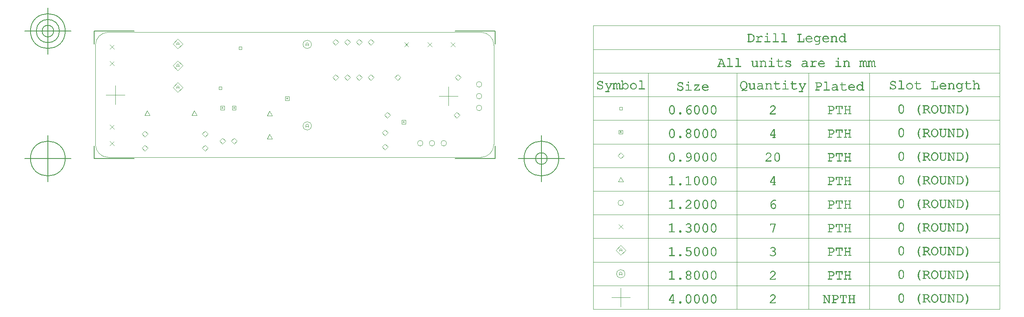
<source format=gbr>
G04 Generated by Ultiboard 14.1 *
%FSLAX34Y34*%
%MOMM*%

%ADD10C,0.0001*%
%ADD11C,0.1000*%
%ADD12C,0.0100*%
%ADD13C,0.0010*%
%ADD14C,0.1270*%


G04 ColorRGB 000000 for the following layer *
%LNDrill Symbols-Copper Top-Copper Bottom*%
%LPD*%
G54D11*
X43180Y114620D02*
X43180Y154620D01*
X23180Y134620D02*
X63180Y134620D01*
X30964Y207796D02*
X40156Y198604D01*
X30964Y198604D02*
X40156Y207796D01*
X30964Y234164D02*
X40156Y243356D01*
X30964Y243356D02*
X40156Y234164D01*
X30964Y25884D02*
X40156Y35076D01*
X30964Y35076D02*
X40156Y25884D01*
X30964Y61444D02*
X40156Y70636D01*
X30964Y70636D02*
X40156Y61444D01*
X822040Y106680D02*
G75*
D01*
G02X822040Y106680I6000J0*
G01*
X822040Y132080D02*
G75*
D01*
G02X822040Y132080I6000J0*
G01*
X822040Y157480D02*
G75*
D01*
G02X822040Y157480I6000J0*
G01*
X762000Y112080D02*
X762000Y152080D01*
X742000Y132080D02*
X782000Y132080D01*
X106260Y91020D02*
X117260Y91020D01*
X111760Y100409D01*
X106260Y91020D01*
X207860Y91020D02*
X218860Y91020D01*
X213360Y100409D01*
X207860Y91020D01*
X453700Y241269D02*
X453700Y245126D01*
X455700Y247697D01*
X457700Y247697D01*
X459700Y245126D01*
X459700Y241269D01*
X453700Y243197D02*
X459700Y243197D01*
X448200Y243840D02*
G75*
D01*
G02X448200Y243840I9000J0*
G01*
X453700Y65319D02*
X453700Y69176D01*
X455700Y71747D01*
X457700Y71747D01*
X459700Y69176D01*
X459700Y65319D01*
X453700Y67247D02*
X459700Y67247D01*
X448200Y67890D02*
G75*
D01*
G02X448200Y67890I9000J0*
G01*
X370420Y90220D02*
X381420Y90220D01*
X375920Y99609D01*
X370420Y90220D01*
X370420Y40220D02*
X381420Y40220D01*
X375920Y49609D01*
X370420Y40220D01*
X174883Y148977D02*
X174883Y152191D01*
X176550Y154334D01*
X178217Y154334D01*
X179883Y152191D01*
X179883Y148977D01*
X174883Y150584D02*
X179883Y150584D01*
X177800Y140513D02*
X188407Y151120D01*
X177800Y161727D01*
X167193Y151120D01*
X177800Y140513D01*
X174883Y242977D02*
X174883Y246191D01*
X176550Y248334D01*
X178217Y248334D01*
X179883Y246191D01*
X179883Y242977D01*
X174883Y244584D02*
X179883Y244584D01*
X177800Y234513D02*
X188407Y245120D01*
X177800Y255727D01*
X167193Y245120D01*
X177800Y234513D01*
X174883Y195977D02*
X174883Y199191D01*
X176550Y201334D01*
X178217Y201334D01*
X179883Y199191D01*
X179883Y195977D01*
X174883Y197584D02*
X179883Y197584D01*
X177800Y187513D02*
X188407Y198120D01*
X177800Y208727D01*
X167193Y198120D01*
X177800Y187513D01*
X695040Y30480D02*
G75*
D01*
G02X695040Y30480I6000J0*
G01*
X720440Y30480D02*
G75*
D01*
G02X720440Y30480I6000J0*
G01*
X745840Y30480D02*
G75*
D01*
G02X745840Y30480I6000J0*
G01*
X666764Y248436D02*
X675956Y239244D01*
X666764Y239244D02*
X675956Y248436D01*
X716764Y239244D02*
X725956Y248436D01*
X716764Y248436D02*
X725956Y239244D01*
X766764Y248436D02*
X775956Y239244D01*
X766764Y239244D02*
X775956Y248436D01*
X1113779Y-302230D02*
X1153779Y-302230D01*
X1133779Y-322230D02*
X1133779Y-282230D01*
X1130279Y-253801D02*
X1130279Y-249944D01*
X1132279Y-247373D01*
X1134279Y-247373D01*
X1136279Y-249944D01*
X1136279Y-253801D01*
X1130279Y-251873D02*
X1136279Y-251873D01*
X1124779Y-251230D02*
G75*
D01*
G02X1124779Y-251230I9000J0*
G01*
X1130862Y-202373D02*
X1130862Y-199159D01*
X1132529Y-197016D01*
X1134195Y-197016D01*
X1135862Y-199159D01*
X1135862Y-202373D01*
X1130862Y-200766D02*
X1135862Y-200766D01*
X1133779Y-210837D02*
X1144385Y-200230D01*
X1133779Y-189623D01*
X1123172Y-200230D01*
X1133779Y-210837D01*
X1129183Y-153826D02*
X1138375Y-144634D01*
X1129183Y-144634D02*
X1138375Y-153826D01*
X1127779Y-98230D02*
G75*
D01*
G02X1127779Y-98230I6000J0*
G01*
X1128279Y-52730D02*
X1139279Y-52730D01*
X1133779Y-43341D01*
X1128279Y-52730D01*
G54D12*
X309420Y233220D02*
X315420Y233220D01*
X315420Y239220D01*
X309420Y239220D01*
X309420Y233220D01*
X266240Y146860D02*
X272240Y146860D01*
X272240Y152860D01*
X266240Y152860D01*
X266240Y146860D01*
X624840Y16496D02*
X631204Y22860D01*
X624840Y29224D01*
X618476Y22860D01*
X624840Y16496D01*
X624840Y46976D02*
X631204Y53340D01*
X624840Y59704D01*
X618476Y53340D01*
X624840Y46976D01*
X779920Y85076D02*
X786284Y91440D01*
X779920Y97804D01*
X773556Y91440D01*
X779920Y85076D01*
X629920Y85076D02*
X636284Y91440D01*
X629920Y97804D01*
X623556Y91440D01*
X629920Y85076D01*
X299320Y29196D02*
X305684Y35560D01*
X299320Y41924D01*
X292956Y35560D01*
X299320Y29196D01*
X274320Y29196D02*
X280684Y35560D01*
X274320Y41924D01*
X267956Y35560D01*
X274320Y29196D01*
X297764Y105537D02*
X297764Y107251D01*
X298653Y108394D01*
X299542Y108394D01*
X300431Y107251D01*
X300431Y105537D01*
X297764Y106394D02*
X300431Y106394D01*
X295320Y102680D02*
X303320Y102680D01*
X303320Y110680D01*
X295320Y110680D01*
X295320Y102680D01*
X272764Y105537D02*
X272764Y107251D01*
X273653Y108394D01*
X274542Y108394D01*
X275431Y107251D01*
X275431Y105537D01*
X272764Y106394D02*
X275431Y106394D01*
X270320Y102680D02*
X278320Y102680D01*
X278320Y110680D01*
X270320Y110680D01*
X270320Y102680D01*
X236680Y44436D02*
X243044Y50800D01*
X236680Y57164D01*
X230316Y50800D01*
X236680Y44436D01*
X106680Y44436D02*
X113044Y50800D01*
X106680Y57164D01*
X100316Y50800D01*
X106680Y44436D01*
X236680Y13956D02*
X243044Y20320D01*
X236680Y26684D01*
X230316Y20320D01*
X236680Y13956D01*
X106680Y13956D02*
X113044Y20320D01*
X106680Y26684D01*
X100316Y20320D01*
X106680Y13956D01*
X652320Y166356D02*
X658684Y172720D01*
X652320Y179084D01*
X645956Y172720D01*
X652320Y166356D01*
X782320Y166356D02*
X788684Y172720D01*
X782320Y179084D01*
X775956Y172720D01*
X782320Y166356D01*
X518160Y242556D02*
X524524Y248920D01*
X518160Y255284D01*
X511796Y248920D01*
X518160Y242556D01*
X543560Y242556D02*
X549924Y248920D01*
X543560Y255284D01*
X537196Y248920D01*
X543560Y242556D01*
X543560Y166356D02*
X549924Y172720D01*
X543560Y179084D01*
X537196Y172720D01*
X543560Y166356D01*
X568960Y242556D02*
X575324Y248920D01*
X568960Y255284D01*
X562596Y248920D01*
X568960Y242556D01*
X568960Y166356D02*
X575324Y172720D01*
X568960Y179084D01*
X562596Y172720D01*
X568960Y166356D01*
X594360Y242556D02*
X600724Y248920D01*
X594360Y255284D01*
X587996Y248920D01*
X594360Y242556D01*
X594360Y166356D02*
X600724Y172720D01*
X594360Y179084D01*
X587996Y172720D01*
X594360Y166356D01*
X518160Y166356D02*
X524524Y172720D01*
X518160Y179084D01*
X511796Y172720D01*
X518160Y166356D01*
X412464Y125857D02*
X412464Y127571D01*
X413353Y128714D01*
X414242Y128714D01*
X415131Y127571D01*
X415131Y125857D01*
X412464Y126714D02*
X415131Y126714D01*
X410020Y123000D02*
X418020Y123000D01*
X418020Y131000D01*
X410020Y131000D01*
X410020Y123000D01*
X663924Y75057D02*
X663924Y76771D01*
X664813Y77914D01*
X665702Y77914D01*
X666591Y76771D01*
X666591Y75057D01*
X663924Y75914D02*
X666591Y75914D01*
X661480Y72200D02*
X669480Y72200D01*
X669480Y80200D01*
X661480Y80200D01*
X661480Y72200D01*
X1133779Y-2594D02*
X1140143Y3770D01*
X1133779Y10134D01*
X1127415Y3770D01*
X1133779Y-2594D01*
X1132223Y53627D02*
X1132223Y55341D01*
X1133112Y56484D01*
X1134001Y56484D01*
X1134890Y55341D01*
X1134890Y53627D01*
X1132223Y54484D02*
X1134890Y54484D01*
X1129779Y50770D02*
X1137779Y50770D01*
X1137779Y58770D01*
X1129779Y58770D01*
X1129779Y50770D01*
X1130779Y102770D02*
X1136779Y102770D01*
X1136779Y108770D01*
X1130779Y108770D01*
X1130779Y102770D01*
G54D13*
G36*
X1242986Y-313824D02*
X1242986Y-313824D01*
X1242986Y-313332D01*
X1242938Y-313583D01*
X1242986Y-313824D01*
D02*
G37*
X1242986Y-313332D01*
X1242938Y-313583D01*
X1242986Y-313824D01*
G36*
X1242986Y-313332D02*
X1242986Y-313332D01*
X1242986Y-313824D01*
X1243128Y-314022D01*
X1242986Y-313332D01*
D02*
G37*
X1242986Y-313824D01*
X1243128Y-314022D01*
X1242986Y-313332D01*
G36*
X1243128Y-314022D02*
X1243128Y-314022D01*
X1243128Y-313136D01*
X1242986Y-313332D01*
X1243128Y-314022D01*
D02*
G37*
X1243128Y-313136D01*
X1242986Y-313332D01*
X1243128Y-314022D01*
G36*
X1243128Y-313136D02*
X1243128Y-313136D01*
X1243128Y-314022D01*
X1243385Y-314154D01*
X1243128Y-313136D01*
D02*
G37*
X1243128Y-314022D01*
X1243385Y-314154D01*
X1243128Y-313136D01*
G36*
X1243385Y-314154D02*
X1243385Y-314154D01*
X1243385Y-313009D01*
X1243128Y-313136D01*
X1243385Y-314154D01*
D02*
G37*
X1243385Y-313009D01*
X1243128Y-313136D01*
X1243385Y-314154D01*
G36*
X1243385Y-313009D02*
X1243385Y-313009D01*
X1243385Y-314154D01*
X1243773Y-314198D01*
X1243385Y-313009D01*
D02*
G37*
X1243385Y-314154D01*
X1243773Y-314198D01*
X1243385Y-313009D01*
G36*
X1243773Y-314198D02*
X1243773Y-314198D01*
X1243773Y-312967D01*
X1243385Y-313009D01*
X1243773Y-314198D01*
D02*
G37*
X1243773Y-312967D01*
X1243385Y-313009D01*
X1243773Y-314198D01*
G36*
X1243773Y-312967D02*
X1243773Y-312967D01*
X1243773Y-314198D01*
X1248343Y-314198D01*
X1243773Y-312967D01*
D02*
G37*
X1243773Y-314198D01*
X1248343Y-314198D01*
X1243773Y-312967D01*
G36*
X1248343Y-314198D02*
X1248343Y-314198D01*
X1246073Y-312967D01*
X1243773Y-312967D01*
X1248343Y-314198D01*
D02*
G37*
X1246073Y-312967D01*
X1243773Y-312967D01*
X1248343Y-314198D01*
G36*
X1246073Y-312967D02*
X1246073Y-312967D01*
X1248343Y-314198D01*
X1247318Y-312967D01*
X1246073Y-312967D01*
D02*
G37*
X1248343Y-314198D01*
X1247318Y-312967D01*
X1246073Y-312967D01*
G36*
X1247318Y-312967D02*
X1247318Y-312967D01*
X1246073Y-309056D01*
X1246073Y-312967D01*
X1247318Y-312967D01*
D02*
G37*
X1246073Y-309056D01*
X1246073Y-312967D01*
X1247318Y-312967D01*
G36*
X1246073Y-309056D02*
X1246073Y-309056D01*
X1247318Y-312967D01*
X1246073Y-307826D01*
X1246073Y-309056D01*
D02*
G37*
X1247318Y-312967D01*
X1246073Y-307826D01*
X1246073Y-309056D01*
G36*
X1246073Y-307826D02*
X1246073Y-307826D01*
X1239203Y-307826D01*
X1246073Y-309056D01*
X1246073Y-307826D01*
D02*
G37*
X1239203Y-307826D01*
X1246073Y-309056D01*
X1246073Y-307826D01*
G36*
X1246073Y-309056D02*
X1246073Y-309056D01*
X1237914Y-307635D01*
X1237914Y-309056D01*
X1246073Y-309056D01*
D02*
G37*
X1237914Y-307635D01*
X1237914Y-309056D01*
X1246073Y-309056D01*
G36*
X1237914Y-307635D02*
X1237914Y-307635D01*
X1246073Y-309056D01*
X1239203Y-307826D01*
X1237914Y-307635D01*
D02*
G37*
X1246073Y-309056D01*
X1239203Y-307826D01*
X1237914Y-307635D01*
G36*
X1239203Y-307826D02*
X1239203Y-307826D01*
X1244754Y-295814D01*
X1237914Y-307635D01*
X1239203Y-307826D01*
D02*
G37*
X1244754Y-295814D01*
X1237914Y-307635D01*
X1239203Y-307826D01*
G36*
X1244754Y-295814D02*
X1244754Y-295814D01*
X1239203Y-307826D01*
X1245428Y-297059D01*
X1244754Y-295814D01*
D02*
G37*
X1239203Y-307826D01*
X1245428Y-297059D01*
X1244754Y-295814D01*
G36*
X1245428Y-297059D02*
X1245428Y-297059D01*
X1247318Y-295814D01*
X1244754Y-295814D01*
X1245428Y-297059D01*
D02*
G37*
X1247318Y-295814D01*
X1244754Y-295814D01*
X1245428Y-297059D01*
G36*
X1247318Y-295814D02*
X1247318Y-295814D01*
X1245428Y-297059D01*
X1246073Y-297059D01*
X1247318Y-295814D01*
D02*
G37*
X1245428Y-297059D01*
X1246073Y-297059D01*
X1247318Y-295814D01*
G36*
X1246073Y-297059D02*
X1246073Y-297059D01*
X1247318Y-312967D01*
X1247318Y-295814D01*
X1246073Y-297059D01*
D02*
G37*
X1247318Y-312967D01*
X1247318Y-295814D01*
X1246073Y-297059D01*
G36*
X1247318Y-312967D02*
X1247318Y-312967D01*
X1246073Y-297059D01*
X1246073Y-307826D01*
X1247318Y-312967D01*
D02*
G37*
X1246073Y-297059D01*
X1246073Y-307826D01*
X1247318Y-312967D01*
G36*
X1249131Y-308190D02*
X1249131Y-308190D01*
X1249131Y-308683D01*
X1249178Y-308441D01*
X1249131Y-308190D01*
D02*
G37*
X1249131Y-308683D01*
X1249178Y-308441D01*
X1249131Y-308190D01*
G36*
X1249131Y-308683D02*
X1249131Y-308683D01*
X1249131Y-308190D01*
X1248988Y-307994D01*
X1249131Y-308683D01*
D02*
G37*
X1249131Y-308190D01*
X1248988Y-307994D01*
X1249131Y-308683D01*
G36*
X1248988Y-307994D02*
X1248988Y-307994D01*
X1248988Y-308880D01*
X1249131Y-308683D01*
X1248988Y-307994D01*
D02*
G37*
X1248988Y-308880D01*
X1249131Y-308683D01*
X1248988Y-307994D01*
G36*
X1248988Y-308880D02*
X1248988Y-308880D01*
X1248988Y-307994D01*
X1248731Y-307868D01*
X1248988Y-308880D01*
D02*
G37*
X1248988Y-307994D01*
X1248731Y-307868D01*
X1248988Y-308880D01*
G36*
X1248731Y-307868D02*
X1248731Y-307868D01*
X1248731Y-309012D01*
X1248988Y-308880D01*
X1248731Y-307868D01*
D02*
G37*
X1248731Y-309012D01*
X1248988Y-308880D01*
X1248731Y-307868D01*
G36*
X1248731Y-309012D02*
X1248731Y-309012D01*
X1248731Y-307868D01*
X1248343Y-307826D01*
X1248731Y-309012D01*
D02*
G37*
X1248731Y-307868D01*
X1248343Y-307826D01*
X1248731Y-309012D01*
G36*
X1248343Y-307826D02*
X1248343Y-307826D01*
X1248343Y-309056D01*
X1248731Y-309012D01*
X1248343Y-307826D01*
D02*
G37*
X1248343Y-309056D01*
X1248731Y-309012D01*
X1248343Y-307826D01*
G36*
X1248343Y-309056D02*
X1248343Y-309056D01*
X1248343Y-307826D01*
X1247318Y-307826D01*
X1248343Y-309056D01*
D02*
G37*
X1248343Y-307826D01*
X1247318Y-307826D01*
X1248343Y-309056D01*
G36*
X1247318Y-307826D02*
X1247318Y-307826D01*
X1247318Y-309056D01*
X1248343Y-309056D01*
X1247318Y-307826D01*
D02*
G37*
X1247318Y-309056D01*
X1248343Y-309056D01*
X1247318Y-307826D01*
G36*
X1247318Y-309056D02*
X1247318Y-309056D01*
X1247318Y-295814D01*
X1247318Y-309056D01*
D02*
G37*
X1247318Y-295814D01*
X1247318Y-309056D01*
G36*
X1247318Y-295814D02*
X1247318Y-295814D01*
X1247318Y-312967D01*
X1247318Y-309056D01*
X1247318Y-295814D01*
D02*
G37*
X1247318Y-312967D01*
X1247318Y-309056D01*
X1247318Y-295814D01*
G36*
X1248343Y-314198D02*
X1248343Y-314198D01*
X1248343Y-312967D01*
X1247318Y-312967D01*
X1248343Y-314198D01*
D02*
G37*
X1248343Y-312967D01*
X1247318Y-312967D01*
X1248343Y-314198D01*
G36*
X1248343Y-312967D02*
X1248343Y-312967D01*
X1248343Y-314198D01*
X1248731Y-314154D01*
X1248343Y-312967D01*
D02*
G37*
X1248343Y-314198D01*
X1248731Y-314154D01*
X1248343Y-312967D01*
G36*
X1248731Y-314154D02*
X1248731Y-314154D01*
X1248731Y-313009D01*
X1248343Y-312967D01*
X1248731Y-314154D01*
D02*
G37*
X1248731Y-313009D01*
X1248343Y-312967D01*
X1248731Y-314154D01*
G36*
X1248731Y-313009D02*
X1248731Y-313009D01*
X1248731Y-314154D01*
X1248988Y-314022D01*
X1248731Y-313009D01*
D02*
G37*
X1248731Y-314154D01*
X1248988Y-314022D01*
X1248731Y-313009D01*
G36*
X1248988Y-314022D02*
X1248988Y-314022D01*
X1248988Y-313136D01*
X1248731Y-313009D01*
X1248988Y-314022D01*
D02*
G37*
X1248988Y-313136D01*
X1248731Y-313009D01*
X1248988Y-314022D01*
G36*
X1248988Y-313136D02*
X1248988Y-313136D01*
X1248988Y-314022D01*
X1249131Y-313824D01*
X1248988Y-313136D01*
D02*
G37*
X1248988Y-314022D01*
X1249131Y-313824D01*
X1248988Y-313136D01*
G36*
X1249131Y-313824D02*
X1249131Y-313824D01*
X1249131Y-313332D01*
X1248988Y-313136D01*
X1249131Y-313824D01*
D02*
G37*
X1249131Y-313332D01*
X1248988Y-313136D01*
X1249131Y-313824D01*
G36*
X1249131Y-313332D02*
X1249131Y-313332D01*
X1249131Y-313824D01*
X1249178Y-313583D01*
X1249131Y-313332D01*
D02*
G37*
X1249131Y-313824D01*
X1249178Y-313583D01*
X1249131Y-313332D01*
G36*
X1261527Y-310667D02*
X1261527Y-310667D01*
X1260774Y-310810D01*
X1261527Y-310667D01*
D02*
G37*
X1260774Y-310810D01*
X1261527Y-310667D01*
G36*
X1261527Y-310667D01*
X1260774Y-310810D01*
X1260128Y-311239D01*
X1261527Y-310667D01*
D02*
G37*
X1260774Y-310810D01*
X1260128Y-311239D01*
X1261527Y-310667D01*
G36*
X1261527Y-310667D01*
X1260128Y-311239D01*
X1259683Y-311880D01*
X1261527Y-310667D01*
D02*
G37*
X1260128Y-311239D01*
X1259683Y-311880D01*
X1261527Y-310667D01*
G36*
X1261527Y-310667D01*
X1259683Y-311880D01*
X1259535Y-312660D01*
X1261527Y-310667D01*
D02*
G37*
X1259683Y-311880D01*
X1259535Y-312660D01*
X1261527Y-310667D01*
G36*
X1261527Y-310667D01*
X1259535Y-312660D01*
X1259681Y-313420D01*
X1261527Y-310667D01*
D02*
G37*
X1259535Y-312660D01*
X1259681Y-313420D01*
X1261527Y-310667D01*
G36*
X1261527Y-310667D01*
X1259681Y-313420D01*
X1260121Y-314059D01*
X1261527Y-310667D01*
D02*
G37*
X1259681Y-313420D01*
X1260121Y-314059D01*
X1261527Y-310667D01*
G36*
X1261527Y-310667D01*
X1260121Y-314059D01*
X1260765Y-314492D01*
X1261527Y-310667D01*
D02*
G37*
X1260121Y-314059D01*
X1260765Y-314492D01*
X1261527Y-310667D01*
G36*
X1261527Y-310667D01*
X1260765Y-314492D01*
X1261527Y-314637D01*
X1261527Y-310667D01*
D02*
G37*
X1260765Y-314492D01*
X1261527Y-314637D01*
X1261527Y-310667D01*
G36*
X1261527Y-310667D01*
X1261527Y-314637D01*
X1262054Y-314637D01*
X1261527Y-310667D01*
D02*
G37*
X1261527Y-314637D01*
X1262054Y-314637D01*
X1261527Y-310667D01*
G36*
X1261527Y-310667D01*
X1262054Y-314637D01*
X1262807Y-314494D01*
X1261527Y-310667D01*
D02*
G37*
X1262054Y-314637D01*
X1262807Y-314494D01*
X1261527Y-310667D01*
G36*
X1261527Y-310667D01*
X1262807Y-314494D01*
X1263453Y-314066D01*
X1261527Y-310667D01*
D02*
G37*
X1262807Y-314494D01*
X1263453Y-314066D01*
X1261527Y-310667D01*
G36*
X1261527Y-310667D01*
X1263453Y-314066D01*
X1263898Y-313425D01*
X1261527Y-310667D01*
D02*
G37*
X1263453Y-314066D01*
X1263898Y-313425D01*
X1261527Y-310667D01*
G36*
X1261527Y-310667D01*
X1263898Y-313425D01*
X1264046Y-312645D01*
X1261527Y-310667D01*
D02*
G37*
X1263898Y-313425D01*
X1264046Y-312645D01*
X1261527Y-310667D01*
G36*
X1261527Y-310667D01*
X1264046Y-312645D01*
X1263900Y-311885D01*
X1261527Y-310667D01*
D02*
G37*
X1264046Y-312645D01*
X1263900Y-311885D01*
X1261527Y-310667D01*
G36*
X1261527Y-310667D01*
X1263900Y-311885D01*
X1263460Y-311246D01*
X1261527Y-310667D01*
D02*
G37*
X1263900Y-311885D01*
X1263460Y-311246D01*
X1261527Y-310667D01*
G36*
X1261527Y-310667D01*
X1263460Y-311246D01*
X1262816Y-310812D01*
X1261527Y-310667D01*
D02*
G37*
X1263460Y-311246D01*
X1262816Y-310812D01*
X1261527Y-310667D01*
G36*
X1261527Y-310667D01*
X1262816Y-310812D01*
X1262054Y-310667D01*
X1261527Y-310667D01*
D02*
G37*
X1262816Y-310812D01*
X1262054Y-310667D01*
X1261527Y-310667D01*
G36*
X1285353Y-301900D02*
X1285353Y-301900D01*
X1285111Y-300531D01*
X1285315Y-308418D01*
X1285353Y-301900D01*
D02*
G37*
X1285111Y-300531D01*
X1285315Y-308418D01*
X1285353Y-301900D01*
G36*
X1285353Y-301900D01*
X1285315Y-308418D01*
X1285433Y-306537D01*
X1285353Y-301900D01*
D02*
G37*
X1285315Y-308418D01*
X1285433Y-306537D01*
X1285353Y-301900D01*
G36*
X1285353Y-301900D01*
X1285433Y-306537D01*
X1285433Y-303490D01*
X1285353Y-301900D01*
D02*
G37*
X1285433Y-306537D01*
X1285433Y-303490D01*
X1285353Y-301900D01*
G36*
X1284811Y-299604D02*
X1284811Y-299604D01*
X1285315Y-308418D01*
X1285111Y-300531D01*
X1284811Y-299604D01*
D02*
G37*
X1285315Y-308418D01*
X1285111Y-300531D01*
X1284811Y-299604D01*
G36*
X1285315Y-308418D02*
X1285315Y-308418D01*
X1284811Y-299604D01*
X1284378Y-298583D01*
X1285315Y-308418D01*
D02*
G37*
X1284811Y-299604D01*
X1284378Y-298583D01*
X1285315Y-308418D01*
G36*
X1284378Y-298583D02*
X1284378Y-298583D01*
X1284370Y-311560D01*
X1285315Y-308418D01*
X1284378Y-298583D01*
D02*
G37*
X1284370Y-311560D01*
X1285315Y-308418D01*
X1284378Y-298583D01*
G36*
X1284370Y-311560D02*
X1284370Y-311560D01*
X1284378Y-298583D01*
X1284203Y-303651D01*
X1284370Y-311560D01*
D02*
G37*
X1284378Y-298583D01*
X1284203Y-303651D01*
X1284370Y-311560D01*
G36*
X1284203Y-303651D02*
X1284203Y-303651D01*
X1284203Y-306361D01*
X1284370Y-311560D01*
X1284203Y-303651D01*
D02*
G37*
X1284203Y-306361D01*
X1284370Y-311560D01*
X1284203Y-303651D01*
G36*
X1282606Y-298011D02*
X1282606Y-298011D01*
X1282697Y-296325D01*
X1282185Y-297535D01*
X1282606Y-298011D01*
D02*
G37*
X1282697Y-296325D01*
X1282185Y-297535D01*
X1282606Y-298011D01*
G36*
X1282697Y-296325D02*
X1282697Y-296325D01*
X1282606Y-298011D01*
X1283190Y-299057D01*
X1282697Y-296325D01*
D02*
G37*
X1282606Y-298011D01*
X1283190Y-299057D01*
X1282697Y-296325D01*
G36*
X1283190Y-299057D02*
X1283190Y-299057D01*
X1283441Y-297015D01*
X1282697Y-296325D01*
X1283190Y-299057D01*
D02*
G37*
X1283441Y-297015D01*
X1282697Y-296325D01*
X1283190Y-299057D01*
G36*
X1283441Y-297015D02*
X1283441Y-297015D01*
X1283190Y-299057D01*
X1283712Y-300406D01*
X1283441Y-297015D01*
D02*
G37*
X1283190Y-299057D01*
X1283712Y-300406D01*
X1283441Y-297015D01*
G36*
X1283712Y-300406D02*
X1283712Y-300406D01*
X1283895Y-297656D01*
X1283441Y-297015D01*
X1283712Y-300406D01*
D02*
G37*
X1283895Y-297656D01*
X1283441Y-297015D01*
X1283712Y-300406D01*
G36*
X1283895Y-297656D02*
X1283895Y-297656D01*
X1283712Y-300406D01*
X1284080Y-301968D01*
X1283895Y-297656D01*
D02*
G37*
X1283712Y-300406D01*
X1284080Y-301968D01*
X1283895Y-297656D01*
G36*
X1284080Y-301968D02*
X1284080Y-301968D01*
X1284378Y-298583D01*
X1283895Y-297656D01*
X1284080Y-301968D01*
D02*
G37*
X1284378Y-298583D01*
X1283895Y-297656D01*
X1284080Y-301968D01*
G36*
X1284378Y-298583D02*
X1284378Y-298583D01*
X1284080Y-301968D01*
X1284203Y-303651D01*
X1284378Y-298583D01*
D02*
G37*
X1284080Y-301968D01*
X1284203Y-303651D01*
X1284378Y-298583D01*
G36*
X1280768Y-296748D02*
X1280768Y-296748D01*
X1280826Y-295483D01*
X1279779Y-296620D01*
X1280768Y-296748D01*
D02*
G37*
X1280826Y-295483D01*
X1279779Y-296620D01*
X1280768Y-296748D01*
G36*
X1280826Y-295483D02*
X1280826Y-295483D01*
X1280768Y-296748D01*
X1281654Y-297132D01*
X1280826Y-295483D01*
D02*
G37*
X1280768Y-296748D01*
X1281654Y-297132D01*
X1280826Y-295483D01*
G36*
X1281654Y-297132D02*
X1281654Y-297132D01*
X1281815Y-295807D01*
X1280826Y-295483D01*
X1281654Y-297132D01*
D02*
G37*
X1281815Y-295807D01*
X1280826Y-295483D01*
X1281654Y-297132D01*
G36*
X1281815Y-295807D02*
X1281815Y-295807D01*
X1281654Y-297132D01*
X1282185Y-297535D01*
X1281815Y-295807D01*
D02*
G37*
X1281654Y-297132D01*
X1282185Y-297535D01*
X1281815Y-295807D01*
G36*
X1282185Y-297535D02*
X1282185Y-297535D01*
X1282697Y-296325D01*
X1281815Y-295807D01*
X1282185Y-297535D01*
D02*
G37*
X1282697Y-296325D01*
X1281815Y-295807D01*
X1282185Y-297535D01*
G36*
X1276029Y-299828D02*
X1276029Y-299828D01*
X1276029Y-297191D01*
X1275443Y-302289D01*
X1276029Y-299828D01*
D02*
G37*
X1276029Y-297191D01*
X1275443Y-302289D01*
X1276029Y-299828D01*
G36*
X1276029Y-297191D02*
X1276029Y-297191D01*
X1276029Y-299828D01*
X1276541Y-298729D01*
X1276029Y-297191D01*
D02*
G37*
X1276029Y-299828D01*
X1276541Y-298729D01*
X1276029Y-297191D01*
G36*
X1276541Y-298729D02*
X1276541Y-298729D01*
X1276817Y-296396D01*
X1276029Y-297191D01*
X1276541Y-298729D01*
D02*
G37*
X1276817Y-296396D01*
X1276029Y-297191D01*
X1276541Y-298729D01*
G36*
X1276817Y-296396D02*
X1276817Y-296396D01*
X1276541Y-298729D01*
X1277183Y-297806D01*
X1276817Y-296396D01*
D02*
G37*
X1276541Y-298729D01*
X1277183Y-297806D01*
X1276817Y-296396D01*
G36*
X1277183Y-297806D02*
X1277183Y-297806D01*
X1278685Y-295488D01*
X1276817Y-296396D01*
X1277183Y-297806D01*
D02*
G37*
X1278685Y-295488D01*
X1276817Y-296396D01*
X1277183Y-297806D01*
G36*
X1278685Y-295488D02*
X1278685Y-295488D01*
X1277183Y-297806D01*
X1278802Y-296751D01*
X1278685Y-295488D01*
D02*
G37*
X1277183Y-297806D01*
X1278802Y-296751D01*
X1278685Y-295488D01*
G36*
X1278802Y-296751D02*
X1278802Y-296751D01*
X1279764Y-295375D01*
X1278685Y-295488D01*
X1278802Y-296751D01*
D02*
G37*
X1279764Y-295375D01*
X1278685Y-295488D01*
X1278802Y-296751D01*
G36*
X1279764Y-295375D02*
X1279764Y-295375D01*
X1278802Y-296751D01*
X1279779Y-296620D01*
X1279764Y-295375D01*
D02*
G37*
X1278802Y-296751D01*
X1279779Y-296620D01*
X1279764Y-295375D01*
G36*
X1279779Y-296620D02*
X1279779Y-296620D01*
X1280826Y-295483D01*
X1279764Y-295375D01*
X1279779Y-296620D01*
D02*
G37*
X1280826Y-295483D01*
X1279764Y-295375D01*
X1279779Y-296620D01*
G36*
X1275202Y-298453D02*
X1275202Y-298453D01*
X1274257Y-301602D01*
X1274476Y-309481D01*
X1275202Y-298453D01*
D02*
G37*
X1274257Y-301602D01*
X1274476Y-309481D01*
X1275202Y-298453D01*
G36*
X1275202Y-298453D01*
X1274476Y-309481D01*
X1274767Y-310418D01*
X1275202Y-298453D01*
D02*
G37*
X1274476Y-309481D01*
X1274767Y-310418D01*
X1275202Y-298453D01*
G36*
X1275202Y-298453D01*
X1274767Y-310418D01*
X1275201Y-311444D01*
X1275202Y-298453D01*
D02*
G37*
X1274767Y-310418D01*
X1275201Y-311444D01*
X1275202Y-298453D01*
G36*
X1275202Y-298453D01*
X1275201Y-311444D01*
X1275370Y-306361D01*
X1275202Y-298453D01*
D02*
G37*
X1275201Y-311444D01*
X1275370Y-306361D01*
X1275202Y-298453D01*
G36*
X1275202Y-298453D01*
X1275370Y-306361D01*
X1275370Y-303651D01*
X1275202Y-298453D01*
D02*
G37*
X1275370Y-306361D01*
X1275370Y-303651D01*
X1275202Y-298453D01*
G36*
X1275202Y-298453D01*
X1275370Y-303651D01*
X1275443Y-302289D01*
X1275202Y-298453D01*
D02*
G37*
X1275370Y-303651D01*
X1275443Y-302289D01*
X1275202Y-298453D01*
G36*
X1275202Y-298453D01*
X1275443Y-302289D01*
X1276029Y-297191D01*
X1275202Y-298453D01*
D02*
G37*
X1275443Y-302289D01*
X1276029Y-297191D01*
X1275202Y-298453D01*
G36*
X1284129Y-307724D02*
X1284129Y-307724D01*
X1284370Y-311560D01*
X1284203Y-306361D01*
X1284129Y-307724D01*
D02*
G37*
X1284370Y-311560D01*
X1284203Y-306361D01*
X1284129Y-307724D01*
G36*
X1284370Y-311560D02*
X1284370Y-311560D01*
X1284129Y-307724D01*
X1283543Y-310188D01*
X1284370Y-311560D01*
D02*
G37*
X1284129Y-307724D01*
X1283543Y-310188D01*
X1284370Y-311560D01*
G36*
X1283543Y-310188D02*
X1283543Y-310188D01*
X1283543Y-312821D01*
X1284370Y-311560D01*
X1283543Y-310188D01*
D02*
G37*
X1283543Y-312821D01*
X1284370Y-311560D01*
X1283543Y-310188D01*
G36*
X1283543Y-312821D02*
X1283543Y-312821D01*
X1283543Y-310188D01*
X1283031Y-311290D01*
X1283543Y-312821D01*
D02*
G37*
X1283543Y-310188D01*
X1283031Y-311290D01*
X1283543Y-312821D01*
G36*
X1283031Y-311290D02*
X1283031Y-311290D01*
X1282755Y-313615D01*
X1283543Y-312821D01*
X1283031Y-311290D01*
D02*
G37*
X1282755Y-313615D01*
X1283543Y-312821D01*
X1283031Y-311290D01*
G36*
X1282755Y-313615D02*
X1282755Y-313615D01*
X1283031Y-311290D01*
X1282390Y-312216D01*
X1282755Y-313615D01*
D02*
G37*
X1283031Y-311290D01*
X1282390Y-312216D01*
X1282755Y-313615D01*
G36*
X1282390Y-312216D02*
X1282390Y-312216D01*
X1280887Y-314523D01*
X1282755Y-313615D01*
X1282390Y-312216D01*
D02*
G37*
X1280887Y-314523D01*
X1282755Y-313615D01*
X1282390Y-312216D01*
G36*
X1280887Y-314523D02*
X1280887Y-314523D01*
X1282390Y-312216D01*
X1280779Y-313274D01*
X1280887Y-314523D01*
D02*
G37*
X1282390Y-312216D01*
X1280779Y-313274D01*
X1280887Y-314523D01*
G36*
X1280779Y-313274D02*
X1280779Y-313274D01*
X1279808Y-313407D01*
X1280887Y-314523D01*
X1280779Y-313274D01*
D02*
G37*
X1279808Y-313407D01*
X1280887Y-314523D01*
X1280779Y-313274D01*
G36*
X1279808Y-313407D02*
X1279808Y-313407D01*
X1279808Y-314637D01*
X1280887Y-314523D01*
X1279808Y-313407D01*
D02*
G37*
X1279808Y-314637D01*
X1280887Y-314523D01*
X1279808Y-313407D01*
G36*
X1279808Y-314637D02*
X1279808Y-314637D01*
X1279808Y-313407D01*
X1278808Y-313275D01*
X1279808Y-314637D01*
D02*
G37*
X1279808Y-313407D01*
X1278808Y-313275D01*
X1279808Y-314637D01*
G36*
X1278808Y-313275D02*
X1278808Y-313275D01*
X1278755Y-314529D01*
X1279808Y-314637D01*
X1278808Y-313275D01*
D02*
G37*
X1278755Y-314529D01*
X1279808Y-314637D01*
X1278808Y-313275D01*
G36*
X1278755Y-314529D02*
X1278755Y-314529D01*
X1278808Y-313275D01*
X1277918Y-312879D01*
X1278755Y-314529D01*
D02*
G37*
X1278808Y-313275D01*
X1277918Y-312879D01*
X1278755Y-314529D01*
G36*
X1277918Y-312879D02*
X1277918Y-312879D01*
X1277765Y-314205D01*
X1278755Y-314529D01*
X1277918Y-312879D01*
D02*
G37*
X1277765Y-314205D01*
X1278755Y-314529D01*
X1277918Y-312879D01*
G36*
X1277765Y-314205D02*
X1277765Y-314205D01*
X1277918Y-312879D01*
X1277391Y-312480D01*
X1277765Y-314205D01*
D02*
G37*
X1277918Y-312879D01*
X1277391Y-312480D01*
X1277765Y-314205D01*
G36*
X1277391Y-312480D02*
X1277391Y-312480D01*
X1276981Y-312015D01*
X1277765Y-314205D01*
X1277391Y-312480D01*
D02*
G37*
X1276981Y-312015D01*
X1277765Y-314205D01*
X1277391Y-312480D01*
G36*
X1276981Y-312015D02*
X1276981Y-312015D01*
X1276877Y-313687D01*
X1277765Y-314205D01*
X1276981Y-312015D01*
D02*
G37*
X1276877Y-313687D01*
X1277765Y-314205D01*
X1276981Y-312015D01*
G36*
X1276877Y-313687D02*
X1276877Y-313687D01*
X1276981Y-312015D01*
X1276386Y-310968D01*
X1276877Y-313687D01*
D02*
G37*
X1276981Y-312015D01*
X1276386Y-310968D01*
X1276877Y-313687D01*
G36*
X1276386Y-310968D02*
X1276386Y-310968D01*
X1276131Y-312997D01*
X1276877Y-313687D01*
X1276386Y-310968D01*
D02*
G37*
X1276131Y-312997D01*
X1276877Y-313687D01*
X1276386Y-310968D01*
G36*
X1276131Y-312997D02*
X1276131Y-312997D01*
X1276386Y-310968D01*
X1275860Y-309613D01*
X1276131Y-312997D01*
D02*
G37*
X1276386Y-310968D01*
X1275860Y-309613D01*
X1276131Y-312997D01*
G36*
X1275860Y-309613D02*
X1275860Y-309613D01*
X1275686Y-312367D01*
X1276131Y-312997D01*
X1275860Y-309613D01*
D02*
G37*
X1275686Y-312367D01*
X1276131Y-312997D01*
X1275860Y-309613D01*
G36*
X1275686Y-312367D02*
X1275686Y-312367D01*
X1275860Y-309613D01*
X1275492Y-308045D01*
X1275686Y-312367D01*
D02*
G37*
X1275860Y-309613D01*
X1275492Y-308045D01*
X1275686Y-312367D01*
G36*
X1275492Y-308045D02*
X1275492Y-308045D01*
X1275370Y-306361D01*
X1275686Y-312367D01*
X1275492Y-308045D01*
D02*
G37*
X1275370Y-306361D01*
X1275686Y-312367D01*
X1275492Y-308045D01*
G36*
X1274223Y-308115D02*
X1274223Y-308115D01*
X1274476Y-309481D01*
X1274257Y-301602D01*
X1274223Y-308115D01*
D02*
G37*
X1274476Y-309481D01*
X1274257Y-301602D01*
X1274223Y-308115D01*
G36*
X1274223Y-308115D01*
X1274257Y-301602D01*
X1274139Y-303490D01*
X1274223Y-308115D01*
D02*
G37*
X1274257Y-301602D01*
X1274139Y-303490D01*
X1274223Y-308115D01*
G36*
X1274223Y-308115D01*
X1274139Y-303490D01*
X1274139Y-306537D01*
X1274223Y-308115D01*
D02*
G37*
X1274139Y-303490D01*
X1274139Y-306537D01*
X1274223Y-308115D01*
G36*
X1275370Y-306361D02*
X1275370Y-306361D01*
X1275201Y-311444D01*
X1275686Y-312367D01*
X1275370Y-306361D01*
D02*
G37*
X1275201Y-311444D01*
X1275686Y-312367D01*
X1275370Y-306361D01*
G36*
X1303355Y-301900D02*
X1303355Y-301900D01*
X1303114Y-300531D01*
X1303318Y-308418D01*
X1303355Y-301900D01*
D02*
G37*
X1303114Y-300531D01*
X1303318Y-308418D01*
X1303355Y-301900D01*
G36*
X1303355Y-301900D01*
X1303318Y-308418D01*
X1303436Y-306537D01*
X1303355Y-301900D01*
D02*
G37*
X1303318Y-308418D01*
X1303436Y-306537D01*
X1303355Y-301900D01*
G36*
X1303355Y-301900D01*
X1303436Y-306537D01*
X1303436Y-303490D01*
X1303355Y-301900D01*
D02*
G37*
X1303436Y-306537D01*
X1303436Y-303490D01*
X1303355Y-301900D01*
G36*
X1302813Y-299604D02*
X1302813Y-299604D01*
X1303318Y-308418D01*
X1303114Y-300531D01*
X1302813Y-299604D01*
D02*
G37*
X1303318Y-308418D01*
X1303114Y-300531D01*
X1302813Y-299604D01*
G36*
X1303318Y-308418D02*
X1303318Y-308418D01*
X1302813Y-299604D01*
X1302381Y-298583D01*
X1303318Y-308418D01*
D02*
G37*
X1302813Y-299604D01*
X1302381Y-298583D01*
X1303318Y-308418D01*
G36*
X1302381Y-298583D02*
X1302381Y-298583D01*
X1302373Y-311560D01*
X1303318Y-308418D01*
X1302381Y-298583D01*
D02*
G37*
X1302373Y-311560D01*
X1303318Y-308418D01*
X1302381Y-298583D01*
G36*
X1302373Y-311560D02*
X1302373Y-311560D01*
X1302381Y-298583D01*
X1302206Y-303651D01*
X1302373Y-311560D01*
D02*
G37*
X1302381Y-298583D01*
X1302206Y-303651D01*
X1302373Y-311560D01*
G36*
X1302206Y-303651D02*
X1302206Y-303651D01*
X1302206Y-306361D01*
X1302373Y-311560D01*
X1302206Y-303651D01*
D02*
G37*
X1302206Y-306361D01*
X1302373Y-311560D01*
X1302206Y-303651D01*
G36*
X1300609Y-298011D02*
X1300609Y-298011D01*
X1300700Y-296325D01*
X1300188Y-297535D01*
X1300609Y-298011D01*
D02*
G37*
X1300700Y-296325D01*
X1300188Y-297535D01*
X1300609Y-298011D01*
G36*
X1300700Y-296325D02*
X1300700Y-296325D01*
X1300609Y-298011D01*
X1301193Y-299057D01*
X1300700Y-296325D01*
D02*
G37*
X1300609Y-298011D01*
X1301193Y-299057D01*
X1300700Y-296325D01*
G36*
X1301193Y-299057D02*
X1301193Y-299057D01*
X1301444Y-297015D01*
X1300700Y-296325D01*
X1301193Y-299057D01*
D02*
G37*
X1301444Y-297015D01*
X1300700Y-296325D01*
X1301193Y-299057D01*
G36*
X1301444Y-297015D02*
X1301444Y-297015D01*
X1301193Y-299057D01*
X1301715Y-300406D01*
X1301444Y-297015D01*
D02*
G37*
X1301193Y-299057D01*
X1301715Y-300406D01*
X1301444Y-297015D01*
G36*
X1301715Y-300406D02*
X1301715Y-300406D01*
X1301898Y-297656D01*
X1301444Y-297015D01*
X1301715Y-300406D01*
D02*
G37*
X1301898Y-297656D01*
X1301444Y-297015D01*
X1301715Y-300406D01*
G36*
X1301898Y-297656D02*
X1301898Y-297656D01*
X1301715Y-300406D01*
X1302083Y-301968D01*
X1301898Y-297656D01*
D02*
G37*
X1301715Y-300406D01*
X1302083Y-301968D01*
X1301898Y-297656D01*
G36*
X1302083Y-301968D02*
X1302083Y-301968D01*
X1302381Y-298583D01*
X1301898Y-297656D01*
X1302083Y-301968D01*
D02*
G37*
X1302381Y-298583D01*
X1301898Y-297656D01*
X1302083Y-301968D01*
G36*
X1302381Y-298583D02*
X1302381Y-298583D01*
X1302083Y-301968D01*
X1302206Y-303651D01*
X1302381Y-298583D01*
D02*
G37*
X1302083Y-301968D01*
X1302206Y-303651D01*
X1302381Y-298583D01*
G36*
X1298770Y-296748D02*
X1298770Y-296748D01*
X1298829Y-295483D01*
X1297782Y-296620D01*
X1298770Y-296748D01*
D02*
G37*
X1298829Y-295483D01*
X1297782Y-296620D01*
X1298770Y-296748D01*
G36*
X1298829Y-295483D02*
X1298829Y-295483D01*
X1298770Y-296748D01*
X1299657Y-297132D01*
X1298829Y-295483D01*
D02*
G37*
X1298770Y-296748D01*
X1299657Y-297132D01*
X1298829Y-295483D01*
G36*
X1299657Y-297132D02*
X1299657Y-297132D01*
X1299818Y-295807D01*
X1298829Y-295483D01*
X1299657Y-297132D01*
D02*
G37*
X1299818Y-295807D01*
X1298829Y-295483D01*
X1299657Y-297132D01*
G36*
X1299818Y-295807D02*
X1299818Y-295807D01*
X1299657Y-297132D01*
X1300188Y-297535D01*
X1299818Y-295807D01*
D02*
G37*
X1299657Y-297132D01*
X1300188Y-297535D01*
X1299818Y-295807D01*
G36*
X1300188Y-297535D02*
X1300188Y-297535D01*
X1300700Y-296325D01*
X1299818Y-295807D01*
X1300188Y-297535D01*
D02*
G37*
X1300700Y-296325D01*
X1299818Y-295807D01*
X1300188Y-297535D01*
G36*
X1294032Y-299828D02*
X1294032Y-299828D01*
X1294032Y-297191D01*
X1293446Y-302289D01*
X1294032Y-299828D01*
D02*
G37*
X1294032Y-297191D01*
X1293446Y-302289D01*
X1294032Y-299828D01*
G36*
X1294032Y-297191D02*
X1294032Y-297191D01*
X1294032Y-299828D01*
X1294544Y-298729D01*
X1294032Y-297191D01*
D02*
G37*
X1294032Y-299828D01*
X1294544Y-298729D01*
X1294032Y-297191D01*
G36*
X1294544Y-298729D02*
X1294544Y-298729D01*
X1294820Y-296396D01*
X1294032Y-297191D01*
X1294544Y-298729D01*
D02*
G37*
X1294820Y-296396D01*
X1294032Y-297191D01*
X1294544Y-298729D01*
G36*
X1294820Y-296396D02*
X1294820Y-296396D01*
X1294544Y-298729D01*
X1295186Y-297806D01*
X1294820Y-296396D01*
D02*
G37*
X1294544Y-298729D01*
X1295186Y-297806D01*
X1294820Y-296396D01*
G36*
X1295186Y-297806D02*
X1295186Y-297806D01*
X1296688Y-295488D01*
X1294820Y-296396D01*
X1295186Y-297806D01*
D02*
G37*
X1296688Y-295488D01*
X1294820Y-296396D01*
X1295186Y-297806D01*
G36*
X1296688Y-295488D02*
X1296688Y-295488D01*
X1295186Y-297806D01*
X1296805Y-296751D01*
X1296688Y-295488D01*
D02*
G37*
X1295186Y-297806D01*
X1296805Y-296751D01*
X1296688Y-295488D01*
G36*
X1296805Y-296751D02*
X1296805Y-296751D01*
X1297767Y-295375D01*
X1296688Y-295488D01*
X1296805Y-296751D01*
D02*
G37*
X1297767Y-295375D01*
X1296688Y-295488D01*
X1296805Y-296751D01*
G36*
X1297767Y-295375D02*
X1297767Y-295375D01*
X1296805Y-296751D01*
X1297782Y-296620D01*
X1297767Y-295375D01*
D02*
G37*
X1296805Y-296751D01*
X1297782Y-296620D01*
X1297767Y-295375D01*
G36*
X1297782Y-296620D02*
X1297782Y-296620D01*
X1298829Y-295483D01*
X1297767Y-295375D01*
X1297782Y-296620D01*
D02*
G37*
X1298829Y-295483D01*
X1297767Y-295375D01*
X1297782Y-296620D01*
G36*
X1293205Y-298453D02*
X1293205Y-298453D01*
X1292260Y-301602D01*
X1292479Y-309481D01*
X1293205Y-298453D01*
D02*
G37*
X1292260Y-301602D01*
X1292479Y-309481D01*
X1293205Y-298453D01*
G36*
X1293205Y-298453D01*
X1292479Y-309481D01*
X1292770Y-310418D01*
X1293205Y-298453D01*
D02*
G37*
X1292479Y-309481D01*
X1292770Y-310418D01*
X1293205Y-298453D01*
G36*
X1293205Y-298453D01*
X1292770Y-310418D01*
X1293204Y-311444D01*
X1293205Y-298453D01*
D02*
G37*
X1292770Y-310418D01*
X1293204Y-311444D01*
X1293205Y-298453D01*
G36*
X1293205Y-298453D01*
X1293204Y-311444D01*
X1293373Y-306361D01*
X1293205Y-298453D01*
D02*
G37*
X1293204Y-311444D01*
X1293373Y-306361D01*
X1293205Y-298453D01*
G36*
X1293205Y-298453D01*
X1293373Y-306361D01*
X1293373Y-303651D01*
X1293205Y-298453D01*
D02*
G37*
X1293373Y-306361D01*
X1293373Y-303651D01*
X1293205Y-298453D01*
G36*
X1293205Y-298453D01*
X1293373Y-303651D01*
X1293446Y-302289D01*
X1293205Y-298453D01*
D02*
G37*
X1293373Y-303651D01*
X1293446Y-302289D01*
X1293205Y-298453D01*
G36*
X1293205Y-298453D01*
X1293446Y-302289D01*
X1294032Y-297191D01*
X1293205Y-298453D01*
D02*
G37*
X1293446Y-302289D01*
X1294032Y-297191D01*
X1293205Y-298453D01*
G36*
X1302132Y-307724D02*
X1302132Y-307724D01*
X1302373Y-311560D01*
X1302206Y-306361D01*
X1302132Y-307724D01*
D02*
G37*
X1302373Y-311560D01*
X1302206Y-306361D01*
X1302132Y-307724D01*
G36*
X1302373Y-311560D02*
X1302373Y-311560D01*
X1302132Y-307724D01*
X1301546Y-310188D01*
X1302373Y-311560D01*
D02*
G37*
X1302132Y-307724D01*
X1301546Y-310188D01*
X1302373Y-311560D01*
G36*
X1301546Y-310188D02*
X1301546Y-310188D01*
X1301546Y-312821D01*
X1302373Y-311560D01*
X1301546Y-310188D01*
D02*
G37*
X1301546Y-312821D01*
X1302373Y-311560D01*
X1301546Y-310188D01*
G36*
X1301546Y-312821D02*
X1301546Y-312821D01*
X1301546Y-310188D01*
X1301034Y-311290D01*
X1301546Y-312821D01*
D02*
G37*
X1301546Y-310188D01*
X1301034Y-311290D01*
X1301546Y-312821D01*
G36*
X1301034Y-311290D02*
X1301034Y-311290D01*
X1300758Y-313615D01*
X1301546Y-312821D01*
X1301034Y-311290D01*
D02*
G37*
X1300758Y-313615D01*
X1301546Y-312821D01*
X1301034Y-311290D01*
G36*
X1300758Y-313615D02*
X1300758Y-313615D01*
X1301034Y-311290D01*
X1300393Y-312216D01*
X1300758Y-313615D01*
D02*
G37*
X1301034Y-311290D01*
X1300393Y-312216D01*
X1300758Y-313615D01*
G36*
X1300393Y-312216D02*
X1300393Y-312216D01*
X1298890Y-314523D01*
X1300758Y-313615D01*
X1300393Y-312216D01*
D02*
G37*
X1298890Y-314523D01*
X1300758Y-313615D01*
X1300393Y-312216D01*
G36*
X1298890Y-314523D02*
X1298890Y-314523D01*
X1300393Y-312216D01*
X1298781Y-313274D01*
X1298890Y-314523D01*
D02*
G37*
X1300393Y-312216D01*
X1298781Y-313274D01*
X1298890Y-314523D01*
G36*
X1298781Y-313274D02*
X1298781Y-313274D01*
X1297811Y-313407D01*
X1298890Y-314523D01*
X1298781Y-313274D01*
D02*
G37*
X1297811Y-313407D01*
X1298890Y-314523D01*
X1298781Y-313274D01*
G36*
X1297811Y-313407D02*
X1297811Y-313407D01*
X1297811Y-314637D01*
X1298890Y-314523D01*
X1297811Y-313407D01*
D02*
G37*
X1297811Y-314637D01*
X1298890Y-314523D01*
X1297811Y-313407D01*
G36*
X1297811Y-314637D02*
X1297811Y-314637D01*
X1297811Y-313407D01*
X1296811Y-313275D01*
X1297811Y-314637D01*
D02*
G37*
X1297811Y-313407D01*
X1296811Y-313275D01*
X1297811Y-314637D01*
G36*
X1296811Y-313275D02*
X1296811Y-313275D01*
X1296758Y-314529D01*
X1297811Y-314637D01*
X1296811Y-313275D01*
D02*
G37*
X1296758Y-314529D01*
X1297811Y-314637D01*
X1296811Y-313275D01*
G36*
X1296758Y-314529D02*
X1296758Y-314529D01*
X1296811Y-313275D01*
X1295921Y-312879D01*
X1296758Y-314529D01*
D02*
G37*
X1296811Y-313275D01*
X1295921Y-312879D01*
X1296758Y-314529D01*
G36*
X1295921Y-312879D02*
X1295921Y-312879D01*
X1295768Y-314205D01*
X1296758Y-314529D01*
X1295921Y-312879D01*
D02*
G37*
X1295768Y-314205D01*
X1296758Y-314529D01*
X1295921Y-312879D01*
G36*
X1295768Y-314205D02*
X1295768Y-314205D01*
X1295921Y-312879D01*
X1295394Y-312480D01*
X1295768Y-314205D01*
D02*
G37*
X1295921Y-312879D01*
X1295394Y-312480D01*
X1295768Y-314205D01*
G36*
X1295394Y-312480D02*
X1295394Y-312480D01*
X1294984Y-312015D01*
X1295768Y-314205D01*
X1295394Y-312480D01*
D02*
G37*
X1294984Y-312015D01*
X1295768Y-314205D01*
X1295394Y-312480D01*
G36*
X1294984Y-312015D02*
X1294984Y-312015D01*
X1294879Y-313687D01*
X1295768Y-314205D01*
X1294984Y-312015D01*
D02*
G37*
X1294879Y-313687D01*
X1295768Y-314205D01*
X1294984Y-312015D01*
G36*
X1294879Y-313687D02*
X1294879Y-313687D01*
X1294984Y-312015D01*
X1294389Y-310968D01*
X1294879Y-313687D01*
D02*
G37*
X1294984Y-312015D01*
X1294389Y-310968D01*
X1294879Y-313687D01*
G36*
X1294389Y-310968D02*
X1294389Y-310968D01*
X1294134Y-312997D01*
X1294879Y-313687D01*
X1294389Y-310968D01*
D02*
G37*
X1294134Y-312997D01*
X1294879Y-313687D01*
X1294389Y-310968D01*
G36*
X1294134Y-312997D02*
X1294134Y-312997D01*
X1294389Y-310968D01*
X1293863Y-309613D01*
X1294134Y-312997D01*
D02*
G37*
X1294389Y-310968D01*
X1293863Y-309613D01*
X1294134Y-312997D01*
G36*
X1293863Y-309613D02*
X1293863Y-309613D01*
X1293689Y-312367D01*
X1294134Y-312997D01*
X1293863Y-309613D01*
D02*
G37*
X1293689Y-312367D01*
X1294134Y-312997D01*
X1293863Y-309613D01*
G36*
X1293689Y-312367D02*
X1293689Y-312367D01*
X1293863Y-309613D01*
X1293495Y-308045D01*
X1293689Y-312367D01*
D02*
G37*
X1293863Y-309613D01*
X1293495Y-308045D01*
X1293689Y-312367D01*
G36*
X1293495Y-308045D02*
X1293495Y-308045D01*
X1293373Y-306361D01*
X1293689Y-312367D01*
X1293495Y-308045D01*
D02*
G37*
X1293373Y-306361D01*
X1293689Y-312367D01*
X1293495Y-308045D01*
G36*
X1292226Y-308115D02*
X1292226Y-308115D01*
X1292479Y-309481D01*
X1292260Y-301602D01*
X1292226Y-308115D01*
D02*
G37*
X1292479Y-309481D01*
X1292260Y-301602D01*
X1292226Y-308115D01*
G36*
X1292226Y-308115D01*
X1292260Y-301602D01*
X1292142Y-303490D01*
X1292226Y-308115D01*
D02*
G37*
X1292260Y-301602D01*
X1292142Y-303490D01*
X1292226Y-308115D01*
G36*
X1292226Y-308115D01*
X1292142Y-303490D01*
X1292142Y-306537D01*
X1292226Y-308115D01*
D02*
G37*
X1292142Y-303490D01*
X1292142Y-306537D01*
X1292226Y-308115D01*
G36*
X1293373Y-306361D02*
X1293373Y-306361D01*
X1293204Y-311444D01*
X1293689Y-312367D01*
X1293373Y-306361D01*
D02*
G37*
X1293204Y-311444D01*
X1293689Y-312367D01*
X1293373Y-306361D01*
G36*
X1321358Y-301900D02*
X1321358Y-301900D01*
X1321117Y-300531D01*
X1321321Y-308418D01*
X1321358Y-301900D01*
D02*
G37*
X1321117Y-300531D01*
X1321321Y-308418D01*
X1321358Y-301900D01*
G36*
X1321358Y-301900D01*
X1321321Y-308418D01*
X1321439Y-306537D01*
X1321358Y-301900D01*
D02*
G37*
X1321321Y-308418D01*
X1321439Y-306537D01*
X1321358Y-301900D01*
G36*
X1321358Y-301900D01*
X1321439Y-306537D01*
X1321439Y-303490D01*
X1321358Y-301900D01*
D02*
G37*
X1321439Y-306537D01*
X1321439Y-303490D01*
X1321358Y-301900D01*
G36*
X1320816Y-299604D02*
X1320816Y-299604D01*
X1321321Y-308418D01*
X1321117Y-300531D01*
X1320816Y-299604D01*
D02*
G37*
X1321321Y-308418D01*
X1321117Y-300531D01*
X1320816Y-299604D01*
G36*
X1321321Y-308418D02*
X1321321Y-308418D01*
X1320816Y-299604D01*
X1320384Y-298583D01*
X1321321Y-308418D01*
D02*
G37*
X1320816Y-299604D01*
X1320384Y-298583D01*
X1321321Y-308418D01*
G36*
X1320384Y-298583D02*
X1320384Y-298583D01*
X1320376Y-311560D01*
X1321321Y-308418D01*
X1320384Y-298583D01*
D02*
G37*
X1320376Y-311560D01*
X1321321Y-308418D01*
X1320384Y-298583D01*
G36*
X1320376Y-311560D02*
X1320376Y-311560D01*
X1320384Y-298583D01*
X1320208Y-303651D01*
X1320376Y-311560D01*
D02*
G37*
X1320384Y-298583D01*
X1320208Y-303651D01*
X1320376Y-311560D01*
G36*
X1320208Y-303651D02*
X1320208Y-303651D01*
X1320208Y-306361D01*
X1320376Y-311560D01*
X1320208Y-303651D01*
D02*
G37*
X1320208Y-306361D01*
X1320376Y-311560D01*
X1320208Y-303651D01*
G36*
X1318612Y-298011D02*
X1318612Y-298011D01*
X1318703Y-296325D01*
X1318191Y-297535D01*
X1318612Y-298011D01*
D02*
G37*
X1318703Y-296325D01*
X1318191Y-297535D01*
X1318612Y-298011D01*
G36*
X1318703Y-296325D02*
X1318703Y-296325D01*
X1318612Y-298011D01*
X1319196Y-299057D01*
X1318703Y-296325D01*
D02*
G37*
X1318612Y-298011D01*
X1319196Y-299057D01*
X1318703Y-296325D01*
G36*
X1319196Y-299057D02*
X1319196Y-299057D01*
X1319447Y-297015D01*
X1318703Y-296325D01*
X1319196Y-299057D01*
D02*
G37*
X1319447Y-297015D01*
X1318703Y-296325D01*
X1319196Y-299057D01*
G36*
X1319447Y-297015D02*
X1319447Y-297015D01*
X1319196Y-299057D01*
X1319718Y-300406D01*
X1319447Y-297015D01*
D02*
G37*
X1319196Y-299057D01*
X1319718Y-300406D01*
X1319447Y-297015D01*
G36*
X1319718Y-300406D02*
X1319718Y-300406D01*
X1319901Y-297656D01*
X1319447Y-297015D01*
X1319718Y-300406D01*
D02*
G37*
X1319901Y-297656D01*
X1319447Y-297015D01*
X1319718Y-300406D01*
G36*
X1319901Y-297656D02*
X1319901Y-297656D01*
X1319718Y-300406D01*
X1320086Y-301968D01*
X1319901Y-297656D01*
D02*
G37*
X1319718Y-300406D01*
X1320086Y-301968D01*
X1319901Y-297656D01*
G36*
X1320086Y-301968D02*
X1320086Y-301968D01*
X1320384Y-298583D01*
X1319901Y-297656D01*
X1320086Y-301968D01*
D02*
G37*
X1320384Y-298583D01*
X1319901Y-297656D01*
X1320086Y-301968D01*
G36*
X1320384Y-298583D02*
X1320384Y-298583D01*
X1320086Y-301968D01*
X1320208Y-303651D01*
X1320384Y-298583D01*
D02*
G37*
X1320086Y-301968D01*
X1320208Y-303651D01*
X1320384Y-298583D01*
G36*
X1316773Y-296748D02*
X1316773Y-296748D01*
X1316832Y-295483D01*
X1315785Y-296620D01*
X1316773Y-296748D01*
D02*
G37*
X1316832Y-295483D01*
X1315785Y-296620D01*
X1316773Y-296748D01*
G36*
X1316832Y-295483D02*
X1316832Y-295483D01*
X1316773Y-296748D01*
X1317660Y-297132D01*
X1316832Y-295483D01*
D02*
G37*
X1316773Y-296748D01*
X1317660Y-297132D01*
X1316832Y-295483D01*
G36*
X1317660Y-297132D02*
X1317660Y-297132D01*
X1317821Y-295807D01*
X1316832Y-295483D01*
X1317660Y-297132D01*
D02*
G37*
X1317821Y-295807D01*
X1316832Y-295483D01*
X1317660Y-297132D01*
G36*
X1317821Y-295807D02*
X1317821Y-295807D01*
X1317660Y-297132D01*
X1318191Y-297535D01*
X1317821Y-295807D01*
D02*
G37*
X1317660Y-297132D01*
X1318191Y-297535D01*
X1317821Y-295807D01*
G36*
X1318191Y-297535D02*
X1318191Y-297535D01*
X1318703Y-296325D01*
X1317821Y-295807D01*
X1318191Y-297535D01*
D02*
G37*
X1318703Y-296325D01*
X1317821Y-295807D01*
X1318191Y-297535D01*
G36*
X1312035Y-299828D02*
X1312035Y-299828D01*
X1312035Y-297191D01*
X1311449Y-302289D01*
X1312035Y-299828D01*
D02*
G37*
X1312035Y-297191D01*
X1311449Y-302289D01*
X1312035Y-299828D01*
G36*
X1312035Y-297191D02*
X1312035Y-297191D01*
X1312035Y-299828D01*
X1312547Y-298729D01*
X1312035Y-297191D01*
D02*
G37*
X1312035Y-299828D01*
X1312547Y-298729D01*
X1312035Y-297191D01*
G36*
X1312547Y-298729D02*
X1312547Y-298729D01*
X1312823Y-296396D01*
X1312035Y-297191D01*
X1312547Y-298729D01*
D02*
G37*
X1312823Y-296396D01*
X1312035Y-297191D01*
X1312547Y-298729D01*
G36*
X1312823Y-296396D02*
X1312823Y-296396D01*
X1312547Y-298729D01*
X1313189Y-297806D01*
X1312823Y-296396D01*
D02*
G37*
X1312547Y-298729D01*
X1313189Y-297806D01*
X1312823Y-296396D01*
G36*
X1313189Y-297806D02*
X1313189Y-297806D01*
X1314691Y-295488D01*
X1312823Y-296396D01*
X1313189Y-297806D01*
D02*
G37*
X1314691Y-295488D01*
X1312823Y-296396D01*
X1313189Y-297806D01*
G36*
X1314691Y-295488D02*
X1314691Y-295488D01*
X1313189Y-297806D01*
X1314808Y-296751D01*
X1314691Y-295488D01*
D02*
G37*
X1313189Y-297806D01*
X1314808Y-296751D01*
X1314691Y-295488D01*
G36*
X1314808Y-296751D02*
X1314808Y-296751D01*
X1315770Y-295375D01*
X1314691Y-295488D01*
X1314808Y-296751D01*
D02*
G37*
X1315770Y-295375D01*
X1314691Y-295488D01*
X1314808Y-296751D01*
G36*
X1315770Y-295375D02*
X1315770Y-295375D01*
X1314808Y-296751D01*
X1315785Y-296620D01*
X1315770Y-295375D01*
D02*
G37*
X1314808Y-296751D01*
X1315785Y-296620D01*
X1315770Y-295375D01*
G36*
X1315785Y-296620D02*
X1315785Y-296620D01*
X1316832Y-295483D01*
X1315770Y-295375D01*
X1315785Y-296620D01*
D02*
G37*
X1316832Y-295483D01*
X1315770Y-295375D01*
X1315785Y-296620D01*
G36*
X1311208Y-298453D02*
X1311208Y-298453D01*
X1310263Y-301602D01*
X1310482Y-309481D01*
X1311208Y-298453D01*
D02*
G37*
X1310263Y-301602D01*
X1310482Y-309481D01*
X1311208Y-298453D01*
G36*
X1311208Y-298453D01*
X1310482Y-309481D01*
X1310773Y-310418D01*
X1311208Y-298453D01*
D02*
G37*
X1310482Y-309481D01*
X1310773Y-310418D01*
X1311208Y-298453D01*
G36*
X1311208Y-298453D01*
X1310773Y-310418D01*
X1311207Y-311444D01*
X1311208Y-298453D01*
D02*
G37*
X1310773Y-310418D01*
X1311207Y-311444D01*
X1311208Y-298453D01*
G36*
X1311208Y-298453D01*
X1311207Y-311444D01*
X1311375Y-306361D01*
X1311208Y-298453D01*
D02*
G37*
X1311207Y-311444D01*
X1311375Y-306361D01*
X1311208Y-298453D01*
G36*
X1311208Y-298453D01*
X1311375Y-306361D01*
X1311375Y-303651D01*
X1311208Y-298453D01*
D02*
G37*
X1311375Y-306361D01*
X1311375Y-303651D01*
X1311208Y-298453D01*
G36*
X1311208Y-298453D01*
X1311375Y-303651D01*
X1311449Y-302289D01*
X1311208Y-298453D01*
D02*
G37*
X1311375Y-303651D01*
X1311449Y-302289D01*
X1311208Y-298453D01*
G36*
X1311208Y-298453D01*
X1311449Y-302289D01*
X1312035Y-297191D01*
X1311208Y-298453D01*
D02*
G37*
X1311449Y-302289D01*
X1312035Y-297191D01*
X1311208Y-298453D01*
G36*
X1320135Y-307724D02*
X1320135Y-307724D01*
X1320376Y-311560D01*
X1320208Y-306361D01*
X1320135Y-307724D01*
D02*
G37*
X1320376Y-311560D01*
X1320208Y-306361D01*
X1320135Y-307724D01*
G36*
X1320376Y-311560D02*
X1320376Y-311560D01*
X1320135Y-307724D01*
X1319549Y-310188D01*
X1320376Y-311560D01*
D02*
G37*
X1320135Y-307724D01*
X1319549Y-310188D01*
X1320376Y-311560D01*
G36*
X1319549Y-310188D02*
X1319549Y-310188D01*
X1319549Y-312821D01*
X1320376Y-311560D01*
X1319549Y-310188D01*
D02*
G37*
X1319549Y-312821D01*
X1320376Y-311560D01*
X1319549Y-310188D01*
G36*
X1319549Y-312821D02*
X1319549Y-312821D01*
X1319549Y-310188D01*
X1319037Y-311290D01*
X1319549Y-312821D01*
D02*
G37*
X1319549Y-310188D01*
X1319037Y-311290D01*
X1319549Y-312821D01*
G36*
X1319037Y-311290D02*
X1319037Y-311290D01*
X1318761Y-313615D01*
X1319549Y-312821D01*
X1319037Y-311290D01*
D02*
G37*
X1318761Y-313615D01*
X1319549Y-312821D01*
X1319037Y-311290D01*
G36*
X1318761Y-313615D02*
X1318761Y-313615D01*
X1319037Y-311290D01*
X1318396Y-312216D01*
X1318761Y-313615D01*
D02*
G37*
X1319037Y-311290D01*
X1318396Y-312216D01*
X1318761Y-313615D01*
G36*
X1318396Y-312216D02*
X1318396Y-312216D01*
X1316893Y-314523D01*
X1318761Y-313615D01*
X1318396Y-312216D01*
D02*
G37*
X1316893Y-314523D01*
X1318761Y-313615D01*
X1318396Y-312216D01*
G36*
X1316893Y-314523D02*
X1316893Y-314523D01*
X1318396Y-312216D01*
X1316784Y-313274D01*
X1316893Y-314523D01*
D02*
G37*
X1318396Y-312216D01*
X1316784Y-313274D01*
X1316893Y-314523D01*
G36*
X1316784Y-313274D02*
X1316784Y-313274D01*
X1315814Y-313407D01*
X1316893Y-314523D01*
X1316784Y-313274D01*
D02*
G37*
X1315814Y-313407D01*
X1316893Y-314523D01*
X1316784Y-313274D01*
G36*
X1315814Y-313407D02*
X1315814Y-313407D01*
X1315814Y-314637D01*
X1316893Y-314523D01*
X1315814Y-313407D01*
D02*
G37*
X1315814Y-314637D01*
X1316893Y-314523D01*
X1315814Y-313407D01*
G36*
X1315814Y-314637D02*
X1315814Y-314637D01*
X1315814Y-313407D01*
X1314814Y-313275D01*
X1315814Y-314637D01*
D02*
G37*
X1315814Y-313407D01*
X1314814Y-313275D01*
X1315814Y-314637D01*
G36*
X1314814Y-313275D02*
X1314814Y-313275D01*
X1314761Y-314529D01*
X1315814Y-314637D01*
X1314814Y-313275D01*
D02*
G37*
X1314761Y-314529D01*
X1315814Y-314637D01*
X1314814Y-313275D01*
G36*
X1314761Y-314529D02*
X1314761Y-314529D01*
X1314814Y-313275D01*
X1313924Y-312879D01*
X1314761Y-314529D01*
D02*
G37*
X1314814Y-313275D01*
X1313924Y-312879D01*
X1314761Y-314529D01*
G36*
X1313924Y-312879D02*
X1313924Y-312879D01*
X1313770Y-314205D01*
X1314761Y-314529D01*
X1313924Y-312879D01*
D02*
G37*
X1313770Y-314205D01*
X1314761Y-314529D01*
X1313924Y-312879D01*
G36*
X1313770Y-314205D02*
X1313770Y-314205D01*
X1313924Y-312879D01*
X1313397Y-312480D01*
X1313770Y-314205D01*
D02*
G37*
X1313924Y-312879D01*
X1313397Y-312480D01*
X1313770Y-314205D01*
G36*
X1313397Y-312480D02*
X1313397Y-312480D01*
X1312987Y-312015D01*
X1313770Y-314205D01*
X1313397Y-312480D01*
D02*
G37*
X1312987Y-312015D01*
X1313770Y-314205D01*
X1313397Y-312480D01*
G36*
X1312987Y-312015D02*
X1312987Y-312015D01*
X1312882Y-313687D01*
X1313770Y-314205D01*
X1312987Y-312015D01*
D02*
G37*
X1312882Y-313687D01*
X1313770Y-314205D01*
X1312987Y-312015D01*
G36*
X1312882Y-313687D02*
X1312882Y-313687D01*
X1312987Y-312015D01*
X1312392Y-310968D01*
X1312882Y-313687D01*
D02*
G37*
X1312987Y-312015D01*
X1312392Y-310968D01*
X1312882Y-313687D01*
G36*
X1312392Y-310968D02*
X1312392Y-310968D01*
X1312137Y-312997D01*
X1312882Y-313687D01*
X1312392Y-310968D01*
D02*
G37*
X1312137Y-312997D01*
X1312882Y-313687D01*
X1312392Y-310968D01*
G36*
X1312137Y-312997D02*
X1312137Y-312997D01*
X1312392Y-310968D01*
X1311866Y-309613D01*
X1312137Y-312997D01*
D02*
G37*
X1312392Y-310968D01*
X1311866Y-309613D01*
X1312137Y-312997D01*
G36*
X1311866Y-309613D02*
X1311866Y-309613D01*
X1311692Y-312367D01*
X1312137Y-312997D01*
X1311866Y-309613D01*
D02*
G37*
X1311692Y-312367D01*
X1312137Y-312997D01*
X1311866Y-309613D01*
G36*
X1311692Y-312367D02*
X1311692Y-312367D01*
X1311866Y-309613D01*
X1311498Y-308045D01*
X1311692Y-312367D01*
D02*
G37*
X1311866Y-309613D01*
X1311498Y-308045D01*
X1311692Y-312367D01*
G36*
X1311498Y-308045D02*
X1311498Y-308045D01*
X1311375Y-306361D01*
X1311692Y-312367D01*
X1311498Y-308045D01*
D02*
G37*
X1311375Y-306361D01*
X1311692Y-312367D01*
X1311498Y-308045D01*
G36*
X1310229Y-308115D02*
X1310229Y-308115D01*
X1310482Y-309481D01*
X1310263Y-301602D01*
X1310229Y-308115D01*
D02*
G37*
X1310482Y-309481D01*
X1310263Y-301602D01*
X1310229Y-308115D01*
G36*
X1310229Y-308115D01*
X1310263Y-301602D01*
X1310145Y-303490D01*
X1310229Y-308115D01*
D02*
G37*
X1310263Y-301602D01*
X1310145Y-303490D01*
X1310229Y-308115D01*
G36*
X1310229Y-308115D01*
X1310145Y-303490D01*
X1310145Y-306537D01*
X1310229Y-308115D01*
D02*
G37*
X1310145Y-303490D01*
X1310145Y-306537D01*
X1310229Y-308115D01*
G36*
X1311375Y-306361D02*
X1311375Y-306361D01*
X1311207Y-311444D01*
X1311692Y-312367D01*
X1311375Y-306361D01*
D02*
G37*
X1311207Y-311444D01*
X1311692Y-312367D01*
X1311375Y-306361D01*
G36*
X1339361Y-301900D02*
X1339361Y-301900D01*
X1339120Y-300531D01*
X1339324Y-308418D01*
X1339361Y-301900D01*
D02*
G37*
X1339120Y-300531D01*
X1339324Y-308418D01*
X1339361Y-301900D01*
G36*
X1339361Y-301900D01*
X1339324Y-308418D01*
X1339442Y-306537D01*
X1339361Y-301900D01*
D02*
G37*
X1339324Y-308418D01*
X1339442Y-306537D01*
X1339361Y-301900D01*
G36*
X1339361Y-301900D01*
X1339442Y-306537D01*
X1339442Y-303490D01*
X1339361Y-301900D01*
D02*
G37*
X1339442Y-306537D01*
X1339442Y-303490D01*
X1339361Y-301900D01*
G36*
X1338819Y-299604D02*
X1338819Y-299604D01*
X1339324Y-308418D01*
X1339120Y-300531D01*
X1338819Y-299604D01*
D02*
G37*
X1339324Y-308418D01*
X1339120Y-300531D01*
X1338819Y-299604D01*
G36*
X1339324Y-308418D02*
X1339324Y-308418D01*
X1338819Y-299604D01*
X1338387Y-298583D01*
X1339324Y-308418D01*
D02*
G37*
X1338819Y-299604D01*
X1338387Y-298583D01*
X1339324Y-308418D01*
G36*
X1338387Y-298583D02*
X1338387Y-298583D01*
X1338379Y-311560D01*
X1339324Y-308418D01*
X1338387Y-298583D01*
D02*
G37*
X1338379Y-311560D01*
X1339324Y-308418D01*
X1338387Y-298583D01*
G36*
X1338379Y-311560D02*
X1338379Y-311560D01*
X1338387Y-298583D01*
X1338211Y-303651D01*
X1338379Y-311560D01*
D02*
G37*
X1338387Y-298583D01*
X1338211Y-303651D01*
X1338379Y-311560D01*
G36*
X1338211Y-303651D02*
X1338211Y-303651D01*
X1338211Y-306361D01*
X1338379Y-311560D01*
X1338211Y-303651D01*
D02*
G37*
X1338211Y-306361D01*
X1338379Y-311560D01*
X1338211Y-303651D01*
G36*
X1336615Y-298011D02*
X1336615Y-298011D01*
X1336706Y-296325D01*
X1336194Y-297535D01*
X1336615Y-298011D01*
D02*
G37*
X1336706Y-296325D01*
X1336194Y-297535D01*
X1336615Y-298011D01*
G36*
X1336706Y-296325D02*
X1336706Y-296325D01*
X1336615Y-298011D01*
X1337199Y-299057D01*
X1336706Y-296325D01*
D02*
G37*
X1336615Y-298011D01*
X1337199Y-299057D01*
X1336706Y-296325D01*
G36*
X1337199Y-299057D02*
X1337199Y-299057D01*
X1337450Y-297015D01*
X1336706Y-296325D01*
X1337199Y-299057D01*
D02*
G37*
X1337450Y-297015D01*
X1336706Y-296325D01*
X1337199Y-299057D01*
G36*
X1337450Y-297015D02*
X1337450Y-297015D01*
X1337199Y-299057D01*
X1337721Y-300406D01*
X1337450Y-297015D01*
D02*
G37*
X1337199Y-299057D01*
X1337721Y-300406D01*
X1337450Y-297015D01*
G36*
X1337721Y-300406D02*
X1337721Y-300406D01*
X1337904Y-297656D01*
X1337450Y-297015D01*
X1337721Y-300406D01*
D02*
G37*
X1337904Y-297656D01*
X1337450Y-297015D01*
X1337721Y-300406D01*
G36*
X1337904Y-297656D02*
X1337904Y-297656D01*
X1337721Y-300406D01*
X1338089Y-301968D01*
X1337904Y-297656D01*
D02*
G37*
X1337721Y-300406D01*
X1338089Y-301968D01*
X1337904Y-297656D01*
G36*
X1338089Y-301968D02*
X1338089Y-301968D01*
X1338387Y-298583D01*
X1337904Y-297656D01*
X1338089Y-301968D01*
D02*
G37*
X1338387Y-298583D01*
X1337904Y-297656D01*
X1338089Y-301968D01*
G36*
X1338387Y-298583D02*
X1338387Y-298583D01*
X1338089Y-301968D01*
X1338211Y-303651D01*
X1338387Y-298583D01*
D02*
G37*
X1338089Y-301968D01*
X1338211Y-303651D01*
X1338387Y-298583D01*
G36*
X1334776Y-296748D02*
X1334776Y-296748D01*
X1334835Y-295483D01*
X1333788Y-296620D01*
X1334776Y-296748D01*
D02*
G37*
X1334835Y-295483D01*
X1333788Y-296620D01*
X1334776Y-296748D01*
G36*
X1334835Y-295483D02*
X1334835Y-295483D01*
X1334776Y-296748D01*
X1335663Y-297132D01*
X1334835Y-295483D01*
D02*
G37*
X1334776Y-296748D01*
X1335663Y-297132D01*
X1334835Y-295483D01*
G36*
X1335663Y-297132D02*
X1335663Y-297132D01*
X1335824Y-295807D01*
X1334835Y-295483D01*
X1335663Y-297132D01*
D02*
G37*
X1335824Y-295807D01*
X1334835Y-295483D01*
X1335663Y-297132D01*
G36*
X1335824Y-295807D02*
X1335824Y-295807D01*
X1335663Y-297132D01*
X1336194Y-297535D01*
X1335824Y-295807D01*
D02*
G37*
X1335663Y-297132D01*
X1336194Y-297535D01*
X1335824Y-295807D01*
G36*
X1336194Y-297535D02*
X1336194Y-297535D01*
X1336706Y-296325D01*
X1335824Y-295807D01*
X1336194Y-297535D01*
D02*
G37*
X1336706Y-296325D01*
X1335824Y-295807D01*
X1336194Y-297535D01*
G36*
X1330038Y-299828D02*
X1330038Y-299828D01*
X1330038Y-297191D01*
X1329452Y-302289D01*
X1330038Y-299828D01*
D02*
G37*
X1330038Y-297191D01*
X1329452Y-302289D01*
X1330038Y-299828D01*
G36*
X1330038Y-297191D02*
X1330038Y-297191D01*
X1330038Y-299828D01*
X1330550Y-298729D01*
X1330038Y-297191D01*
D02*
G37*
X1330038Y-299828D01*
X1330550Y-298729D01*
X1330038Y-297191D01*
G36*
X1330550Y-298729D02*
X1330550Y-298729D01*
X1330826Y-296396D01*
X1330038Y-297191D01*
X1330550Y-298729D01*
D02*
G37*
X1330826Y-296396D01*
X1330038Y-297191D01*
X1330550Y-298729D01*
G36*
X1330826Y-296396D02*
X1330826Y-296396D01*
X1330550Y-298729D01*
X1331192Y-297806D01*
X1330826Y-296396D01*
D02*
G37*
X1330550Y-298729D01*
X1331192Y-297806D01*
X1330826Y-296396D01*
G36*
X1331192Y-297806D02*
X1331192Y-297806D01*
X1332694Y-295488D01*
X1330826Y-296396D01*
X1331192Y-297806D01*
D02*
G37*
X1332694Y-295488D01*
X1330826Y-296396D01*
X1331192Y-297806D01*
G36*
X1332694Y-295488D02*
X1332694Y-295488D01*
X1331192Y-297806D01*
X1332811Y-296751D01*
X1332694Y-295488D01*
D02*
G37*
X1331192Y-297806D01*
X1332811Y-296751D01*
X1332694Y-295488D01*
G36*
X1332811Y-296751D02*
X1332811Y-296751D01*
X1333773Y-295375D01*
X1332694Y-295488D01*
X1332811Y-296751D01*
D02*
G37*
X1333773Y-295375D01*
X1332694Y-295488D01*
X1332811Y-296751D01*
G36*
X1333773Y-295375D02*
X1333773Y-295375D01*
X1332811Y-296751D01*
X1333788Y-296620D01*
X1333773Y-295375D01*
D02*
G37*
X1332811Y-296751D01*
X1333788Y-296620D01*
X1333773Y-295375D01*
G36*
X1333788Y-296620D02*
X1333788Y-296620D01*
X1334835Y-295483D01*
X1333773Y-295375D01*
X1333788Y-296620D01*
D02*
G37*
X1334835Y-295483D01*
X1333773Y-295375D01*
X1333788Y-296620D01*
G36*
X1329211Y-298453D02*
X1329211Y-298453D01*
X1328266Y-301602D01*
X1328485Y-309481D01*
X1329211Y-298453D01*
D02*
G37*
X1328266Y-301602D01*
X1328485Y-309481D01*
X1329211Y-298453D01*
G36*
X1329211Y-298453D01*
X1328485Y-309481D01*
X1328776Y-310418D01*
X1329211Y-298453D01*
D02*
G37*
X1328485Y-309481D01*
X1328776Y-310418D01*
X1329211Y-298453D01*
G36*
X1329211Y-298453D01*
X1328776Y-310418D01*
X1329210Y-311444D01*
X1329211Y-298453D01*
D02*
G37*
X1328776Y-310418D01*
X1329210Y-311444D01*
X1329211Y-298453D01*
G36*
X1329211Y-298453D01*
X1329210Y-311444D01*
X1329378Y-306361D01*
X1329211Y-298453D01*
D02*
G37*
X1329210Y-311444D01*
X1329378Y-306361D01*
X1329211Y-298453D01*
G36*
X1329211Y-298453D01*
X1329378Y-306361D01*
X1329378Y-303651D01*
X1329211Y-298453D01*
D02*
G37*
X1329378Y-306361D01*
X1329378Y-303651D01*
X1329211Y-298453D01*
G36*
X1329211Y-298453D01*
X1329378Y-303651D01*
X1329452Y-302289D01*
X1329211Y-298453D01*
D02*
G37*
X1329378Y-303651D01*
X1329452Y-302289D01*
X1329211Y-298453D01*
G36*
X1329211Y-298453D01*
X1329452Y-302289D01*
X1330038Y-297191D01*
X1329211Y-298453D01*
D02*
G37*
X1329452Y-302289D01*
X1330038Y-297191D01*
X1329211Y-298453D01*
G36*
X1338138Y-307724D02*
X1338138Y-307724D01*
X1338379Y-311560D01*
X1338211Y-306361D01*
X1338138Y-307724D01*
D02*
G37*
X1338379Y-311560D01*
X1338211Y-306361D01*
X1338138Y-307724D01*
G36*
X1338379Y-311560D02*
X1338379Y-311560D01*
X1338138Y-307724D01*
X1337552Y-310188D01*
X1338379Y-311560D01*
D02*
G37*
X1338138Y-307724D01*
X1337552Y-310188D01*
X1338379Y-311560D01*
G36*
X1337552Y-310188D02*
X1337552Y-310188D01*
X1337552Y-312821D01*
X1338379Y-311560D01*
X1337552Y-310188D01*
D02*
G37*
X1337552Y-312821D01*
X1338379Y-311560D01*
X1337552Y-310188D01*
G36*
X1337552Y-312821D02*
X1337552Y-312821D01*
X1337552Y-310188D01*
X1337040Y-311290D01*
X1337552Y-312821D01*
D02*
G37*
X1337552Y-310188D01*
X1337040Y-311290D01*
X1337552Y-312821D01*
G36*
X1337040Y-311290D02*
X1337040Y-311290D01*
X1336764Y-313615D01*
X1337552Y-312821D01*
X1337040Y-311290D01*
D02*
G37*
X1336764Y-313615D01*
X1337552Y-312821D01*
X1337040Y-311290D01*
G36*
X1336764Y-313615D02*
X1336764Y-313615D01*
X1337040Y-311290D01*
X1336399Y-312216D01*
X1336764Y-313615D01*
D02*
G37*
X1337040Y-311290D01*
X1336399Y-312216D01*
X1336764Y-313615D01*
G36*
X1336399Y-312216D02*
X1336399Y-312216D01*
X1334896Y-314523D01*
X1336764Y-313615D01*
X1336399Y-312216D01*
D02*
G37*
X1334896Y-314523D01*
X1336764Y-313615D01*
X1336399Y-312216D01*
G36*
X1334896Y-314523D02*
X1334896Y-314523D01*
X1336399Y-312216D01*
X1334787Y-313274D01*
X1334896Y-314523D01*
D02*
G37*
X1336399Y-312216D01*
X1334787Y-313274D01*
X1334896Y-314523D01*
G36*
X1334787Y-313274D02*
X1334787Y-313274D01*
X1333817Y-313407D01*
X1334896Y-314523D01*
X1334787Y-313274D01*
D02*
G37*
X1333817Y-313407D01*
X1334896Y-314523D01*
X1334787Y-313274D01*
G36*
X1333817Y-313407D02*
X1333817Y-313407D01*
X1333817Y-314637D01*
X1334896Y-314523D01*
X1333817Y-313407D01*
D02*
G37*
X1333817Y-314637D01*
X1334896Y-314523D01*
X1333817Y-313407D01*
G36*
X1333817Y-314637D02*
X1333817Y-314637D01*
X1333817Y-313407D01*
X1332817Y-313275D01*
X1333817Y-314637D01*
D02*
G37*
X1333817Y-313407D01*
X1332817Y-313275D01*
X1333817Y-314637D01*
G36*
X1332817Y-313275D02*
X1332817Y-313275D01*
X1332764Y-314529D01*
X1333817Y-314637D01*
X1332817Y-313275D01*
D02*
G37*
X1332764Y-314529D01*
X1333817Y-314637D01*
X1332817Y-313275D01*
G36*
X1332764Y-314529D02*
X1332764Y-314529D01*
X1332817Y-313275D01*
X1331927Y-312879D01*
X1332764Y-314529D01*
D02*
G37*
X1332817Y-313275D01*
X1331927Y-312879D01*
X1332764Y-314529D01*
G36*
X1331927Y-312879D02*
X1331927Y-312879D01*
X1331773Y-314205D01*
X1332764Y-314529D01*
X1331927Y-312879D01*
D02*
G37*
X1331773Y-314205D01*
X1332764Y-314529D01*
X1331927Y-312879D01*
G36*
X1331773Y-314205D02*
X1331773Y-314205D01*
X1331927Y-312879D01*
X1331400Y-312480D01*
X1331773Y-314205D01*
D02*
G37*
X1331927Y-312879D01*
X1331400Y-312480D01*
X1331773Y-314205D01*
G36*
X1331400Y-312480D02*
X1331400Y-312480D01*
X1330990Y-312015D01*
X1331773Y-314205D01*
X1331400Y-312480D01*
D02*
G37*
X1330990Y-312015D01*
X1331773Y-314205D01*
X1331400Y-312480D01*
G36*
X1330990Y-312015D02*
X1330990Y-312015D01*
X1330885Y-313687D01*
X1331773Y-314205D01*
X1330990Y-312015D01*
D02*
G37*
X1330885Y-313687D01*
X1331773Y-314205D01*
X1330990Y-312015D01*
G36*
X1330885Y-313687D02*
X1330885Y-313687D01*
X1330990Y-312015D01*
X1330395Y-310968D01*
X1330885Y-313687D01*
D02*
G37*
X1330990Y-312015D01*
X1330395Y-310968D01*
X1330885Y-313687D01*
G36*
X1330395Y-310968D02*
X1330395Y-310968D01*
X1330140Y-312997D01*
X1330885Y-313687D01*
X1330395Y-310968D01*
D02*
G37*
X1330140Y-312997D01*
X1330885Y-313687D01*
X1330395Y-310968D01*
G36*
X1330140Y-312997D02*
X1330140Y-312997D01*
X1330395Y-310968D01*
X1329869Y-309613D01*
X1330140Y-312997D01*
D02*
G37*
X1330395Y-310968D01*
X1329869Y-309613D01*
X1330140Y-312997D01*
G36*
X1329869Y-309613D02*
X1329869Y-309613D01*
X1329695Y-312367D01*
X1330140Y-312997D01*
X1329869Y-309613D01*
D02*
G37*
X1329695Y-312367D01*
X1330140Y-312997D01*
X1329869Y-309613D01*
G36*
X1329695Y-312367D02*
X1329695Y-312367D01*
X1329869Y-309613D01*
X1329501Y-308045D01*
X1329695Y-312367D01*
D02*
G37*
X1329869Y-309613D01*
X1329501Y-308045D01*
X1329695Y-312367D01*
G36*
X1329501Y-308045D02*
X1329501Y-308045D01*
X1329378Y-306361D01*
X1329695Y-312367D01*
X1329501Y-308045D01*
D02*
G37*
X1329378Y-306361D01*
X1329695Y-312367D01*
X1329501Y-308045D01*
G36*
X1328232Y-308115D02*
X1328232Y-308115D01*
X1328485Y-309481D01*
X1328266Y-301602D01*
X1328232Y-308115D01*
D02*
G37*
X1328485Y-309481D01*
X1328266Y-301602D01*
X1328232Y-308115D01*
G36*
X1328232Y-308115D01*
X1328266Y-301602D01*
X1328148Y-303490D01*
X1328232Y-308115D01*
D02*
G37*
X1328266Y-301602D01*
X1328148Y-303490D01*
X1328232Y-308115D01*
G36*
X1328232Y-308115D01*
X1328148Y-303490D01*
X1328148Y-306537D01*
X1328232Y-308115D01*
D02*
G37*
X1328148Y-303490D01*
X1328148Y-306537D01*
X1328232Y-308115D01*
G36*
X1329378Y-306361D02*
X1329378Y-306361D01*
X1329210Y-311444D01*
X1329695Y-312367D01*
X1329378Y-306361D01*
D02*
G37*
X1329210Y-311444D01*
X1329695Y-312367D01*
X1329378Y-306361D01*
G36*
X1467197Y-314417D02*
X1467197Y-314417D01*
X1467197Y-312704D01*
X1467153Y-312326D01*
X1467197Y-314417D01*
D02*
G37*
X1467197Y-312704D01*
X1467153Y-312326D01*
X1467197Y-314417D01*
G36*
X1467197Y-314417D01*
X1467153Y-312326D01*
X1467021Y-312074D01*
X1467197Y-314417D01*
D02*
G37*
X1467153Y-312326D01*
X1467021Y-312074D01*
X1467197Y-314417D01*
G36*
X1467197Y-314417D01*
X1467021Y-312074D01*
X1466824Y-311931D01*
X1467197Y-314417D01*
D02*
G37*
X1467021Y-312074D01*
X1466824Y-311931D01*
X1467197Y-314417D01*
G36*
X1467197Y-314417D01*
X1466824Y-311931D01*
X1466582Y-311883D01*
X1467197Y-314417D01*
D02*
G37*
X1466824Y-311931D01*
X1466582Y-311883D01*
X1467197Y-314417D01*
G36*
X1467197Y-314417D01*
X1466582Y-311883D01*
X1466329Y-311931D01*
X1467197Y-314417D01*
D02*
G37*
X1466582Y-311883D01*
X1466329Y-311931D01*
X1467197Y-314417D01*
G36*
X1467197Y-314417D01*
X1466329Y-311931D01*
X1466128Y-312074D01*
X1467197Y-314417D01*
D02*
G37*
X1466329Y-311931D01*
X1466128Y-312074D01*
X1467197Y-314417D01*
G36*
X1467197Y-314417D01*
X1466128Y-312074D01*
X1465996Y-312326D01*
X1467197Y-314417D01*
D02*
G37*
X1466128Y-312074D01*
X1465996Y-312326D01*
X1467197Y-314417D01*
G36*
X1467197Y-314417D01*
X1465996Y-312326D01*
X1465952Y-312704D01*
X1467197Y-314417D01*
D02*
G37*
X1465996Y-312326D01*
X1465952Y-312704D01*
X1467197Y-314417D01*
G36*
X1467197Y-314417D01*
X1465952Y-312704D01*
X1465952Y-313187D01*
X1467197Y-314417D01*
D02*
G37*
X1465952Y-312704D01*
X1465952Y-313187D01*
X1467197Y-314417D01*
G36*
X1467197Y-314417D01*
X1465952Y-313187D01*
X1456504Y-313187D01*
X1467197Y-314417D01*
D02*
G37*
X1465952Y-313187D01*
X1456504Y-313187D01*
X1467197Y-314417D01*
G36*
X1467197Y-314417D01*
X1456504Y-313187D01*
X1455303Y-314417D01*
X1467197Y-314417D01*
D02*
G37*
X1456504Y-313187D01*
X1455303Y-314417D01*
X1467197Y-314417D01*
G36*
X1464868Y-303358D02*
X1464868Y-303358D01*
X1465027Y-304978D01*
X1465386Y-302642D01*
X1464868Y-303358D01*
D02*
G37*
X1465027Y-304978D01*
X1465386Y-302642D01*
X1464868Y-303358D01*
G36*
X1465027Y-304978D02*
X1465027Y-304978D01*
X1464868Y-303358D01*
X1463993Y-304336D01*
X1465027Y-304978D01*
D02*
G37*
X1464868Y-303358D01*
X1463993Y-304336D01*
X1465027Y-304978D01*
G36*
X1463993Y-304336D02*
X1463993Y-304336D01*
X1463564Y-306463D01*
X1465027Y-304978D01*
X1463993Y-304336D01*
D02*
G37*
X1463564Y-306463D01*
X1465027Y-304978D01*
X1463993Y-304336D01*
G36*
X1463564Y-306463D02*
X1463564Y-306463D01*
X1463993Y-304336D01*
X1462598Y-305746D01*
X1463564Y-306463D01*
D02*
G37*
X1463993Y-304336D01*
X1462598Y-305746D01*
X1463564Y-306463D01*
G36*
X1462598Y-305746D02*
X1462598Y-305746D01*
X1459631Y-310261D01*
X1463564Y-306463D01*
X1462598Y-305746D01*
D02*
G37*
X1459631Y-310261D01*
X1463564Y-306463D01*
X1462598Y-305746D01*
G36*
X1459631Y-310261D02*
X1459631Y-310261D01*
X1462598Y-305746D01*
X1459001Y-309203D01*
X1459631Y-310261D01*
D02*
G37*
X1462598Y-305746D01*
X1459001Y-309203D01*
X1459631Y-310261D01*
G36*
X1459001Y-309203D02*
X1459001Y-309203D01*
X1456504Y-313099D01*
X1459631Y-310261D01*
X1459001Y-309203D01*
D02*
G37*
X1456504Y-313099D01*
X1459631Y-310261D01*
X1459001Y-309203D01*
G36*
X1456504Y-313099D02*
X1456504Y-313099D01*
X1459001Y-309203D01*
X1455303Y-312601D01*
X1456504Y-313099D01*
D02*
G37*
X1459001Y-309203D01*
X1455303Y-312601D01*
X1456504Y-313099D01*
G36*
X1455303Y-312601D02*
X1455303Y-312601D01*
X1456504Y-313187D01*
X1456504Y-313099D01*
X1455303Y-312601D01*
D02*
G37*
X1456504Y-313187D01*
X1456504Y-313099D01*
X1455303Y-312601D01*
G36*
X1456504Y-313187D02*
X1456504Y-313187D01*
X1455303Y-312601D01*
X1455303Y-314417D01*
X1456504Y-313187D01*
D02*
G37*
X1455303Y-312601D01*
X1455303Y-314417D01*
X1456504Y-313187D01*
G36*
X1467079Y-299825D02*
X1467079Y-299825D01*
X1466251Y-298016D01*
X1466529Y-303113D01*
X1467079Y-299825D01*
D02*
G37*
X1466251Y-298016D01*
X1466529Y-303113D01*
X1467079Y-299825D01*
G36*
X1467079Y-299825D01*
X1466529Y-303113D01*
X1466904Y-302369D01*
X1467079Y-299825D01*
D02*
G37*
X1466529Y-303113D01*
X1466904Y-302369D01*
X1467079Y-299825D01*
G36*
X1467079Y-299825D01*
X1466904Y-302369D01*
X1467113Y-301624D01*
X1467079Y-299825D01*
D02*
G37*
X1466904Y-302369D01*
X1467113Y-301624D01*
X1467079Y-299825D01*
G36*
X1467079Y-299825D01*
X1467113Y-301624D01*
X1467183Y-300809D01*
X1467079Y-299825D01*
D02*
G37*
X1467113Y-301624D01*
X1467183Y-300809D01*
X1467079Y-299825D01*
G36*
X1465959Y-303922D02*
X1465959Y-303922D01*
X1466529Y-303113D01*
X1466251Y-298016D01*
X1465959Y-303922D01*
D02*
G37*
X1466529Y-303113D01*
X1466251Y-298016D01*
X1465959Y-303922D01*
G36*
X1465959Y-303922D01*
X1466251Y-298016D01*
X1465937Y-300853D01*
X1465959Y-303922D01*
D02*
G37*
X1466251Y-298016D01*
X1465937Y-300853D01*
X1465959Y-303922D01*
G36*
X1465959Y-303922D01*
X1465937Y-300853D01*
X1465881Y-301437D01*
X1465959Y-303922D01*
D02*
G37*
X1465937Y-300853D01*
X1465881Y-301437D01*
X1465959Y-303922D01*
G36*
X1465959Y-303922D01*
X1465881Y-301437D01*
X1465710Y-302018D01*
X1465959Y-303922D01*
D02*
G37*
X1465881Y-301437D01*
X1465710Y-302018D01*
X1465959Y-303922D01*
G36*
X1465959Y-303922D01*
X1465710Y-302018D01*
X1465386Y-302642D01*
X1465959Y-303922D01*
D02*
G37*
X1465710Y-302018D01*
X1465386Y-302642D01*
X1465959Y-303922D01*
G36*
X1465959Y-303922D01*
X1465386Y-302642D01*
X1465027Y-304978D01*
X1465959Y-303922D01*
D02*
G37*
X1465386Y-302642D01*
X1465027Y-304978D01*
X1465959Y-303922D01*
G36*
X1465221Y-298686D02*
X1465221Y-298686D01*
X1465527Y-297191D01*
X1464663Y-298055D01*
X1465221Y-298686D01*
D02*
G37*
X1465527Y-297191D01*
X1464663Y-298055D01*
X1465221Y-298686D01*
G36*
X1465527Y-297191D02*
X1465527Y-297191D01*
X1465221Y-298686D01*
X1465858Y-300085D01*
X1465527Y-297191D01*
D02*
G37*
X1465221Y-298686D01*
X1465858Y-300085D01*
X1465527Y-297191D01*
G36*
X1465858Y-300085D02*
X1465858Y-300085D01*
X1466251Y-298016D01*
X1465527Y-297191D01*
X1465858Y-300085D01*
D02*
G37*
X1466251Y-298016D01*
X1465527Y-297191D01*
X1465858Y-300085D01*
G36*
X1466251Y-298016D02*
X1466251Y-298016D01*
X1465858Y-300085D01*
X1465937Y-300853D01*
X1466251Y-298016D01*
D02*
G37*
X1465858Y-300085D01*
X1465937Y-300853D01*
X1466251Y-298016D01*
G36*
X1462455Y-296915D02*
X1462455Y-296915D01*
X1462682Y-295694D01*
X1461587Y-296839D01*
X1462455Y-296915D01*
D02*
G37*
X1462682Y-295694D01*
X1461587Y-296839D01*
X1462455Y-296915D01*
G36*
X1462682Y-295694D02*
X1462682Y-295694D01*
X1462455Y-296915D01*
X1463993Y-297523D01*
X1462682Y-295694D01*
D02*
G37*
X1462455Y-296915D01*
X1463993Y-297523D01*
X1462682Y-295694D01*
G36*
X1463993Y-297523D02*
X1463993Y-297523D01*
X1464659Y-296492D01*
X1462682Y-295694D01*
X1463993Y-297523D01*
D02*
G37*
X1464659Y-296492D01*
X1462682Y-295694D01*
X1463993Y-297523D01*
G36*
X1464659Y-296492D02*
X1464659Y-296492D01*
X1463993Y-297523D01*
X1464663Y-298055D01*
X1464659Y-296492D01*
D02*
G37*
X1463993Y-297523D01*
X1464663Y-298055D01*
X1464659Y-296492D01*
G36*
X1464663Y-298055D02*
X1464663Y-298055D01*
X1465527Y-297191D01*
X1464659Y-296492D01*
X1464663Y-298055D01*
D02*
G37*
X1465527Y-297191D01*
X1464659Y-296492D01*
X1464663Y-298055D01*
G36*
X1458730Y-297762D02*
X1458730Y-297762D01*
X1458796Y-296283D01*
X1457705Y-298795D01*
X1458730Y-297762D01*
D02*
G37*
X1458796Y-296283D01*
X1457705Y-298795D01*
X1458730Y-297762D01*
G36*
X1458796Y-296283D02*
X1458796Y-296283D01*
X1458730Y-297762D01*
X1460067Y-297070D01*
X1458796Y-296283D01*
D02*
G37*
X1458730Y-297762D01*
X1460067Y-297070D01*
X1458796Y-296283D01*
G36*
X1460067Y-297070D02*
X1460067Y-297070D01*
X1460168Y-295766D01*
X1458796Y-296283D01*
X1460067Y-297070D01*
D02*
G37*
X1460168Y-295766D01*
X1458796Y-296283D01*
X1460067Y-297070D01*
G36*
X1460168Y-295766D02*
X1460168Y-295766D01*
X1460067Y-297070D01*
X1461587Y-296839D01*
X1460168Y-295766D01*
D02*
G37*
X1460067Y-297070D01*
X1461587Y-296839D01*
X1460168Y-295766D01*
G36*
X1461587Y-296839D02*
X1461587Y-296839D01*
X1461572Y-295594D01*
X1460168Y-295766D01*
X1461587Y-296839D01*
D02*
G37*
X1461572Y-295594D01*
X1460168Y-295766D01*
X1461587Y-296839D01*
G36*
X1461572Y-295594D02*
X1461572Y-295594D01*
X1461587Y-296839D01*
X1462682Y-295694D01*
X1461572Y-295594D01*
D02*
G37*
X1461587Y-296839D01*
X1462682Y-295694D01*
X1461572Y-295594D01*
G36*
X1457588Y-297099D02*
X1457588Y-297099D01*
X1456672Y-298172D01*
X1456709Y-300611D01*
X1457588Y-297099D01*
D02*
G37*
X1456672Y-298172D01*
X1456709Y-300611D01*
X1457588Y-297099D01*
G36*
X1457588Y-297099D01*
X1456709Y-300611D01*
X1456899Y-300501D01*
X1457588Y-297099D01*
D02*
G37*
X1456709Y-300611D01*
X1456899Y-300501D01*
X1457588Y-297099D01*
G36*
X1457588Y-297099D01*
X1456899Y-300501D01*
X1457020Y-300337D01*
X1457588Y-297099D01*
D02*
G37*
X1456899Y-300501D01*
X1457020Y-300337D01*
X1457588Y-297099D01*
G36*
X1457588Y-297099D01*
X1457020Y-300337D01*
X1457119Y-300047D01*
X1457588Y-297099D01*
D02*
G37*
X1457020Y-300337D01*
X1457119Y-300047D01*
X1457588Y-297099D01*
G36*
X1457588Y-297099D01*
X1457119Y-300047D01*
X1457705Y-298795D01*
X1457588Y-297099D01*
D02*
G37*
X1457119Y-300047D01*
X1457705Y-298795D01*
X1457588Y-297099D01*
G36*
X1457588Y-297099D01*
X1457705Y-298795D01*
X1458796Y-296283D01*
X1457588Y-297099D01*
D02*
G37*
X1457705Y-298795D01*
X1458796Y-296283D01*
X1457588Y-297099D01*
G36*
X1456072Y-300480D02*
X1456072Y-300480D01*
X1456096Y-299249D01*
X1455945Y-300295D01*
X1456072Y-300480D01*
D02*
G37*
X1456096Y-299249D01*
X1455945Y-300295D01*
X1456072Y-300480D01*
G36*
X1456096Y-299249D02*
X1456096Y-299249D01*
X1456072Y-300480D01*
X1456260Y-300606D01*
X1456096Y-299249D01*
D02*
G37*
X1456072Y-300480D01*
X1456260Y-300606D01*
X1456096Y-299249D01*
G36*
X1456260Y-300606D02*
X1456260Y-300606D01*
X1456672Y-298172D01*
X1456096Y-299249D01*
X1456260Y-300606D01*
D02*
G37*
X1456672Y-298172D01*
X1456096Y-299249D01*
X1456260Y-300606D01*
G36*
X1456672Y-298172D02*
X1456672Y-298172D01*
X1456260Y-300606D01*
X1456489Y-300648D01*
X1456672Y-298172D01*
D02*
G37*
X1456260Y-300606D01*
X1456489Y-300648D01*
X1456672Y-298172D01*
G36*
X1456489Y-300648D02*
X1456489Y-300648D01*
X1456709Y-300611D01*
X1456672Y-298172D01*
X1456489Y-300648D01*
D02*
G37*
X1456709Y-300611D01*
X1456672Y-298172D01*
X1456489Y-300648D01*
G36*
X1455945Y-300295D02*
X1455945Y-300295D01*
X1456096Y-299249D01*
X1455903Y-300077D01*
X1455945Y-300295D01*
D02*
G37*
X1456096Y-299249D01*
X1455903Y-300077D01*
X1455945Y-300295D01*
G36*
X1584874Y-298092D02*
X1584874Y-298092D01*
X1584874Y-296861D01*
X1583834Y-298092D01*
X1584874Y-298092D01*
D02*
G37*
X1584874Y-296861D01*
X1583834Y-298092D01*
X1584874Y-298092D01*
G36*
X1584874Y-296861D02*
X1584874Y-296861D01*
X1584874Y-298092D01*
X1585252Y-298050D01*
X1584874Y-296861D01*
D02*
G37*
X1584874Y-298092D01*
X1585252Y-298050D01*
X1584874Y-296861D01*
G36*
X1585252Y-298050D02*
X1585252Y-298050D01*
X1585252Y-296903D01*
X1584874Y-296861D01*
X1585252Y-298050D01*
D02*
G37*
X1585252Y-296903D01*
X1584874Y-296861D01*
X1585252Y-298050D01*
G36*
X1585252Y-296903D02*
X1585252Y-296903D01*
X1585252Y-298050D01*
X1585504Y-297923D01*
X1585252Y-296903D01*
D02*
G37*
X1585252Y-298050D01*
X1585504Y-297923D01*
X1585252Y-296903D01*
G36*
X1585504Y-297923D02*
X1585504Y-297923D01*
X1585504Y-297030D01*
X1585252Y-296903D01*
X1585504Y-297923D01*
D02*
G37*
X1585504Y-297030D01*
X1585252Y-296903D01*
X1585504Y-297923D01*
G36*
X1585504Y-297030D02*
X1585504Y-297030D01*
X1585504Y-297923D01*
X1585647Y-297727D01*
X1585504Y-297030D01*
D02*
G37*
X1585504Y-297923D01*
X1585647Y-297727D01*
X1585504Y-297030D01*
G36*
X1585647Y-297727D02*
X1585647Y-297727D01*
X1585647Y-297226D01*
X1585504Y-297030D01*
X1585647Y-297727D01*
D02*
G37*
X1585647Y-297226D01*
X1585504Y-297030D01*
X1585647Y-297727D01*
G36*
X1585647Y-297226D02*
X1585647Y-297226D01*
X1585647Y-297727D01*
X1585695Y-297477D01*
X1585647Y-297226D01*
D02*
G37*
X1585647Y-297727D01*
X1585695Y-297477D01*
X1585647Y-297226D01*
G36*
X1570142Y-313626D02*
X1570142Y-313626D01*
X1570142Y-313134D01*
X1570094Y-313385D01*
X1570142Y-313626D01*
D02*
G37*
X1570142Y-313134D01*
X1570094Y-313385D01*
X1570142Y-313626D01*
G36*
X1570142Y-313134D02*
X1570142Y-313134D01*
X1570142Y-313626D01*
X1570285Y-313824D01*
X1570142Y-313134D01*
D02*
G37*
X1570142Y-313626D01*
X1570285Y-313824D01*
X1570142Y-313134D01*
G36*
X1570285Y-313824D02*
X1570285Y-313824D01*
X1570285Y-312938D01*
X1570142Y-313134D01*
X1570285Y-313824D01*
D02*
G37*
X1570285Y-312938D01*
X1570142Y-313134D01*
X1570285Y-313824D01*
G36*
X1570285Y-312938D02*
X1570285Y-312938D01*
X1570285Y-313824D01*
X1570541Y-313956D01*
X1570285Y-312938D01*
D02*
G37*
X1570285Y-313824D01*
X1570541Y-313956D01*
X1570285Y-312938D01*
G36*
X1570541Y-313956D02*
X1570541Y-313956D01*
X1570541Y-312812D01*
X1570285Y-312938D01*
X1570541Y-313956D01*
D02*
G37*
X1570541Y-312812D01*
X1570285Y-312938D01*
X1570541Y-313956D01*
G36*
X1570541Y-312812D02*
X1570541Y-312812D01*
X1570541Y-313956D01*
X1570929Y-314000D01*
X1570541Y-312812D01*
D02*
G37*
X1570541Y-313956D01*
X1570929Y-314000D01*
X1570541Y-312812D01*
G36*
X1570929Y-314000D02*
X1570929Y-314000D01*
X1570929Y-312770D01*
X1570541Y-312812D01*
X1570929Y-314000D01*
D02*
G37*
X1570929Y-312770D01*
X1570541Y-312812D01*
X1570929Y-314000D01*
G36*
X1570929Y-312770D02*
X1570929Y-312770D01*
X1570929Y-314000D01*
X1575456Y-314000D01*
X1570929Y-312770D01*
D02*
G37*
X1570929Y-314000D01*
X1575456Y-314000D01*
X1570929Y-312770D01*
G36*
X1575456Y-314000D02*
X1575456Y-314000D01*
X1571955Y-312770D01*
X1570929Y-312770D01*
X1575456Y-314000D01*
D02*
G37*
X1571955Y-312770D01*
X1570929Y-312770D01*
X1575456Y-314000D01*
G36*
X1571955Y-312770D02*
X1571955Y-312770D01*
X1575456Y-314000D01*
X1573185Y-312770D01*
X1571955Y-312770D01*
D02*
G37*
X1575456Y-314000D01*
X1573185Y-312770D01*
X1571955Y-312770D01*
G36*
X1573185Y-312770D02*
X1573185Y-312770D01*
X1571955Y-298092D01*
X1571955Y-312770D01*
X1573185Y-312770D01*
D02*
G37*
X1571955Y-298092D01*
X1571955Y-312770D01*
X1573185Y-312770D01*
G36*
X1571955Y-298092D02*
X1571955Y-298092D01*
X1573185Y-312770D01*
X1573185Y-298663D01*
X1571955Y-298092D01*
D02*
G37*
X1573185Y-312770D01*
X1573185Y-298663D01*
X1571955Y-298092D01*
G36*
X1573185Y-298663D02*
X1573185Y-298663D01*
X1573522Y-296861D01*
X1571955Y-298092D01*
X1573185Y-298663D01*
D02*
G37*
X1573522Y-296861D01*
X1571955Y-298092D01*
X1573185Y-298663D01*
G36*
X1573522Y-296861D02*
X1573522Y-296861D01*
X1573185Y-298663D01*
X1582252Y-314000D01*
X1573522Y-296861D01*
D02*
G37*
X1573185Y-298663D01*
X1582252Y-314000D01*
X1573522Y-296861D01*
G36*
X1582252Y-314000D02*
X1582252Y-314000D01*
X1582604Y-312228D01*
X1573522Y-296861D01*
X1582252Y-314000D01*
D02*
G37*
X1582604Y-312228D01*
X1573522Y-296861D01*
X1582252Y-314000D01*
G36*
X1582604Y-312228D02*
X1582604Y-312228D01*
X1582252Y-314000D01*
X1583834Y-314000D01*
X1582604Y-312228D01*
D02*
G37*
X1582252Y-314000D01*
X1583834Y-314000D01*
X1582604Y-312228D01*
G36*
X1583834Y-314000D02*
X1583834Y-314000D01*
X1582604Y-298092D01*
X1582604Y-312228D01*
X1583834Y-314000D01*
D02*
G37*
X1582604Y-298092D01*
X1582604Y-312228D01*
X1583834Y-314000D01*
G36*
X1582604Y-298092D02*
X1582604Y-298092D01*
X1583834Y-314000D01*
X1583834Y-298092D01*
X1582604Y-298092D01*
D02*
G37*
X1583834Y-314000D01*
X1583834Y-298092D01*
X1582604Y-298092D01*
G36*
X1583834Y-298092D02*
X1583834Y-298092D01*
X1584874Y-296861D01*
X1582604Y-298092D01*
X1583834Y-298092D01*
D02*
G37*
X1584874Y-296861D01*
X1582604Y-298092D01*
X1583834Y-298092D01*
G36*
X1580333Y-296861D02*
X1580333Y-296861D01*
X1579947Y-296903D01*
X1579956Y-298050D01*
X1580333Y-296861D01*
D02*
G37*
X1579947Y-296903D01*
X1579956Y-298050D01*
X1580333Y-296861D01*
G36*
X1580333Y-296861D01*
X1579956Y-298050D01*
X1580333Y-298092D01*
X1580333Y-296861D01*
D02*
G37*
X1579956Y-298050D01*
X1580333Y-298092D01*
X1580333Y-296861D01*
G36*
X1580333Y-296861D01*
X1580333Y-298092D01*
X1582604Y-298092D01*
X1580333Y-296861D01*
D02*
G37*
X1580333Y-298092D01*
X1582604Y-298092D01*
X1580333Y-296861D01*
G36*
X1580333Y-296861D01*
X1582604Y-298092D01*
X1584874Y-296861D01*
X1580333Y-296861D01*
D02*
G37*
X1582604Y-298092D01*
X1584874Y-296861D01*
X1580333Y-296861D01*
G36*
X1579947Y-296903D02*
X1579947Y-296903D01*
X1579704Y-297923D01*
X1579956Y-298050D01*
X1579947Y-296903D01*
D02*
G37*
X1579704Y-297923D01*
X1579956Y-298050D01*
X1579947Y-296903D01*
G36*
X1579704Y-297923D02*
X1579704Y-297923D01*
X1579947Y-296903D01*
X1579696Y-297030D01*
X1579704Y-297923D01*
D02*
G37*
X1579947Y-296903D01*
X1579696Y-297030D01*
X1579704Y-297923D01*
G36*
X1579696Y-297030D02*
X1579696Y-297030D01*
X1579561Y-297727D01*
X1579704Y-297923D01*
X1579696Y-297030D01*
D02*
G37*
X1579561Y-297727D01*
X1579704Y-297923D01*
X1579696Y-297030D01*
G36*
X1579561Y-297727D02*
X1579561Y-297727D01*
X1579696Y-297030D01*
X1579559Y-297226D01*
X1579561Y-297727D01*
D02*
G37*
X1579696Y-297030D01*
X1579559Y-297226D01*
X1579561Y-297727D01*
G36*
X1579559Y-297226D02*
X1579559Y-297226D01*
X1579513Y-297477D01*
X1579561Y-297727D01*
X1579559Y-297226D01*
D02*
G37*
X1579513Y-297477D01*
X1579561Y-297727D01*
X1579559Y-297226D01*
G36*
X1569527Y-297727D02*
X1569527Y-297727D01*
X1569527Y-297226D01*
X1569479Y-297477D01*
X1569527Y-297727D01*
D02*
G37*
X1569527Y-297226D01*
X1569479Y-297477D01*
X1569527Y-297727D01*
G36*
X1569527Y-297226D02*
X1569527Y-297226D01*
X1569527Y-297727D01*
X1569669Y-297923D01*
X1569527Y-297226D01*
D02*
G37*
X1569527Y-297727D01*
X1569669Y-297923D01*
X1569527Y-297226D01*
G36*
X1569669Y-297923D02*
X1569669Y-297923D01*
X1569669Y-297030D01*
X1569527Y-297226D01*
X1569669Y-297923D01*
D02*
G37*
X1569669Y-297030D01*
X1569527Y-297226D01*
X1569669Y-297923D01*
G36*
X1569669Y-297030D02*
X1569669Y-297030D01*
X1569669Y-297923D01*
X1569922Y-298050D01*
X1569669Y-297030D01*
D02*
G37*
X1569669Y-297923D01*
X1569922Y-298050D01*
X1569669Y-297030D01*
G36*
X1569922Y-298050D02*
X1569922Y-298050D01*
X1569922Y-296903D01*
X1569669Y-297030D01*
X1569922Y-298050D01*
D02*
G37*
X1569922Y-296903D01*
X1569669Y-297030D01*
X1569922Y-298050D01*
G36*
X1569922Y-296903D02*
X1569922Y-296903D01*
X1569922Y-298050D01*
X1570299Y-298092D01*
X1569922Y-296903D01*
D02*
G37*
X1569922Y-298050D01*
X1570299Y-298092D01*
X1569922Y-296903D01*
G36*
X1570299Y-298092D02*
X1570299Y-298092D01*
X1570299Y-296861D01*
X1569922Y-296903D01*
X1570299Y-298092D01*
D02*
G37*
X1570299Y-296861D01*
X1569922Y-296903D01*
X1570299Y-298092D01*
G36*
X1570299Y-296861D02*
X1570299Y-296861D01*
X1570299Y-298092D01*
X1571955Y-298092D01*
X1570299Y-296861D01*
D02*
G37*
X1570299Y-298092D01*
X1571955Y-298092D01*
X1570299Y-296861D01*
G36*
X1571955Y-298092D02*
X1571955Y-298092D01*
X1573522Y-296861D01*
X1570299Y-296861D01*
X1571955Y-298092D01*
D02*
G37*
X1573522Y-296861D01*
X1570299Y-296861D01*
X1571955Y-298092D01*
G36*
X1575456Y-314000D02*
X1575456Y-314000D01*
X1575456Y-312770D01*
X1573185Y-312770D01*
X1575456Y-314000D01*
D02*
G37*
X1575456Y-312770D01*
X1573185Y-312770D01*
X1575456Y-314000D01*
G36*
X1575456Y-312770D02*
X1575456Y-312770D01*
X1575456Y-314000D01*
X1575844Y-313956D01*
X1575456Y-312770D01*
D02*
G37*
X1575456Y-314000D01*
X1575844Y-313956D01*
X1575456Y-312770D01*
G36*
X1575844Y-313956D02*
X1575844Y-313956D01*
X1575844Y-312812D01*
X1575456Y-312770D01*
X1575844Y-313956D01*
D02*
G37*
X1575844Y-312812D01*
X1575456Y-312770D01*
X1575844Y-313956D01*
G36*
X1575844Y-312812D02*
X1575844Y-312812D01*
X1575844Y-313956D01*
X1576100Y-313824D01*
X1575844Y-312812D01*
D02*
G37*
X1575844Y-313956D01*
X1576100Y-313824D01*
X1575844Y-312812D01*
G36*
X1576100Y-313824D02*
X1576100Y-313824D01*
X1576100Y-312938D01*
X1575844Y-312812D01*
X1576100Y-313824D01*
D02*
G37*
X1576100Y-312938D01*
X1575844Y-312812D01*
X1576100Y-313824D01*
G36*
X1576100Y-312938D02*
X1576100Y-312938D01*
X1576100Y-313824D01*
X1576243Y-313626D01*
X1576100Y-312938D01*
D02*
G37*
X1576100Y-313824D01*
X1576243Y-313626D01*
X1576100Y-312938D01*
G36*
X1576243Y-313626D02*
X1576243Y-313626D01*
X1576243Y-313134D01*
X1576100Y-312938D01*
X1576243Y-313626D01*
D02*
G37*
X1576243Y-313134D01*
X1576100Y-312938D01*
X1576243Y-313626D01*
G36*
X1576243Y-313134D02*
X1576243Y-313134D01*
X1576243Y-313626D01*
X1576290Y-313385D01*
X1576243Y-313134D01*
D02*
G37*
X1576243Y-313626D01*
X1576290Y-313385D01*
X1576243Y-313134D01*
G36*
X1602048Y-304845D02*
X1602048Y-304845D01*
X1602239Y-299135D01*
X1601911Y-301856D01*
X1602048Y-304845D01*
D02*
G37*
X1602239Y-299135D01*
X1601911Y-301856D01*
X1602048Y-304845D01*
G36*
X1602239Y-299135D02*
X1602239Y-299135D01*
X1602048Y-304845D01*
X1602621Y-303995D01*
X1602239Y-299135D01*
D02*
G37*
X1602048Y-304845D01*
X1602621Y-303995D01*
X1602239Y-299135D01*
G36*
X1602621Y-303995D02*
X1602621Y-303995D01*
X1603041Y-300885D01*
X1602239Y-299135D01*
X1602621Y-303995D01*
D02*
G37*
X1603041Y-300885D01*
X1602239Y-299135D01*
X1602621Y-303995D01*
G36*
X1603041Y-300885D02*
X1603041Y-300885D01*
X1602621Y-303995D01*
X1603011Y-302984D01*
X1603041Y-300885D01*
D02*
G37*
X1602621Y-303995D01*
X1603011Y-302984D01*
X1603041Y-300885D01*
G36*
X1603011Y-302984D02*
X1603011Y-302984D01*
X1603141Y-301856D01*
X1603041Y-300885D01*
X1603011Y-302984D01*
D02*
G37*
X1603141Y-301856D01*
X1603041Y-300885D01*
X1603011Y-302984D01*
G36*
X1600665Y-299249D02*
X1600665Y-299249D01*
X1600677Y-297702D01*
X1600002Y-298743D01*
X1600665Y-299249D01*
D02*
G37*
X1600677Y-297702D01*
X1600002Y-298743D01*
X1600665Y-299249D01*
G36*
X1600677Y-297702D02*
X1600677Y-297702D01*
X1600665Y-299249D01*
X1601210Y-299846D01*
X1600677Y-297702D01*
D02*
G37*
X1600665Y-299249D01*
X1601210Y-299846D01*
X1600677Y-297702D01*
G36*
X1601210Y-299846D02*
X1601210Y-299846D01*
X1601537Y-298355D01*
X1600677Y-297702D01*
X1601210Y-299846D01*
D02*
G37*
X1601537Y-298355D01*
X1600677Y-297702D01*
X1601210Y-299846D01*
G36*
X1601537Y-298355D02*
X1601537Y-298355D01*
X1601210Y-299846D01*
X1601833Y-301150D01*
X1601537Y-298355D01*
D02*
G37*
X1601210Y-299846D01*
X1601833Y-301150D01*
X1601537Y-298355D01*
G36*
X1601833Y-301150D02*
X1601833Y-301150D01*
X1602239Y-299135D01*
X1601537Y-298355D01*
X1601833Y-301150D01*
D02*
G37*
X1602239Y-299135D01*
X1601537Y-298355D01*
X1601833Y-301150D01*
G36*
X1602239Y-299135D02*
X1602239Y-299135D01*
X1601833Y-301150D01*
X1601911Y-301856D01*
X1602239Y-299135D01*
D02*
G37*
X1601833Y-301150D01*
X1601911Y-301856D01*
X1602239Y-299135D01*
G36*
X1598608Y-296955D02*
X1598608Y-296955D01*
X1597399Y-296861D01*
X1597516Y-298092D01*
X1598608Y-296955D01*
D02*
G37*
X1597399Y-296861D01*
X1597516Y-298092D01*
X1598608Y-296955D01*
G36*
X1598608Y-296955D01*
X1597516Y-298092D01*
X1598427Y-298164D01*
X1598608Y-296955D01*
D02*
G37*
X1597516Y-298092D01*
X1598427Y-298164D01*
X1598608Y-296955D01*
G36*
X1598608Y-296955D01*
X1598427Y-298164D01*
X1600002Y-298743D01*
X1598608Y-296955D01*
D02*
G37*
X1598427Y-298164D01*
X1600002Y-298743D01*
X1598608Y-296955D01*
G36*
X1598608Y-296955D01*
X1600002Y-298743D01*
X1600677Y-297702D01*
X1598608Y-296955D01*
D02*
G37*
X1600002Y-298743D01*
X1600677Y-297702D01*
X1598608Y-296955D01*
G36*
X1589478Y-313626D02*
X1589478Y-313626D01*
X1589478Y-313134D01*
X1589430Y-313385D01*
X1589478Y-313626D01*
D02*
G37*
X1589478Y-313134D01*
X1589430Y-313385D01*
X1589478Y-313626D01*
G36*
X1589478Y-313134D02*
X1589478Y-313134D01*
X1589478Y-313626D01*
X1589621Y-313824D01*
X1589478Y-313134D01*
D02*
G37*
X1589478Y-313626D01*
X1589621Y-313824D01*
X1589478Y-313134D01*
G36*
X1589621Y-313824D02*
X1589621Y-313824D01*
X1589621Y-312938D01*
X1589478Y-313134D01*
X1589621Y-313824D01*
D02*
G37*
X1589621Y-312938D01*
X1589478Y-313134D01*
X1589621Y-313824D01*
G36*
X1589621Y-312938D02*
X1589621Y-312938D01*
X1589621Y-313824D01*
X1589873Y-313956D01*
X1589621Y-312938D01*
D02*
G37*
X1589621Y-313824D01*
X1589873Y-313956D01*
X1589621Y-312938D01*
G36*
X1589873Y-313956D02*
X1589873Y-313956D01*
X1589873Y-312812D01*
X1589621Y-312938D01*
X1589873Y-313956D01*
D02*
G37*
X1589873Y-312812D01*
X1589621Y-312938D01*
X1589873Y-313956D01*
G36*
X1589873Y-312812D02*
X1589873Y-312812D01*
X1589873Y-313956D01*
X1590250Y-314000D01*
X1589873Y-312812D01*
D02*
G37*
X1589873Y-313956D01*
X1590250Y-314000D01*
X1589873Y-312812D01*
G36*
X1590250Y-314000D02*
X1590250Y-314000D01*
X1590250Y-312770D01*
X1589873Y-312812D01*
X1590250Y-314000D01*
D02*
G37*
X1590250Y-312770D01*
X1589873Y-312812D01*
X1590250Y-314000D01*
G36*
X1590250Y-312770D02*
X1590250Y-312770D01*
X1590250Y-314000D01*
X1597355Y-314000D01*
X1590250Y-312770D01*
D02*
G37*
X1590250Y-314000D01*
X1597355Y-314000D01*
X1590250Y-312770D01*
G36*
X1597355Y-314000D02*
X1597355Y-314000D01*
X1591906Y-312770D01*
X1590250Y-312770D01*
X1597355Y-314000D01*
D02*
G37*
X1591906Y-312770D01*
X1590250Y-312770D01*
X1597355Y-314000D01*
G36*
X1591906Y-312770D02*
X1591906Y-312770D01*
X1597355Y-314000D01*
X1593136Y-312770D01*
X1591906Y-312770D01*
D02*
G37*
X1597355Y-314000D01*
X1593136Y-312770D01*
X1591906Y-312770D01*
G36*
X1593136Y-312770D02*
X1593136Y-312770D01*
X1591906Y-298092D01*
X1591906Y-312770D01*
X1593136Y-312770D01*
D02*
G37*
X1591906Y-298092D01*
X1591906Y-312770D01*
X1593136Y-312770D01*
G36*
X1591906Y-298092D02*
X1591906Y-298092D01*
X1593136Y-312770D01*
X1593136Y-298092D01*
X1591906Y-298092D01*
D02*
G37*
X1593136Y-312770D01*
X1593136Y-298092D01*
X1591906Y-298092D01*
G36*
X1593136Y-298092D02*
X1593136Y-298092D01*
X1597399Y-296861D01*
X1591906Y-298092D01*
X1593136Y-298092D01*
D02*
G37*
X1597399Y-296861D01*
X1591906Y-298092D01*
X1593136Y-298092D01*
G36*
X1597399Y-296861D02*
X1597399Y-296861D01*
X1593136Y-298092D01*
X1597516Y-298092D01*
X1597399Y-296861D01*
D02*
G37*
X1593136Y-298092D01*
X1597516Y-298092D01*
X1597399Y-296861D01*
G36*
X1601361Y-303644D02*
X1601361Y-303644D01*
X1601369Y-305489D01*
X1601773Y-302757D01*
X1601361Y-303644D01*
D02*
G37*
X1601369Y-305489D01*
X1601773Y-302757D01*
X1601361Y-303644D01*
G36*
X1601369Y-305489D02*
X1601369Y-305489D01*
X1601361Y-303644D01*
X1600651Y-304455D01*
X1601369Y-305489D01*
D02*
G37*
X1601361Y-303644D01*
X1600651Y-304455D01*
X1601369Y-305489D01*
G36*
X1600651Y-304455D02*
X1600651Y-304455D01*
X1600252Y-306200D01*
X1601369Y-305489D01*
X1600651Y-304455D01*
D02*
G37*
X1600252Y-306200D01*
X1601369Y-305489D01*
X1600651Y-304455D01*
G36*
X1600252Y-306200D02*
X1600252Y-306200D01*
X1600651Y-304455D01*
X1599618Y-305130D01*
X1600252Y-306200D01*
D02*
G37*
X1600651Y-304455D01*
X1599618Y-305130D01*
X1600252Y-306200D01*
G36*
X1599618Y-305130D02*
X1599618Y-305130D01*
X1599098Y-306690D01*
X1600252Y-306200D01*
X1599618Y-305130D01*
D02*
G37*
X1599098Y-306690D01*
X1600252Y-306200D01*
X1599618Y-305130D01*
G36*
X1599098Y-306690D02*
X1599098Y-306690D01*
X1599618Y-305130D01*
X1598382Y-305586D01*
X1599098Y-306690D01*
D02*
G37*
X1599618Y-305130D01*
X1598382Y-305586D01*
X1599098Y-306690D01*
G36*
X1598382Y-305586D02*
X1598382Y-305586D01*
X1598146Y-306899D01*
X1599098Y-306690D01*
X1598382Y-305586D01*
D02*
G37*
X1598146Y-306899D01*
X1599098Y-306690D01*
X1598382Y-305586D01*
G36*
X1598146Y-306899D02*
X1598146Y-306899D01*
X1598382Y-305586D01*
X1597062Y-305738D01*
X1598146Y-306899D01*
D02*
G37*
X1598382Y-305586D01*
X1597062Y-305738D01*
X1598146Y-306899D01*
G36*
X1597062Y-305738D02*
X1597062Y-305738D01*
X1596989Y-306969D01*
X1598146Y-306899D01*
X1597062Y-305738D01*
D02*
G37*
X1596989Y-306969D01*
X1598146Y-306899D01*
X1597062Y-305738D01*
G36*
X1596989Y-306969D02*
X1596989Y-306969D01*
X1597062Y-305738D01*
X1593136Y-305738D01*
X1596989Y-306969D01*
D02*
G37*
X1597062Y-305738D01*
X1593136Y-305738D01*
X1596989Y-306969D01*
G36*
X1593136Y-305738D02*
X1593136Y-305738D01*
X1593136Y-306969D01*
X1596989Y-306969D01*
X1593136Y-305738D01*
D02*
G37*
X1593136Y-306969D01*
X1596989Y-306969D01*
X1593136Y-305738D01*
G36*
X1593136Y-306969D02*
X1593136Y-306969D01*
X1593136Y-298092D01*
X1593136Y-306969D01*
D02*
G37*
X1593136Y-298092D01*
X1593136Y-306969D01*
G36*
X1593136Y-298092D02*
X1593136Y-298092D01*
X1593136Y-312770D01*
X1593136Y-306969D01*
X1593136Y-298092D01*
D02*
G37*
X1593136Y-312770D01*
X1593136Y-306969D01*
X1593136Y-298092D01*
G36*
X1589478Y-297727D02*
X1589478Y-297727D01*
X1589478Y-297226D01*
X1589430Y-297477D01*
X1589478Y-297727D01*
D02*
G37*
X1589478Y-297226D01*
X1589430Y-297477D01*
X1589478Y-297727D01*
G36*
X1589478Y-297226D02*
X1589478Y-297226D01*
X1589478Y-297727D01*
X1589621Y-297923D01*
X1589478Y-297226D01*
D02*
G37*
X1589478Y-297727D01*
X1589621Y-297923D01*
X1589478Y-297226D01*
G36*
X1589621Y-297923D02*
X1589621Y-297923D01*
X1589621Y-297030D01*
X1589478Y-297226D01*
X1589621Y-297923D01*
D02*
G37*
X1589621Y-297030D01*
X1589478Y-297226D01*
X1589621Y-297923D01*
G36*
X1589621Y-297030D02*
X1589621Y-297030D01*
X1589621Y-297923D01*
X1589873Y-298050D01*
X1589621Y-297030D01*
D02*
G37*
X1589621Y-297923D01*
X1589873Y-298050D01*
X1589621Y-297030D01*
G36*
X1589873Y-298050D02*
X1589873Y-298050D01*
X1589873Y-296903D01*
X1589621Y-297030D01*
X1589873Y-298050D01*
D02*
G37*
X1589873Y-296903D01*
X1589621Y-297030D01*
X1589873Y-298050D01*
G36*
X1589873Y-296903D02*
X1589873Y-296903D01*
X1589873Y-298050D01*
X1590250Y-298092D01*
X1589873Y-296903D01*
D02*
G37*
X1589873Y-298050D01*
X1590250Y-298092D01*
X1589873Y-296903D01*
G36*
X1590250Y-298092D02*
X1590250Y-298092D01*
X1590250Y-296861D01*
X1589873Y-296903D01*
X1590250Y-298092D01*
D02*
G37*
X1590250Y-296861D01*
X1589873Y-296903D01*
X1590250Y-298092D01*
G36*
X1590250Y-296861D02*
X1590250Y-296861D01*
X1590250Y-298092D01*
X1591906Y-298092D01*
X1590250Y-296861D01*
D02*
G37*
X1590250Y-298092D01*
X1591906Y-298092D01*
X1590250Y-296861D01*
G36*
X1591906Y-298092D02*
X1591906Y-298092D01*
X1597399Y-296861D01*
X1590250Y-296861D01*
X1591906Y-298092D01*
D02*
G37*
X1597399Y-296861D01*
X1590250Y-296861D01*
X1591906Y-298092D01*
G36*
X1601773Y-302757D02*
X1601773Y-302757D01*
X1601369Y-305489D01*
X1602048Y-304845D01*
X1601773Y-302757D01*
D02*
G37*
X1601369Y-305489D01*
X1602048Y-304845D01*
X1601773Y-302757D01*
G36*
X1601773Y-302757D01*
X1602048Y-304845D01*
X1601911Y-301856D01*
X1601773Y-302757D01*
D02*
G37*
X1602048Y-304845D01*
X1601911Y-301856D01*
X1601773Y-302757D01*
G36*
X1597355Y-314000D02*
X1597355Y-314000D01*
X1597355Y-312770D01*
X1593136Y-312770D01*
X1597355Y-314000D01*
D02*
G37*
X1597355Y-312770D01*
X1593136Y-312770D01*
X1597355Y-314000D01*
G36*
X1597355Y-312770D02*
X1597355Y-312770D01*
X1597355Y-314000D01*
X1597732Y-313956D01*
X1597355Y-312770D01*
D02*
G37*
X1597355Y-314000D01*
X1597732Y-313956D01*
X1597355Y-312770D01*
G36*
X1597732Y-313956D02*
X1597732Y-313956D01*
X1597732Y-312812D01*
X1597355Y-312770D01*
X1597732Y-313956D01*
D02*
G37*
X1597732Y-312812D01*
X1597355Y-312770D01*
X1597732Y-313956D01*
G36*
X1597732Y-312812D02*
X1597732Y-312812D01*
X1597732Y-313956D01*
X1597985Y-313824D01*
X1597732Y-312812D01*
D02*
G37*
X1597732Y-313956D01*
X1597985Y-313824D01*
X1597732Y-312812D01*
G36*
X1597985Y-313824D02*
X1597985Y-313824D01*
X1597985Y-312938D01*
X1597732Y-312812D01*
X1597985Y-313824D01*
D02*
G37*
X1597985Y-312938D01*
X1597732Y-312812D01*
X1597985Y-313824D01*
G36*
X1597985Y-312938D02*
X1597985Y-312938D01*
X1597985Y-313824D01*
X1598128Y-313626D01*
X1597985Y-312938D01*
D02*
G37*
X1597985Y-313824D01*
X1598128Y-313626D01*
X1597985Y-312938D01*
G36*
X1598128Y-313626D02*
X1598128Y-313626D01*
X1598128Y-313134D01*
X1597985Y-312938D01*
X1598128Y-313626D01*
D02*
G37*
X1598128Y-313134D01*
X1597985Y-312938D01*
X1598128Y-313626D01*
G36*
X1598128Y-313134D02*
X1598128Y-313134D01*
X1598128Y-313626D01*
X1598175Y-313385D01*
X1598128Y-313134D01*
D02*
G37*
X1598128Y-313626D01*
X1598175Y-313385D01*
X1598128Y-313134D01*
G36*
X1620690Y-296861D02*
X1620690Y-296861D01*
X1606906Y-296861D01*
X1608136Y-298092D01*
X1620690Y-296861D01*
D02*
G37*
X1606906Y-296861D01*
X1608136Y-298092D01*
X1620690Y-296861D01*
G36*
X1620690Y-296861D01*
X1608136Y-298092D01*
X1613175Y-298092D01*
X1620690Y-296861D01*
D02*
G37*
X1608136Y-298092D01*
X1613175Y-298092D01*
X1620690Y-296861D01*
G36*
X1620690Y-296861D01*
X1613175Y-298092D01*
X1614420Y-298092D01*
X1620690Y-296861D01*
D02*
G37*
X1613175Y-298092D01*
X1614420Y-298092D01*
X1620690Y-296861D01*
G36*
X1620690Y-296861D01*
X1614420Y-298092D01*
X1619459Y-298092D01*
X1620690Y-296861D01*
D02*
G37*
X1614420Y-298092D01*
X1619459Y-298092D01*
X1620690Y-296861D01*
G36*
X1620690Y-296861D01*
X1619459Y-298092D01*
X1619502Y-302743D01*
X1620690Y-296861D01*
D02*
G37*
X1619459Y-298092D01*
X1619502Y-302743D01*
X1620690Y-296861D01*
G36*
X1620690Y-296861D01*
X1619502Y-302743D01*
X1619628Y-302999D01*
X1620690Y-296861D01*
D02*
G37*
X1619502Y-302743D01*
X1619628Y-302999D01*
X1620690Y-296861D01*
G36*
X1620690Y-296861D01*
X1619628Y-302999D01*
X1619824Y-303142D01*
X1620690Y-296861D01*
D02*
G37*
X1619628Y-302999D01*
X1619824Y-303142D01*
X1620690Y-296861D01*
G36*
X1620690Y-296861D01*
X1619824Y-303142D01*
X1620075Y-303189D01*
X1620690Y-296861D01*
D02*
G37*
X1619824Y-303142D01*
X1620075Y-303189D01*
X1620690Y-296861D01*
G36*
X1620690Y-296861D01*
X1620075Y-303189D01*
X1620326Y-303142D01*
X1620690Y-296861D01*
D02*
G37*
X1620075Y-303189D01*
X1620326Y-303142D01*
X1620690Y-296861D01*
G36*
X1620690Y-296861D01*
X1620326Y-303142D01*
X1620521Y-302999D01*
X1620690Y-296861D01*
D02*
G37*
X1620326Y-303142D01*
X1620521Y-302999D01*
X1620690Y-296861D01*
G36*
X1620690Y-296861D01*
X1620521Y-302999D01*
X1620648Y-302743D01*
X1620690Y-296861D01*
D02*
G37*
X1620521Y-302999D01*
X1620648Y-302743D01*
X1620690Y-296861D01*
G36*
X1620690Y-296861D01*
X1620648Y-302743D01*
X1620690Y-302355D01*
X1620690Y-296861D01*
D02*
G37*
X1620648Y-302743D01*
X1620690Y-302355D01*
X1620690Y-296861D01*
G36*
X1609209Y-313626D02*
X1609209Y-313626D01*
X1609209Y-313134D01*
X1609162Y-313385D01*
X1609209Y-313626D01*
D02*
G37*
X1609209Y-313134D01*
X1609162Y-313385D01*
X1609209Y-313626D01*
G36*
X1609209Y-313134D02*
X1609209Y-313134D01*
X1609209Y-313626D01*
X1609352Y-313824D01*
X1609209Y-313134D01*
D02*
G37*
X1609209Y-313626D01*
X1609352Y-313824D01*
X1609209Y-313134D01*
G36*
X1609352Y-313824D02*
X1609352Y-313824D01*
X1609352Y-312938D01*
X1609209Y-313134D01*
X1609352Y-313824D01*
D02*
G37*
X1609352Y-312938D01*
X1609209Y-313134D01*
X1609352Y-313824D01*
G36*
X1609352Y-312938D02*
X1609352Y-312938D01*
X1609352Y-313824D01*
X1609605Y-313956D01*
X1609352Y-312938D01*
D02*
G37*
X1609352Y-313824D01*
X1609605Y-313956D01*
X1609352Y-312938D01*
G36*
X1609605Y-313956D02*
X1609605Y-313956D01*
X1609605Y-312812D01*
X1609352Y-312938D01*
X1609605Y-313956D01*
D02*
G37*
X1609605Y-312812D01*
X1609352Y-312938D01*
X1609605Y-313956D01*
G36*
X1609605Y-312812D02*
X1609605Y-312812D01*
X1609605Y-313956D01*
X1609982Y-314000D01*
X1609605Y-312812D01*
D02*
G37*
X1609605Y-313956D01*
X1609982Y-314000D01*
X1609605Y-312812D01*
G36*
X1609982Y-314000D02*
X1609982Y-314000D01*
X1609982Y-312770D01*
X1609605Y-312812D01*
X1609982Y-314000D01*
D02*
G37*
X1609982Y-312770D01*
X1609605Y-312812D01*
X1609982Y-314000D01*
G36*
X1609982Y-312770D02*
X1609982Y-312770D01*
X1609982Y-314000D01*
X1617614Y-314000D01*
X1609982Y-312770D01*
D02*
G37*
X1609982Y-314000D01*
X1617614Y-314000D01*
X1609982Y-312770D01*
G36*
X1617614Y-314000D02*
X1617614Y-314000D01*
X1613175Y-312770D01*
X1609982Y-312770D01*
X1617614Y-314000D01*
D02*
G37*
X1613175Y-312770D01*
X1609982Y-312770D01*
X1617614Y-314000D01*
G36*
X1613175Y-312770D02*
X1613175Y-312770D01*
X1617614Y-314000D01*
X1614420Y-312770D01*
X1613175Y-312770D01*
D02*
G37*
X1617614Y-314000D01*
X1614420Y-312770D01*
X1613175Y-312770D01*
G36*
X1614420Y-312770D02*
X1614420Y-312770D01*
X1613175Y-298092D01*
X1613175Y-312770D01*
X1614420Y-312770D01*
D02*
G37*
X1613175Y-298092D01*
X1613175Y-312770D01*
X1614420Y-312770D01*
G36*
X1613175Y-298092D02*
X1613175Y-298092D01*
X1614420Y-312770D01*
X1614420Y-298092D01*
X1613175Y-298092D01*
D02*
G37*
X1614420Y-312770D01*
X1614420Y-298092D01*
X1613175Y-298092D01*
G36*
X1608136Y-298092D02*
X1608136Y-298092D01*
X1606906Y-296861D01*
X1606950Y-302743D01*
X1608136Y-298092D01*
D02*
G37*
X1606906Y-296861D01*
X1606950Y-302743D01*
X1608136Y-298092D01*
G36*
X1608136Y-298092D01*
X1606950Y-302743D01*
X1607081Y-302999D01*
X1608136Y-298092D01*
D02*
G37*
X1606950Y-302743D01*
X1607081Y-302999D01*
X1608136Y-298092D01*
G36*
X1608136Y-298092D01*
X1607081Y-302999D01*
X1607279Y-303142D01*
X1608136Y-298092D01*
D02*
G37*
X1607081Y-302999D01*
X1607279Y-303142D01*
X1608136Y-298092D01*
G36*
X1608136Y-298092D01*
X1607279Y-303142D01*
X1607521Y-303189D01*
X1608136Y-298092D01*
D02*
G37*
X1607279Y-303142D01*
X1607521Y-303189D01*
X1608136Y-298092D01*
G36*
X1608136Y-298092D01*
X1607521Y-303189D01*
X1607772Y-303142D01*
X1608136Y-298092D01*
D02*
G37*
X1607521Y-303189D01*
X1607772Y-303142D01*
X1608136Y-298092D01*
G36*
X1608136Y-298092D01*
X1607772Y-303142D01*
X1607968Y-302999D01*
X1608136Y-298092D01*
D02*
G37*
X1607772Y-303142D01*
X1607968Y-302999D01*
X1608136Y-298092D01*
G36*
X1608136Y-298092D01*
X1607968Y-302999D01*
X1608094Y-302743D01*
X1608136Y-298092D01*
D02*
G37*
X1607968Y-302999D01*
X1608094Y-302743D01*
X1608136Y-298092D01*
G36*
X1608136Y-298092D01*
X1608094Y-302743D01*
X1608136Y-302355D01*
X1608136Y-298092D01*
D02*
G37*
X1608094Y-302743D01*
X1608136Y-302355D01*
X1608136Y-298092D01*
G36*
X1617614Y-314000D02*
X1617614Y-314000D01*
X1617614Y-312770D01*
X1614420Y-312770D01*
X1617614Y-314000D01*
D02*
G37*
X1617614Y-312770D01*
X1614420Y-312770D01*
X1617614Y-314000D01*
G36*
X1617614Y-312770D02*
X1617614Y-312770D01*
X1617614Y-314000D01*
X1617991Y-313956D01*
X1617614Y-312770D01*
D02*
G37*
X1617614Y-314000D01*
X1617991Y-313956D01*
X1617614Y-312770D01*
G36*
X1617991Y-313956D02*
X1617991Y-313956D01*
X1617991Y-312812D01*
X1617614Y-312770D01*
X1617991Y-313956D01*
D02*
G37*
X1617991Y-312812D01*
X1617614Y-312770D01*
X1617991Y-313956D01*
G36*
X1617991Y-312812D02*
X1617991Y-312812D01*
X1617991Y-313956D01*
X1618244Y-313824D01*
X1617991Y-312812D01*
D02*
G37*
X1617991Y-313956D01*
X1618244Y-313824D01*
X1617991Y-312812D01*
G36*
X1618244Y-313824D02*
X1618244Y-313824D01*
X1618244Y-312938D01*
X1617991Y-312812D01*
X1618244Y-313824D01*
D02*
G37*
X1618244Y-312938D01*
X1617991Y-312812D01*
X1618244Y-313824D01*
G36*
X1618244Y-312938D02*
X1618244Y-312938D01*
X1618244Y-313824D01*
X1618386Y-313626D01*
X1618244Y-312938D01*
D02*
G37*
X1618244Y-313824D01*
X1618386Y-313626D01*
X1618244Y-312938D01*
G36*
X1618386Y-313626D02*
X1618386Y-313626D01*
X1618386Y-313134D01*
X1618244Y-312938D01*
X1618386Y-313626D01*
D02*
G37*
X1618386Y-313134D01*
X1618244Y-312938D01*
X1618386Y-313626D01*
G36*
X1618386Y-313134D02*
X1618386Y-313134D01*
X1618386Y-313626D01*
X1618434Y-313385D01*
X1618386Y-313134D01*
D02*
G37*
X1618386Y-313626D01*
X1618434Y-313385D01*
X1618386Y-313134D01*
G36*
X1619502Y-302743D02*
X1619502Y-302743D01*
X1619459Y-298092D01*
X1619459Y-302355D01*
X1619502Y-302743D01*
D02*
G37*
X1619459Y-298092D01*
X1619459Y-302355D01*
X1619502Y-302743D01*
G36*
X1606950Y-302743D02*
X1606950Y-302743D01*
X1606906Y-296861D01*
X1606906Y-302355D01*
X1606950Y-302743D01*
D02*
G37*
X1606906Y-296861D01*
X1606906Y-302355D01*
X1606950Y-302743D01*
G36*
X1629479Y-298092D02*
X1629479Y-298092D01*
X1629479Y-296861D01*
X1627824Y-298092D01*
X1629479Y-298092D01*
D02*
G37*
X1629479Y-296861D01*
X1627824Y-298092D01*
X1629479Y-298092D01*
G36*
X1629479Y-296861D02*
X1629479Y-296861D01*
X1629479Y-298092D01*
X1629856Y-298050D01*
X1629479Y-296861D01*
D02*
G37*
X1629479Y-298092D01*
X1629856Y-298050D01*
X1629479Y-296861D01*
G36*
X1629856Y-298050D02*
X1629856Y-298050D01*
X1629856Y-296903D01*
X1629479Y-296861D01*
X1629856Y-298050D01*
D02*
G37*
X1629856Y-296903D01*
X1629479Y-296861D01*
X1629856Y-298050D01*
G36*
X1629856Y-296903D02*
X1629856Y-296903D01*
X1629856Y-298050D01*
X1630109Y-297923D01*
X1629856Y-296903D01*
D02*
G37*
X1629856Y-298050D01*
X1630109Y-297923D01*
X1629856Y-296903D01*
G36*
X1630109Y-297923D02*
X1630109Y-297923D01*
X1630109Y-297030D01*
X1629856Y-296903D01*
X1630109Y-297923D01*
D02*
G37*
X1630109Y-297030D01*
X1629856Y-296903D01*
X1630109Y-297923D01*
G36*
X1630109Y-297030D02*
X1630109Y-297030D01*
X1630109Y-297923D01*
X1630252Y-297727D01*
X1630109Y-297030D01*
D02*
G37*
X1630109Y-297923D01*
X1630252Y-297727D01*
X1630109Y-297030D01*
G36*
X1630252Y-297727D02*
X1630252Y-297727D01*
X1630252Y-297226D01*
X1630109Y-297030D01*
X1630252Y-297727D01*
D02*
G37*
X1630252Y-297226D01*
X1630109Y-297030D01*
X1630252Y-297727D01*
G36*
X1630252Y-297226D02*
X1630252Y-297226D01*
X1630252Y-297727D01*
X1630299Y-297477D01*
X1630252Y-297226D01*
D02*
G37*
X1630252Y-297727D01*
X1630299Y-297477D01*
X1630252Y-297226D01*
G36*
X1627824Y-312770D02*
X1627824Y-312770D01*
X1627824Y-298092D01*
X1626593Y-298092D01*
X1627824Y-312770D01*
D02*
G37*
X1627824Y-298092D01*
X1626593Y-298092D01*
X1627824Y-312770D01*
G36*
X1627824Y-298092D02*
X1627824Y-298092D01*
X1627824Y-312770D01*
X1627824Y-305709D01*
X1627824Y-298092D01*
D02*
G37*
X1627824Y-312770D01*
X1627824Y-305709D01*
X1627824Y-298092D01*
G36*
X1627824Y-305709D02*
X1627824Y-305709D01*
X1627824Y-298092D01*
X1627824Y-305709D01*
D02*
G37*
X1627824Y-298092D01*
X1627824Y-305709D01*
G36*
X1627824Y-304479D02*
X1627824Y-304479D01*
X1627824Y-305709D01*
X1635983Y-305709D01*
X1627824Y-304479D01*
D02*
G37*
X1627824Y-305709D01*
X1635983Y-305709D01*
X1627824Y-304479D01*
G36*
X1635983Y-305709D02*
X1635983Y-305709D01*
X1635983Y-304479D01*
X1627824Y-304479D01*
X1635983Y-305709D01*
D02*
G37*
X1635983Y-304479D01*
X1627824Y-304479D01*
X1635983Y-305709D01*
G36*
X1635983Y-304479D02*
X1635983Y-304479D01*
X1635983Y-305709D01*
X1637228Y-312770D01*
X1635983Y-304479D01*
D02*
G37*
X1635983Y-305709D01*
X1637228Y-312770D01*
X1635983Y-304479D01*
G36*
X1637228Y-312770D02*
X1637228Y-312770D01*
X1635983Y-298092D01*
X1635983Y-304479D01*
X1637228Y-312770D01*
D02*
G37*
X1635983Y-298092D01*
X1635983Y-304479D01*
X1637228Y-312770D01*
G36*
X1635983Y-298092D02*
X1635983Y-298092D01*
X1637228Y-312770D01*
X1637228Y-298092D01*
X1635983Y-298092D01*
D02*
G37*
X1637228Y-312770D01*
X1637228Y-298092D01*
X1635983Y-298092D01*
G36*
X1637228Y-298092D02*
X1637228Y-298092D01*
X1637990Y-296861D01*
X1635983Y-298092D01*
X1637228Y-298092D01*
D02*
G37*
X1637990Y-296861D01*
X1635983Y-298092D01*
X1637228Y-298092D01*
G36*
X1637990Y-296861D02*
X1637990Y-296861D01*
X1637228Y-298092D01*
X1637990Y-298092D01*
X1637990Y-296861D01*
D02*
G37*
X1637228Y-298092D01*
X1637990Y-298092D01*
X1637990Y-296861D01*
G36*
X1637990Y-298092D02*
X1637990Y-298092D01*
X1638378Y-298050D01*
X1637990Y-296861D01*
X1637990Y-298092D01*
D02*
G37*
X1638378Y-298050D01*
X1637990Y-296861D01*
X1637990Y-298092D01*
G36*
X1625044Y-297727D02*
X1625044Y-297727D01*
X1625044Y-297226D01*
X1624997Y-297477D01*
X1625044Y-297727D01*
D02*
G37*
X1625044Y-297226D01*
X1624997Y-297477D01*
X1625044Y-297727D01*
G36*
X1625044Y-297226D02*
X1625044Y-297226D01*
X1625044Y-297727D01*
X1625187Y-297923D01*
X1625044Y-297226D01*
D02*
G37*
X1625044Y-297727D01*
X1625187Y-297923D01*
X1625044Y-297226D01*
G36*
X1625187Y-297923D02*
X1625187Y-297923D01*
X1625187Y-297030D01*
X1625044Y-297226D01*
X1625187Y-297923D01*
D02*
G37*
X1625187Y-297030D01*
X1625044Y-297226D01*
X1625187Y-297923D01*
G36*
X1625187Y-297030D02*
X1625187Y-297030D01*
X1625187Y-297923D01*
X1625443Y-298050D01*
X1625187Y-297030D01*
D02*
G37*
X1625187Y-297923D01*
X1625443Y-298050D01*
X1625187Y-297030D01*
G36*
X1625443Y-298050D02*
X1625443Y-298050D01*
X1625443Y-296903D01*
X1625187Y-297030D01*
X1625443Y-298050D01*
D02*
G37*
X1625443Y-296903D01*
X1625187Y-297030D01*
X1625443Y-298050D01*
G36*
X1625443Y-296903D02*
X1625443Y-296903D01*
X1625443Y-298050D01*
X1625831Y-298092D01*
X1625443Y-296903D01*
D02*
G37*
X1625443Y-298050D01*
X1625831Y-298092D01*
X1625443Y-296903D01*
G36*
X1625831Y-298092D02*
X1625831Y-298092D01*
X1625831Y-296861D01*
X1625443Y-296903D01*
X1625831Y-298092D01*
D02*
G37*
X1625831Y-296861D01*
X1625443Y-296903D01*
X1625831Y-298092D01*
G36*
X1625831Y-296861D02*
X1625831Y-296861D01*
X1625831Y-298092D01*
X1626593Y-298092D01*
X1625831Y-296861D01*
D02*
G37*
X1625831Y-298092D01*
X1626593Y-298092D01*
X1625831Y-296861D01*
G36*
X1626593Y-298092D02*
X1626593Y-298092D01*
X1629479Y-296861D01*
X1625831Y-296861D01*
X1626593Y-298092D01*
D02*
G37*
X1629479Y-296861D01*
X1625831Y-296861D01*
X1626593Y-298092D01*
G36*
X1629479Y-296861D02*
X1629479Y-296861D01*
X1626593Y-298092D01*
X1627824Y-298092D01*
X1629479Y-296861D01*
D02*
G37*
X1626593Y-298092D01*
X1627824Y-298092D01*
X1629479Y-296861D01*
G36*
X1638378Y-298050D02*
X1638378Y-298050D01*
X1638378Y-296903D01*
X1637990Y-296861D01*
X1638378Y-298050D01*
D02*
G37*
X1638378Y-296903D01*
X1637990Y-296861D01*
X1638378Y-298050D01*
G36*
X1638378Y-296903D02*
X1638378Y-296903D01*
X1638378Y-298050D01*
X1638634Y-297923D01*
X1638378Y-296903D01*
D02*
G37*
X1638378Y-298050D01*
X1638634Y-297923D01*
X1638378Y-296903D01*
G36*
X1638634Y-297923D02*
X1638634Y-297923D01*
X1638634Y-297030D01*
X1638378Y-296903D01*
X1638634Y-297923D01*
D02*
G37*
X1638634Y-297030D01*
X1638378Y-296903D01*
X1638634Y-297923D01*
G36*
X1638634Y-297030D02*
X1638634Y-297030D01*
X1638634Y-297923D01*
X1638777Y-297727D01*
X1638634Y-297030D01*
D02*
G37*
X1638634Y-297923D01*
X1638777Y-297727D01*
X1638634Y-297030D01*
G36*
X1638777Y-297727D02*
X1638777Y-297727D01*
X1638777Y-297226D01*
X1638634Y-297030D01*
X1638777Y-297727D01*
D02*
G37*
X1638777Y-297226D01*
X1638634Y-297030D01*
X1638777Y-297727D01*
G36*
X1638777Y-297226D02*
X1638777Y-297226D01*
X1638777Y-297727D01*
X1638825Y-297477D01*
X1638777Y-297226D01*
D02*
G37*
X1638777Y-297727D01*
X1638825Y-297477D01*
X1638777Y-297226D01*
G36*
X1634342Y-296861D02*
X1634342Y-296861D01*
X1633956Y-296903D01*
X1633965Y-298050D01*
X1634342Y-296861D01*
D02*
G37*
X1633956Y-296903D01*
X1633965Y-298050D01*
X1634342Y-296861D01*
G36*
X1634342Y-296861D01*
X1633965Y-298050D01*
X1634342Y-298092D01*
X1634342Y-296861D01*
D02*
G37*
X1633965Y-298050D01*
X1634342Y-298092D01*
X1634342Y-296861D01*
G36*
X1634342Y-296861D01*
X1634342Y-298092D01*
X1635983Y-298092D01*
X1634342Y-296861D01*
D02*
G37*
X1634342Y-298092D01*
X1635983Y-298092D01*
X1634342Y-296861D01*
G36*
X1634342Y-296861D01*
X1635983Y-298092D01*
X1637990Y-296861D01*
X1634342Y-296861D01*
D02*
G37*
X1635983Y-298092D01*
X1637990Y-296861D01*
X1634342Y-296861D01*
G36*
X1633956Y-296903D02*
X1633956Y-296903D01*
X1633712Y-297923D01*
X1633965Y-298050D01*
X1633956Y-296903D01*
D02*
G37*
X1633712Y-297923D01*
X1633965Y-298050D01*
X1633956Y-296903D01*
G36*
X1633712Y-297923D02*
X1633712Y-297923D01*
X1633956Y-296903D01*
X1633705Y-297030D01*
X1633712Y-297923D01*
D02*
G37*
X1633956Y-296903D01*
X1633705Y-297030D01*
X1633712Y-297923D01*
G36*
X1633705Y-297030D02*
X1633705Y-297030D01*
X1633570Y-297727D01*
X1633712Y-297923D01*
X1633705Y-297030D01*
D02*
G37*
X1633570Y-297727D01*
X1633712Y-297923D01*
X1633705Y-297030D01*
G36*
X1633570Y-297727D02*
X1633570Y-297727D01*
X1633705Y-297030D01*
X1633568Y-297226D01*
X1633570Y-297727D01*
D02*
G37*
X1633705Y-297030D01*
X1633568Y-297226D01*
X1633570Y-297727D01*
G36*
X1633568Y-297226D02*
X1633568Y-297226D01*
X1633522Y-297477D01*
X1633570Y-297727D01*
X1633568Y-297226D01*
D02*
G37*
X1633522Y-297477D01*
X1633570Y-297727D01*
X1633568Y-297226D01*
G36*
X1635983Y-312770D02*
X1635983Y-312770D01*
X1637228Y-312770D01*
X1635983Y-305709D01*
X1635983Y-312770D01*
D02*
G37*
X1637228Y-312770D01*
X1635983Y-305709D01*
X1635983Y-312770D01*
G36*
X1637228Y-312770D02*
X1637228Y-312770D01*
X1635983Y-312770D01*
X1638620Y-314000D01*
X1637228Y-312770D01*
D02*
G37*
X1635983Y-312770D01*
X1638620Y-314000D01*
X1637228Y-312770D01*
G36*
X1638620Y-314000D02*
X1638620Y-314000D01*
X1638620Y-312770D01*
X1637228Y-312770D01*
X1638620Y-314000D01*
D02*
G37*
X1638620Y-312770D01*
X1637228Y-312770D01*
X1638620Y-314000D01*
G36*
X1638620Y-312770D02*
X1638620Y-312770D01*
X1638620Y-314000D01*
X1638997Y-313956D01*
X1638620Y-312770D01*
D02*
G37*
X1638620Y-314000D01*
X1638997Y-313956D01*
X1638620Y-312770D01*
G36*
X1638997Y-313956D02*
X1638997Y-313956D01*
X1638997Y-312812D01*
X1638620Y-312770D01*
X1638997Y-313956D01*
D02*
G37*
X1638997Y-312812D01*
X1638620Y-312770D01*
X1638997Y-313956D01*
G36*
X1638997Y-312812D02*
X1638997Y-312812D01*
X1638997Y-313956D01*
X1639249Y-313824D01*
X1638997Y-312812D01*
D02*
G37*
X1638997Y-313956D01*
X1639249Y-313824D01*
X1638997Y-312812D01*
G36*
X1639249Y-313824D02*
X1639249Y-313824D01*
X1639249Y-312938D01*
X1638997Y-312812D01*
X1639249Y-313824D01*
D02*
G37*
X1639249Y-312938D01*
X1638997Y-312812D01*
X1639249Y-313824D01*
G36*
X1639249Y-312938D02*
X1639249Y-312938D01*
X1639249Y-313824D01*
X1639392Y-313626D01*
X1639249Y-312938D01*
D02*
G37*
X1639249Y-313824D01*
X1639392Y-313626D01*
X1639249Y-312938D01*
G36*
X1639392Y-313626D02*
X1639392Y-313626D01*
X1639392Y-313134D01*
X1639249Y-312938D01*
X1639392Y-313626D01*
D02*
G37*
X1639392Y-313134D01*
X1639249Y-312938D01*
X1639392Y-313626D01*
G36*
X1639392Y-313134D02*
X1639392Y-313134D01*
X1639392Y-313626D01*
X1639440Y-313385D01*
X1639392Y-313134D01*
D02*
G37*
X1639392Y-313626D01*
X1639440Y-313385D01*
X1639392Y-313134D01*
G36*
X1634342Y-312770D02*
X1634342Y-312770D01*
X1633956Y-312812D01*
X1633965Y-313956D01*
X1634342Y-312770D01*
D02*
G37*
X1633956Y-312812D01*
X1633965Y-313956D01*
X1634342Y-312770D01*
G36*
X1634342Y-312770D01*
X1633965Y-313956D01*
X1634342Y-314000D01*
X1634342Y-312770D01*
D02*
G37*
X1633965Y-313956D01*
X1634342Y-314000D01*
X1634342Y-312770D01*
G36*
X1634342Y-312770D01*
X1634342Y-314000D01*
X1638620Y-314000D01*
X1634342Y-312770D01*
D02*
G37*
X1634342Y-314000D01*
X1638620Y-314000D01*
X1634342Y-312770D01*
G36*
X1634342Y-312770D01*
X1638620Y-314000D01*
X1635983Y-312770D01*
X1634342Y-312770D01*
D02*
G37*
X1638620Y-314000D01*
X1635983Y-312770D01*
X1634342Y-312770D01*
G36*
X1633956Y-312812D02*
X1633956Y-312812D01*
X1633712Y-313824D01*
X1633965Y-313956D01*
X1633956Y-312812D01*
D02*
G37*
X1633712Y-313824D01*
X1633965Y-313956D01*
X1633956Y-312812D01*
G36*
X1633712Y-313824D02*
X1633712Y-313824D01*
X1633956Y-312812D01*
X1633705Y-312938D01*
X1633712Y-313824D01*
D02*
G37*
X1633956Y-312812D01*
X1633705Y-312938D01*
X1633712Y-313824D01*
G36*
X1633705Y-312938D02*
X1633705Y-312938D01*
X1633570Y-313626D01*
X1633712Y-313824D01*
X1633705Y-312938D01*
D02*
G37*
X1633570Y-313626D01*
X1633712Y-313824D01*
X1633705Y-312938D01*
G36*
X1633570Y-313626D02*
X1633570Y-313626D01*
X1633705Y-312938D01*
X1633568Y-313134D01*
X1633570Y-313626D01*
D02*
G37*
X1633705Y-312938D01*
X1633568Y-313134D01*
X1633570Y-313626D01*
G36*
X1633568Y-313134D02*
X1633568Y-313134D01*
X1633522Y-313385D01*
X1633570Y-313626D01*
X1633568Y-313134D01*
D02*
G37*
X1633522Y-313385D01*
X1633570Y-313626D01*
X1633568Y-313134D01*
G36*
X1626593Y-312770D02*
X1626593Y-312770D01*
X1627824Y-312770D01*
X1626593Y-298092D01*
X1626593Y-312770D01*
D02*
G37*
X1627824Y-312770D01*
X1626593Y-298092D01*
X1626593Y-312770D01*
G36*
X1627824Y-312770D02*
X1627824Y-312770D01*
X1626593Y-312770D01*
X1629479Y-314000D01*
X1627824Y-312770D01*
D02*
G37*
X1626593Y-312770D01*
X1629479Y-314000D01*
X1627824Y-312770D01*
G36*
X1629479Y-314000D02*
X1629479Y-314000D01*
X1629479Y-312770D01*
X1627824Y-312770D01*
X1629479Y-314000D01*
D02*
G37*
X1629479Y-312770D01*
X1627824Y-312770D01*
X1629479Y-314000D01*
G36*
X1629479Y-312770D02*
X1629479Y-312770D01*
X1629479Y-314000D01*
X1629856Y-313956D01*
X1629479Y-312770D01*
D02*
G37*
X1629479Y-314000D01*
X1629856Y-313956D01*
X1629479Y-312770D01*
G36*
X1629856Y-313956D02*
X1629856Y-313956D01*
X1629856Y-312812D01*
X1629479Y-312770D01*
X1629856Y-313956D01*
D02*
G37*
X1629856Y-312812D01*
X1629479Y-312770D01*
X1629856Y-313956D01*
G36*
X1629856Y-312812D02*
X1629856Y-312812D01*
X1629856Y-313956D01*
X1630109Y-313824D01*
X1629856Y-312812D01*
D02*
G37*
X1629856Y-313956D01*
X1630109Y-313824D01*
X1629856Y-312812D01*
G36*
X1630109Y-313824D02*
X1630109Y-313824D01*
X1630109Y-312938D01*
X1629856Y-312812D01*
X1630109Y-313824D01*
D02*
G37*
X1630109Y-312938D01*
X1629856Y-312812D01*
X1630109Y-313824D01*
G36*
X1630109Y-312938D02*
X1630109Y-312938D01*
X1630109Y-313824D01*
X1630252Y-313626D01*
X1630109Y-312938D01*
D02*
G37*
X1630109Y-313824D01*
X1630252Y-313626D01*
X1630109Y-312938D01*
G36*
X1630252Y-313626D02*
X1630252Y-313626D01*
X1630252Y-313134D01*
X1630109Y-312938D01*
X1630252Y-313626D01*
D02*
G37*
X1630252Y-313134D01*
X1630109Y-312938D01*
X1630252Y-313626D01*
G36*
X1630252Y-313134D02*
X1630252Y-313134D01*
X1630252Y-313626D01*
X1630299Y-313385D01*
X1630252Y-313134D01*
D02*
G37*
X1630252Y-313626D01*
X1630299Y-313385D01*
X1630252Y-313134D01*
G36*
X1624429Y-313626D02*
X1624429Y-313626D01*
X1624429Y-313134D01*
X1624381Y-313385D01*
X1624429Y-313626D01*
D02*
G37*
X1624429Y-313134D01*
X1624381Y-313385D01*
X1624429Y-313626D01*
G36*
X1624429Y-313134D02*
X1624429Y-313134D01*
X1624429Y-313626D01*
X1624572Y-313824D01*
X1624429Y-313134D01*
D02*
G37*
X1624429Y-313626D01*
X1624572Y-313824D01*
X1624429Y-313134D01*
G36*
X1624572Y-313824D02*
X1624572Y-313824D01*
X1624572Y-312938D01*
X1624429Y-313134D01*
X1624572Y-313824D01*
D02*
G37*
X1624572Y-312938D01*
X1624429Y-313134D01*
X1624572Y-313824D01*
G36*
X1624572Y-312938D02*
X1624572Y-312938D01*
X1624572Y-313824D01*
X1624824Y-313956D01*
X1624572Y-312938D01*
D02*
G37*
X1624572Y-313824D01*
X1624824Y-313956D01*
X1624572Y-312938D01*
G36*
X1624824Y-313956D02*
X1624824Y-313956D01*
X1624824Y-312812D01*
X1624572Y-312938D01*
X1624824Y-313956D01*
D02*
G37*
X1624824Y-312812D01*
X1624572Y-312938D01*
X1624824Y-313956D01*
G36*
X1624824Y-312812D02*
X1624824Y-312812D01*
X1624824Y-313956D01*
X1625202Y-314000D01*
X1624824Y-312812D01*
D02*
G37*
X1624824Y-313956D01*
X1625202Y-314000D01*
X1624824Y-312812D01*
G36*
X1625202Y-314000D02*
X1625202Y-314000D01*
X1625202Y-312770D01*
X1624824Y-312812D01*
X1625202Y-314000D01*
D02*
G37*
X1625202Y-312770D01*
X1624824Y-312812D01*
X1625202Y-314000D01*
G36*
X1625202Y-312770D02*
X1625202Y-312770D01*
X1625202Y-314000D01*
X1629479Y-314000D01*
X1625202Y-312770D01*
D02*
G37*
X1625202Y-314000D01*
X1629479Y-314000D01*
X1625202Y-312770D01*
G36*
X1629479Y-314000D02*
X1629479Y-314000D01*
X1626593Y-312770D01*
X1625202Y-312770D01*
X1629479Y-314000D01*
D02*
G37*
X1626593Y-312770D01*
X1625202Y-312770D01*
X1629479Y-314000D01*
G36*
X1744366Y-300216D02*
X1744366Y-300216D01*
X1744124Y-298846D01*
X1744328Y-306733D01*
X1744366Y-300216D01*
D02*
G37*
X1744124Y-298846D01*
X1744328Y-306733D01*
X1744366Y-300216D01*
G36*
X1744366Y-300216D01*
X1744328Y-306733D01*
X1744446Y-304852D01*
X1744366Y-300216D01*
D02*
G37*
X1744328Y-306733D01*
X1744446Y-304852D01*
X1744366Y-300216D01*
G36*
X1744366Y-300216D01*
X1744446Y-304852D01*
X1744446Y-301805D01*
X1744366Y-300216D01*
D02*
G37*
X1744446Y-304852D01*
X1744446Y-301805D01*
X1744366Y-300216D01*
G36*
X1743824Y-297920D02*
X1743824Y-297920D01*
X1744328Y-306733D01*
X1744124Y-298846D01*
X1743824Y-297920D01*
D02*
G37*
X1744328Y-306733D01*
X1744124Y-298846D01*
X1743824Y-297920D01*
G36*
X1744328Y-306733D02*
X1744328Y-306733D01*
X1743824Y-297920D01*
X1743392Y-296898D01*
X1744328Y-306733D01*
D02*
G37*
X1743824Y-297920D01*
X1743392Y-296898D01*
X1744328Y-306733D01*
G36*
X1743392Y-296898D02*
X1743392Y-296898D01*
X1743383Y-309876D01*
X1744328Y-306733D01*
X1743392Y-296898D01*
D02*
G37*
X1743383Y-309876D01*
X1744328Y-306733D01*
X1743392Y-296898D01*
G36*
X1743383Y-309876D02*
X1743383Y-309876D01*
X1743392Y-296898D01*
X1743216Y-301966D01*
X1743383Y-309876D01*
D02*
G37*
X1743392Y-296898D01*
X1743216Y-301966D01*
X1743383Y-309876D01*
G36*
X1743216Y-301966D02*
X1743216Y-301966D01*
X1743216Y-304676D01*
X1743383Y-309876D01*
X1743216Y-301966D01*
D02*
G37*
X1743216Y-304676D01*
X1743383Y-309876D01*
X1743216Y-301966D01*
G36*
X1741619Y-296327D02*
X1741619Y-296327D01*
X1741711Y-294640D01*
X1741198Y-295851D01*
X1741619Y-296327D01*
D02*
G37*
X1741711Y-294640D01*
X1741198Y-295851D01*
X1741619Y-296327D01*
G36*
X1741711Y-294640D02*
X1741711Y-294640D01*
X1741619Y-296327D01*
X1742203Y-297372D01*
X1741711Y-294640D01*
D02*
G37*
X1741619Y-296327D01*
X1742203Y-297372D01*
X1741711Y-294640D01*
G36*
X1742203Y-297372D02*
X1742203Y-297372D01*
X1742454Y-295331D01*
X1741711Y-294640D01*
X1742203Y-297372D01*
D02*
G37*
X1742454Y-295331D01*
X1741711Y-294640D01*
X1742203Y-297372D01*
G36*
X1742454Y-295331D02*
X1742454Y-295331D01*
X1742203Y-297372D01*
X1742725Y-298722D01*
X1742454Y-295331D01*
D02*
G37*
X1742203Y-297372D01*
X1742725Y-298722D01*
X1742454Y-295331D01*
G36*
X1742725Y-298722D02*
X1742725Y-298722D01*
X1742908Y-295971D01*
X1742454Y-295331D01*
X1742725Y-298722D01*
D02*
G37*
X1742908Y-295971D01*
X1742454Y-295331D01*
X1742725Y-298722D01*
G36*
X1742908Y-295971D02*
X1742908Y-295971D01*
X1742725Y-298722D01*
X1743093Y-300284D01*
X1742908Y-295971D01*
D02*
G37*
X1742725Y-298722D01*
X1743093Y-300284D01*
X1742908Y-295971D01*
G36*
X1743093Y-300284D02*
X1743093Y-300284D01*
X1743392Y-296898D01*
X1742908Y-295971D01*
X1743093Y-300284D01*
D02*
G37*
X1743392Y-296898D01*
X1742908Y-295971D01*
X1743093Y-300284D01*
G36*
X1743392Y-296898D02*
X1743392Y-296898D01*
X1743093Y-300284D01*
X1743216Y-301966D01*
X1743392Y-296898D01*
D02*
G37*
X1743093Y-300284D01*
X1743216Y-301966D01*
X1743392Y-296898D01*
G36*
X1739781Y-295063D02*
X1739781Y-295063D01*
X1739839Y-293798D01*
X1738792Y-294935D01*
X1739781Y-295063D01*
D02*
G37*
X1739839Y-293798D01*
X1738792Y-294935D01*
X1739781Y-295063D01*
G36*
X1739839Y-293798D02*
X1739839Y-293798D01*
X1739781Y-295063D01*
X1740667Y-295448D01*
X1739839Y-293798D01*
D02*
G37*
X1739781Y-295063D01*
X1740667Y-295448D01*
X1739839Y-293798D01*
G36*
X1740667Y-295448D02*
X1740667Y-295448D01*
X1740828Y-294122D01*
X1739839Y-293798D01*
X1740667Y-295448D01*
D02*
G37*
X1740828Y-294122D01*
X1739839Y-293798D01*
X1740667Y-295448D01*
G36*
X1740828Y-294122D02*
X1740828Y-294122D01*
X1740667Y-295448D01*
X1741198Y-295851D01*
X1740828Y-294122D01*
D02*
G37*
X1740667Y-295448D01*
X1741198Y-295851D01*
X1740828Y-294122D01*
G36*
X1741198Y-295851D02*
X1741198Y-295851D01*
X1741711Y-294640D01*
X1740828Y-294122D01*
X1741198Y-295851D01*
D02*
G37*
X1741711Y-294640D01*
X1740828Y-294122D01*
X1741198Y-295851D01*
G36*
X1735042Y-298143D02*
X1735042Y-298143D01*
X1735042Y-295506D01*
X1734456Y-300604D01*
X1735042Y-298143D01*
D02*
G37*
X1735042Y-295506D01*
X1734456Y-300604D01*
X1735042Y-298143D01*
G36*
X1735042Y-295506D02*
X1735042Y-295506D01*
X1735042Y-298143D01*
X1735555Y-297044D01*
X1735042Y-295506D01*
D02*
G37*
X1735042Y-298143D01*
X1735555Y-297044D01*
X1735042Y-295506D01*
G36*
X1735555Y-297044D02*
X1735555Y-297044D01*
X1735830Y-294712D01*
X1735042Y-295506D01*
X1735555Y-297044D01*
D02*
G37*
X1735830Y-294712D01*
X1735042Y-295506D01*
X1735555Y-297044D01*
G36*
X1735830Y-294712D02*
X1735830Y-294712D01*
X1735555Y-297044D01*
X1736196Y-296122D01*
X1735830Y-294712D01*
D02*
G37*
X1735555Y-297044D01*
X1736196Y-296122D01*
X1735830Y-294712D01*
G36*
X1736196Y-296122D02*
X1736196Y-296122D01*
X1737698Y-293803D01*
X1735830Y-294712D01*
X1736196Y-296122D01*
D02*
G37*
X1737698Y-293803D01*
X1735830Y-294712D01*
X1736196Y-296122D01*
G36*
X1737698Y-293803D02*
X1737698Y-293803D01*
X1736196Y-296122D01*
X1737815Y-295067D01*
X1737698Y-293803D01*
D02*
G37*
X1736196Y-296122D01*
X1737815Y-295067D01*
X1737698Y-293803D01*
G36*
X1737815Y-295067D02*
X1737815Y-295067D01*
X1738777Y-293690D01*
X1737698Y-293803D01*
X1737815Y-295067D01*
D02*
G37*
X1738777Y-293690D01*
X1737698Y-293803D01*
X1737815Y-295067D01*
G36*
X1738777Y-293690D02*
X1738777Y-293690D01*
X1737815Y-295067D01*
X1738792Y-294935D01*
X1738777Y-293690D01*
D02*
G37*
X1737815Y-295067D01*
X1738792Y-294935D01*
X1738777Y-293690D01*
G36*
X1738792Y-294935D02*
X1738792Y-294935D01*
X1739839Y-293798D01*
X1738777Y-293690D01*
X1738792Y-294935D01*
D02*
G37*
X1739839Y-293798D01*
X1738777Y-293690D01*
X1738792Y-294935D01*
G36*
X1734215Y-296768D02*
X1734215Y-296768D01*
X1733270Y-299917D01*
X1733489Y-307796D01*
X1734215Y-296768D01*
D02*
G37*
X1733270Y-299917D01*
X1733489Y-307796D01*
X1734215Y-296768D01*
G36*
X1734215Y-296768D01*
X1733489Y-307796D01*
X1733780Y-308734D01*
X1734215Y-296768D01*
D02*
G37*
X1733489Y-307796D01*
X1733780Y-308734D01*
X1734215Y-296768D01*
G36*
X1734215Y-296768D01*
X1733780Y-308734D01*
X1734214Y-309759D01*
X1734215Y-296768D01*
D02*
G37*
X1733780Y-308734D01*
X1734214Y-309759D01*
X1734215Y-296768D01*
G36*
X1734215Y-296768D01*
X1734214Y-309759D01*
X1734383Y-304676D01*
X1734215Y-296768D01*
D02*
G37*
X1734214Y-309759D01*
X1734383Y-304676D01*
X1734215Y-296768D01*
G36*
X1734215Y-296768D01*
X1734383Y-304676D01*
X1734383Y-301966D01*
X1734215Y-296768D01*
D02*
G37*
X1734383Y-304676D01*
X1734383Y-301966D01*
X1734215Y-296768D01*
G36*
X1734215Y-296768D01*
X1734383Y-301966D01*
X1734456Y-300604D01*
X1734215Y-296768D01*
D02*
G37*
X1734383Y-301966D01*
X1734456Y-300604D01*
X1734215Y-296768D01*
G36*
X1734215Y-296768D01*
X1734456Y-300604D01*
X1735042Y-295506D01*
X1734215Y-296768D01*
D02*
G37*
X1734456Y-300604D01*
X1735042Y-295506D01*
X1734215Y-296768D01*
G36*
X1743143Y-306039D02*
X1743143Y-306039D01*
X1743383Y-309876D01*
X1743216Y-304676D01*
X1743143Y-306039D01*
D02*
G37*
X1743383Y-309876D01*
X1743216Y-304676D01*
X1743143Y-306039D01*
G36*
X1743383Y-309876D02*
X1743383Y-309876D01*
X1743143Y-306039D01*
X1742557Y-308504D01*
X1743383Y-309876D01*
D02*
G37*
X1743143Y-306039D01*
X1742557Y-308504D01*
X1743383Y-309876D01*
G36*
X1742557Y-308504D02*
X1742557Y-308504D01*
X1742557Y-311136D01*
X1743383Y-309876D01*
X1742557Y-308504D01*
D02*
G37*
X1742557Y-311136D01*
X1743383Y-309876D01*
X1742557Y-308504D01*
G36*
X1742557Y-311136D02*
X1742557Y-311136D01*
X1742557Y-308504D01*
X1742044Y-309605D01*
X1742557Y-311136D01*
D02*
G37*
X1742557Y-308504D01*
X1742044Y-309605D01*
X1742557Y-311136D01*
G36*
X1742044Y-309605D02*
X1742044Y-309605D01*
X1741768Y-311931D01*
X1742557Y-311136D01*
X1742044Y-309605D01*
D02*
G37*
X1741768Y-311931D01*
X1742557Y-311136D01*
X1742044Y-309605D01*
G36*
X1741768Y-311931D02*
X1741768Y-311931D01*
X1742044Y-309605D01*
X1741403Y-310532D01*
X1741768Y-311931D01*
D02*
G37*
X1742044Y-309605D01*
X1741403Y-310532D01*
X1741768Y-311931D01*
G36*
X1741403Y-310532D02*
X1741403Y-310532D01*
X1739901Y-312839D01*
X1741768Y-311931D01*
X1741403Y-310532D01*
D02*
G37*
X1739901Y-312839D01*
X1741768Y-311931D01*
X1741403Y-310532D01*
G36*
X1739901Y-312839D02*
X1739901Y-312839D01*
X1741403Y-310532D01*
X1739792Y-311590D01*
X1739901Y-312839D01*
D02*
G37*
X1741403Y-310532D01*
X1739792Y-311590D01*
X1739901Y-312839D01*
G36*
X1739792Y-311590D02*
X1739792Y-311590D01*
X1738821Y-311722D01*
X1739901Y-312839D01*
X1739792Y-311590D01*
D02*
G37*
X1738821Y-311722D01*
X1739901Y-312839D01*
X1739792Y-311590D01*
G36*
X1738821Y-311722D02*
X1738821Y-311722D01*
X1738821Y-312952D01*
X1739901Y-312839D01*
X1738821Y-311722D01*
D02*
G37*
X1738821Y-312952D01*
X1739901Y-312839D01*
X1738821Y-311722D01*
G36*
X1738821Y-312952D02*
X1738821Y-312952D01*
X1738821Y-311722D01*
X1737821Y-311590D01*
X1738821Y-312952D01*
D02*
G37*
X1738821Y-311722D01*
X1737821Y-311590D01*
X1738821Y-312952D01*
G36*
X1737821Y-311590D02*
X1737821Y-311590D01*
X1737768Y-312844D01*
X1738821Y-312952D01*
X1737821Y-311590D01*
D02*
G37*
X1737768Y-312844D01*
X1738821Y-312952D01*
X1737821Y-311590D01*
G36*
X1737768Y-312844D02*
X1737768Y-312844D01*
X1737821Y-311590D01*
X1736932Y-311195D01*
X1737768Y-312844D01*
D02*
G37*
X1737821Y-311590D01*
X1736932Y-311195D01*
X1737768Y-312844D01*
G36*
X1736932Y-311195D02*
X1736932Y-311195D01*
X1736778Y-312520D01*
X1737768Y-312844D01*
X1736932Y-311195D01*
D02*
G37*
X1736778Y-312520D01*
X1737768Y-312844D01*
X1736932Y-311195D01*
G36*
X1736778Y-312520D02*
X1736778Y-312520D01*
X1736932Y-311195D01*
X1736404Y-310796D01*
X1736778Y-312520D01*
D02*
G37*
X1736932Y-311195D01*
X1736404Y-310796D01*
X1736778Y-312520D01*
G36*
X1736404Y-310796D02*
X1736404Y-310796D01*
X1735994Y-310331D01*
X1736778Y-312520D01*
X1736404Y-310796D01*
D02*
G37*
X1735994Y-310331D01*
X1736778Y-312520D01*
X1736404Y-310796D01*
G36*
X1735994Y-310331D02*
X1735994Y-310331D01*
X1735890Y-312002D01*
X1736778Y-312520D01*
X1735994Y-310331D01*
D02*
G37*
X1735890Y-312002D01*
X1736778Y-312520D01*
X1735994Y-310331D01*
G36*
X1735890Y-312002D02*
X1735890Y-312002D01*
X1735994Y-310331D01*
X1735399Y-309283D01*
X1735890Y-312002D01*
D02*
G37*
X1735994Y-310331D01*
X1735399Y-309283D01*
X1735890Y-312002D01*
G36*
X1735399Y-309283D02*
X1735399Y-309283D01*
X1735144Y-311312D01*
X1735890Y-312002D01*
X1735399Y-309283D01*
D02*
G37*
X1735144Y-311312D01*
X1735890Y-312002D01*
X1735399Y-309283D01*
G36*
X1735144Y-311312D02*
X1735144Y-311312D01*
X1735399Y-309283D01*
X1734873Y-307928D01*
X1735144Y-311312D01*
D02*
G37*
X1735399Y-309283D01*
X1734873Y-307928D01*
X1735144Y-311312D01*
G36*
X1734873Y-307928D02*
X1734873Y-307928D01*
X1734700Y-310682D01*
X1735144Y-311312D01*
X1734873Y-307928D01*
D02*
G37*
X1734700Y-310682D01*
X1735144Y-311312D01*
X1734873Y-307928D01*
G36*
X1734700Y-310682D02*
X1734700Y-310682D01*
X1734873Y-307928D01*
X1734505Y-306361D01*
X1734700Y-310682D01*
D02*
G37*
X1734873Y-307928D01*
X1734505Y-306361D01*
X1734700Y-310682D01*
G36*
X1734505Y-306361D02*
X1734505Y-306361D01*
X1734383Y-304676D01*
X1734700Y-310682D01*
X1734505Y-306361D01*
D02*
G37*
X1734383Y-304676D01*
X1734700Y-310682D01*
X1734505Y-306361D01*
G36*
X1733237Y-306430D02*
X1733237Y-306430D01*
X1733489Y-307796D01*
X1733270Y-299917D01*
X1733237Y-306430D01*
D02*
G37*
X1733489Y-307796D01*
X1733270Y-299917D01*
X1733237Y-306430D01*
G36*
X1733237Y-306430D01*
X1733270Y-299917D01*
X1733152Y-301805D01*
X1733237Y-306430D01*
D02*
G37*
X1733270Y-299917D01*
X1733152Y-301805D01*
X1733237Y-306430D01*
G36*
X1733237Y-306430D01*
X1733152Y-301805D01*
X1733152Y-304852D01*
X1733237Y-306430D01*
D02*
G37*
X1733152Y-301805D01*
X1733152Y-304852D01*
X1733237Y-306430D01*
G36*
X1734383Y-304676D02*
X1734383Y-304676D01*
X1734214Y-309759D01*
X1734700Y-310682D01*
X1734383Y-304676D01*
D02*
G37*
X1734214Y-309759D01*
X1734700Y-310682D01*
X1734383Y-304676D01*
G36*
X1779571Y-294499D02*
X1779571Y-294499D01*
X1779434Y-294305D01*
X1779515Y-295052D01*
X1779571Y-294499D01*
D02*
G37*
X1779434Y-294305D01*
X1779515Y-295052D01*
X1779571Y-294499D01*
G36*
X1779571Y-294499D01*
X1779515Y-295052D01*
X1779592Y-294884D01*
X1779571Y-294499D01*
D02*
G37*
X1779515Y-295052D01*
X1779592Y-294884D01*
X1779571Y-294499D01*
G36*
X1779571Y-294499D01*
X1779592Y-294884D01*
X1779617Y-294730D01*
X1779571Y-294499D01*
D02*
G37*
X1779592Y-294884D01*
X1779617Y-294730D01*
X1779571Y-294499D01*
G36*
X1779515Y-295052D02*
X1779515Y-295052D01*
X1779434Y-294305D01*
X1779231Y-294173D01*
X1779515Y-295052D01*
D02*
G37*
X1779434Y-294305D01*
X1779231Y-294173D01*
X1779515Y-295052D01*
G36*
X1779515Y-295052D01*
X1779231Y-294173D01*
X1778987Y-294129D01*
X1779515Y-295052D01*
D02*
G37*
X1779231Y-294173D01*
X1778987Y-294129D01*
X1779515Y-295052D01*
G36*
X1779515Y-295052D01*
X1778987Y-294129D01*
X1778789Y-294170D01*
X1779515Y-295052D01*
D02*
G37*
X1778987Y-294129D01*
X1778789Y-294170D01*
X1779515Y-295052D01*
G36*
X1779515Y-295052D01*
X1778789Y-294170D01*
X1778606Y-294291D01*
X1779515Y-295052D01*
D02*
G37*
X1778789Y-294170D01*
X1778606Y-294291D01*
X1779515Y-295052D01*
G36*
X1779515Y-295052D01*
X1778606Y-294291D01*
X1778134Y-297872D01*
X1779515Y-295052D01*
D02*
G37*
X1778606Y-294291D01*
X1778134Y-297872D01*
X1779515Y-295052D01*
G36*
X1776698Y-302816D02*
X1776698Y-302816D01*
X1776790Y-297279D01*
X1776526Y-305218D01*
X1776698Y-302816D01*
D02*
G37*
X1776790Y-297279D01*
X1776526Y-305218D01*
X1776698Y-302816D01*
G36*
X1776790Y-297279D02*
X1776790Y-297279D01*
X1776698Y-302816D01*
X1777215Y-300414D01*
X1776790Y-297279D01*
D02*
G37*
X1776698Y-302816D01*
X1777215Y-300414D01*
X1776790Y-297279D01*
G36*
X1777215Y-300414D02*
X1777215Y-300414D01*
X1777867Y-295294D01*
X1776790Y-297279D01*
X1777215Y-300414D01*
D02*
G37*
X1777867Y-295294D01*
X1776790Y-297279D01*
X1777215Y-300414D01*
G36*
X1777867Y-295294D02*
X1777867Y-295294D01*
X1777215Y-300414D01*
X1778134Y-297872D01*
X1777867Y-295294D01*
D02*
G37*
X1777215Y-300414D01*
X1778134Y-297872D01*
X1777867Y-295294D01*
G36*
X1778134Y-297872D02*
X1778134Y-297872D01*
X1778606Y-294291D01*
X1777867Y-295294D01*
X1778134Y-297872D01*
D02*
G37*
X1778606Y-294291D01*
X1777867Y-295294D01*
X1778134Y-297872D01*
G36*
X1776790Y-297279D02*
X1776790Y-297279D01*
X1775794Y-310968D01*
X1776526Y-305218D01*
X1776790Y-297279D01*
D02*
G37*
X1775794Y-310968D01*
X1776526Y-305218D01*
X1776790Y-297279D01*
G36*
X1775794Y-310968D02*
X1775794Y-310968D01*
X1776790Y-297279D01*
X1775746Y-299608D01*
X1775794Y-310968D01*
D02*
G37*
X1776790Y-297279D01*
X1775746Y-299608D01*
X1775794Y-310968D01*
G36*
X1775746Y-299608D02*
X1775746Y-299608D01*
X1775135Y-308968D01*
X1775794Y-310968D01*
X1775746Y-299608D01*
D02*
G37*
X1775135Y-308968D01*
X1775794Y-310968D01*
X1775746Y-299608D01*
G36*
X1775135Y-308968D02*
X1775135Y-308968D01*
X1775746Y-299608D01*
X1775105Y-301644D01*
X1775135Y-308968D01*
D02*
G37*
X1775746Y-299608D01*
X1775105Y-301644D01*
X1775135Y-308968D01*
G36*
X1775105Y-301644D02*
X1775105Y-301644D01*
X1774783Y-307101D01*
X1775135Y-308968D01*
X1775105Y-301644D01*
D02*
G37*
X1774783Y-307101D01*
X1775135Y-308968D01*
X1775105Y-301644D01*
G36*
X1774783Y-307101D02*
X1774783Y-307101D01*
X1775105Y-301644D01*
X1774776Y-303482D01*
X1774783Y-307101D01*
D02*
G37*
X1775105Y-301644D01*
X1774776Y-303482D01*
X1774783Y-307101D01*
G36*
X1774776Y-303482D02*
X1774776Y-303482D01*
X1774666Y-305218D01*
X1774783Y-307101D01*
X1774776Y-303482D01*
D02*
G37*
X1774666Y-305218D01*
X1774783Y-307101D01*
X1774776Y-303482D01*
G36*
X1779434Y-316138D02*
X1779434Y-316138D01*
X1779515Y-315384D01*
X1779231Y-316276D01*
X1779434Y-316138D01*
D02*
G37*
X1779515Y-315384D01*
X1779231Y-316276D01*
X1779434Y-316138D01*
G36*
X1779515Y-315384D02*
X1779515Y-315384D01*
X1779434Y-316138D01*
X1779571Y-315939D01*
X1779515Y-315384D01*
D02*
G37*
X1779434Y-316138D01*
X1779571Y-315939D01*
X1779515Y-315384D01*
G36*
X1779571Y-315939D02*
X1779571Y-315939D01*
X1779592Y-315553D01*
X1779515Y-315384D01*
X1779571Y-315939D01*
D02*
G37*
X1779592Y-315553D01*
X1779515Y-315384D01*
X1779571Y-315939D01*
G36*
X1779592Y-315553D02*
X1779592Y-315553D01*
X1779571Y-315939D01*
X1779617Y-315706D01*
X1779592Y-315553D01*
D02*
G37*
X1779571Y-315939D01*
X1779617Y-315706D01*
X1779592Y-315553D01*
G36*
X1779515Y-315384D02*
X1779515Y-315384D01*
X1778134Y-312575D01*
X1778606Y-316160D01*
X1779515Y-315384D01*
D02*
G37*
X1778134Y-312575D01*
X1778606Y-316160D01*
X1779515Y-315384D01*
G36*
X1779515Y-315384D01*
X1778606Y-316160D01*
X1778789Y-316281D01*
X1779515Y-315384D01*
D02*
G37*
X1778606Y-316160D01*
X1778789Y-316281D01*
X1779515Y-315384D01*
G36*
X1779515Y-315384D01*
X1778789Y-316281D01*
X1778987Y-316322D01*
X1779515Y-315384D01*
D02*
G37*
X1778789Y-316281D01*
X1778987Y-316322D01*
X1779515Y-315384D01*
G36*
X1779515Y-315384D01*
X1778987Y-316322D01*
X1779231Y-316276D01*
X1779515Y-315384D01*
D02*
G37*
X1778987Y-316322D01*
X1779231Y-316276D01*
X1779515Y-315384D01*
G36*
X1778134Y-312575D02*
X1778134Y-312575D01*
X1777892Y-315183D01*
X1778606Y-316160D01*
X1778134Y-312575D01*
D02*
G37*
X1777892Y-315183D01*
X1778606Y-316160D01*
X1778134Y-312575D01*
G36*
X1777892Y-315183D02*
X1777892Y-315183D01*
X1778134Y-312575D01*
X1777215Y-310038D01*
X1777892Y-315183D01*
D02*
G37*
X1778134Y-312575D01*
X1777215Y-310038D01*
X1777892Y-315183D01*
G36*
X1777215Y-310038D02*
X1777215Y-310038D01*
X1776834Y-313245D01*
X1777892Y-315183D01*
X1777215Y-310038D01*
D02*
G37*
X1776834Y-313245D01*
X1777892Y-315183D01*
X1777215Y-310038D01*
G36*
X1776834Y-313245D02*
X1776834Y-313245D01*
X1777215Y-310038D01*
X1776698Y-307632D01*
X1776834Y-313245D01*
D02*
G37*
X1777215Y-310038D01*
X1776698Y-307632D01*
X1776834Y-313245D01*
G36*
X1776698Y-307632D02*
X1776698Y-307632D01*
X1776526Y-305218D01*
X1776834Y-313245D01*
X1776698Y-307632D01*
D02*
G37*
X1776526Y-305218D01*
X1776834Y-313245D01*
X1776698Y-307632D01*
G36*
X1776834Y-313245D02*
X1776834Y-313245D01*
X1776526Y-305218D01*
X1775794Y-310968D01*
X1776834Y-313245D01*
D02*
G37*
X1776526Y-305218D01*
X1775794Y-310968D01*
X1776834Y-313245D01*
G36*
X1798708Y-299228D02*
X1798708Y-299228D01*
X1798563Y-301401D01*
X1798807Y-300121D01*
X1798708Y-299228D01*
D02*
G37*
X1798563Y-301401D01*
X1798807Y-300121D01*
X1798708Y-299228D01*
G36*
X1798563Y-301401D02*
X1798563Y-301401D01*
X1798708Y-299228D01*
X1797921Y-297584D01*
X1798563Y-301401D01*
D02*
G37*
X1798708Y-299228D01*
X1797921Y-297584D01*
X1798563Y-301401D01*
G36*
X1797921Y-297584D02*
X1797921Y-297584D01*
X1797832Y-302604D01*
X1798563Y-301401D01*
X1797921Y-297584D01*
D02*
G37*
X1797832Y-302604D01*
X1798563Y-301401D01*
X1797921Y-297584D01*
G36*
X1797832Y-302604D02*
X1797832Y-302604D01*
X1797921Y-297584D01*
X1797576Y-300062D01*
X1797832Y-302604D01*
D02*
G37*
X1797921Y-297584D01*
X1797576Y-300062D01*
X1797832Y-302604D01*
G36*
X1797576Y-300062D02*
X1797576Y-300062D01*
X1797428Y-300875D01*
X1797832Y-302604D01*
X1797576Y-300062D01*
D02*
G37*
X1797428Y-300875D01*
X1797832Y-302604D01*
X1797576Y-300062D01*
G36*
X1796338Y-297718D02*
X1796338Y-297718D01*
X1796399Y-296194D01*
X1795686Y-297231D01*
X1796338Y-297718D01*
D02*
G37*
X1796399Y-296194D01*
X1795686Y-297231D01*
X1796338Y-297718D01*
G36*
X1796399Y-296194D02*
X1796399Y-296194D01*
X1796338Y-297718D01*
X1796880Y-298282D01*
X1796399Y-296194D01*
D02*
G37*
X1796338Y-297718D01*
X1796880Y-298282D01*
X1796399Y-296194D01*
G36*
X1796880Y-298282D02*
X1796880Y-298282D01*
X1797232Y-296832D01*
X1796399Y-296194D01*
X1796880Y-298282D01*
D02*
G37*
X1797232Y-296832D01*
X1796399Y-296194D01*
X1796880Y-298282D01*
G36*
X1797232Y-296832D02*
X1797232Y-296832D01*
X1796880Y-298282D01*
X1797499Y-299454D01*
X1797232Y-296832D01*
D02*
G37*
X1796880Y-298282D01*
X1797499Y-299454D01*
X1797232Y-296832D01*
G36*
X1797499Y-299454D02*
X1797499Y-299454D01*
X1797921Y-297584D01*
X1797232Y-296832D01*
X1797499Y-299454D01*
D02*
G37*
X1797921Y-297584D01*
X1797232Y-296832D01*
X1797499Y-299454D01*
G36*
X1797921Y-297584D02*
X1797921Y-297584D01*
X1797499Y-299454D01*
X1797576Y-300062D01*
X1797921Y-297584D01*
D02*
G37*
X1797499Y-299454D01*
X1797576Y-300062D01*
X1797921Y-297584D01*
G36*
X1793328Y-296605D02*
X1793328Y-296605D01*
X1793357Y-295375D01*
X1788802Y-296605D01*
X1793328Y-296605D01*
D02*
G37*
X1793357Y-295375D01*
X1788802Y-296605D01*
X1793328Y-296605D01*
G36*
X1793357Y-295375D02*
X1793357Y-295375D01*
X1793328Y-296605D01*
X1794181Y-296675D01*
X1793357Y-295375D01*
D02*
G37*
X1793328Y-296605D01*
X1794181Y-296675D01*
X1793357Y-295375D01*
G36*
X1794181Y-296675D02*
X1794181Y-296675D01*
X1794462Y-295466D01*
X1793357Y-295375D01*
X1794181Y-296675D01*
D02*
G37*
X1794462Y-295466D01*
X1793357Y-295375D01*
X1794181Y-296675D01*
G36*
X1794462Y-295466D02*
X1794462Y-295466D01*
X1794181Y-296675D01*
X1795686Y-297231D01*
X1794462Y-295466D01*
D02*
G37*
X1794181Y-296675D01*
X1795686Y-297231D01*
X1794462Y-295466D01*
G36*
X1795686Y-297231D02*
X1795686Y-297231D01*
X1796399Y-296194D01*
X1794462Y-295466D01*
X1795686Y-297231D01*
D02*
G37*
X1796399Y-296194D01*
X1794462Y-295466D01*
X1795686Y-297231D01*
G36*
X1792156Y-303636D02*
X1792156Y-303636D01*
X1792713Y-304867D01*
X1793692Y-303490D01*
X1792156Y-303636D01*
D02*
G37*
X1792713Y-304867D01*
X1793692Y-303490D01*
X1792156Y-303636D01*
G36*
X1792713Y-304867D02*
X1792713Y-304867D01*
X1792156Y-303636D01*
X1788802Y-303636D01*
X1792713Y-304867D01*
D02*
G37*
X1792156Y-303636D01*
X1788802Y-303636D01*
X1792713Y-304867D01*
G36*
X1788802Y-303636D02*
X1788802Y-303636D01*
X1788802Y-304867D01*
X1792713Y-304867D01*
X1788802Y-303636D01*
D02*
G37*
X1788802Y-304867D01*
X1792713Y-304867D01*
X1788802Y-303636D01*
G36*
X1788802Y-304867D02*
X1788802Y-304867D01*
X1788802Y-296605D01*
X1788802Y-304867D01*
D02*
G37*
X1788802Y-296605D01*
X1788802Y-304867D01*
G36*
X1788802Y-296605D02*
X1788802Y-296605D01*
X1788802Y-311283D01*
X1788802Y-304867D01*
X1788802Y-296605D01*
D02*
G37*
X1788802Y-311283D01*
X1788802Y-304867D01*
X1788802Y-296605D01*
G36*
X1788802Y-311283D02*
X1788802Y-311283D01*
X1788802Y-296605D01*
X1787571Y-296605D01*
X1788802Y-311283D01*
D02*
G37*
X1788802Y-296605D01*
X1787571Y-296605D01*
X1788802Y-311283D01*
G36*
X1787571Y-296605D02*
X1787571Y-296605D01*
X1787571Y-311283D01*
X1788802Y-311283D01*
X1787571Y-296605D01*
D02*
G37*
X1787571Y-311283D01*
X1788802Y-311283D01*
X1787571Y-296605D01*
G36*
X1785143Y-296241D02*
X1785143Y-296241D01*
X1785143Y-295739D01*
X1785096Y-295990D01*
X1785143Y-296241D01*
D02*
G37*
X1785143Y-295739D01*
X1785096Y-295990D01*
X1785143Y-296241D01*
G36*
X1785143Y-295739D02*
X1785143Y-295739D01*
X1785143Y-296241D01*
X1785286Y-296437D01*
X1785143Y-295739D01*
D02*
G37*
X1785143Y-296241D01*
X1785286Y-296437D01*
X1785143Y-295739D01*
G36*
X1785286Y-296437D02*
X1785286Y-296437D01*
X1785286Y-295543D01*
X1785143Y-295739D01*
X1785286Y-296437D01*
D02*
G37*
X1785286Y-295543D01*
X1785143Y-295739D01*
X1785286Y-296437D01*
G36*
X1785286Y-295543D02*
X1785286Y-295543D01*
X1785286Y-296437D01*
X1785539Y-296563D01*
X1785286Y-295543D01*
D02*
G37*
X1785286Y-296437D01*
X1785539Y-296563D01*
X1785286Y-295543D01*
G36*
X1785539Y-296563D02*
X1785539Y-296563D01*
X1785539Y-295417D01*
X1785286Y-295543D01*
X1785539Y-296563D01*
D02*
G37*
X1785539Y-295417D01*
X1785286Y-295543D01*
X1785539Y-296563D01*
G36*
X1785539Y-295417D02*
X1785539Y-295417D01*
X1785539Y-296563D01*
X1785916Y-296605D01*
X1785539Y-295417D01*
D02*
G37*
X1785539Y-296563D01*
X1785916Y-296605D01*
X1785539Y-295417D01*
G36*
X1785916Y-296605D02*
X1785916Y-296605D01*
X1785916Y-295375D01*
X1785539Y-295417D01*
X1785916Y-296605D01*
D02*
G37*
X1785916Y-295375D01*
X1785539Y-295417D01*
X1785916Y-296605D01*
G36*
X1785916Y-295375D02*
X1785916Y-295375D01*
X1785916Y-296605D01*
X1787571Y-296605D01*
X1785916Y-295375D01*
D02*
G37*
X1785916Y-296605D01*
X1787571Y-296605D01*
X1785916Y-295375D01*
G36*
X1787571Y-296605D02*
X1787571Y-296605D01*
X1793357Y-295375D01*
X1785916Y-295375D01*
X1787571Y-296605D01*
D02*
G37*
X1793357Y-295375D01*
X1785916Y-295375D01*
X1787571Y-296605D01*
G36*
X1793357Y-295375D02*
X1793357Y-295375D01*
X1787571Y-296605D01*
X1788802Y-296605D01*
X1793357Y-295375D01*
D02*
G37*
X1787571Y-296605D01*
X1788802Y-296605D01*
X1793357Y-295375D01*
G36*
X1797263Y-303162D02*
X1797263Y-303162D01*
X1797832Y-302604D01*
X1797428Y-300875D01*
X1797263Y-303162D01*
D02*
G37*
X1797832Y-302604D01*
X1797428Y-300875D01*
X1797263Y-303162D01*
G36*
X1797263Y-303162D01*
X1797428Y-300875D01*
X1796983Y-301673D01*
X1797263Y-303162D01*
D02*
G37*
X1797428Y-300875D01*
X1796983Y-301673D01*
X1797263Y-303162D01*
G36*
X1797263Y-303162D01*
X1796983Y-301673D01*
X1796210Y-302413D01*
X1797263Y-303162D01*
D02*
G37*
X1796983Y-301673D01*
X1796210Y-302413D01*
X1797263Y-303162D01*
G36*
X1797263Y-303162D01*
X1796210Y-302413D01*
X1795634Y-304132D01*
X1797263Y-303162D01*
D02*
G37*
X1796210Y-302413D01*
X1795634Y-304132D01*
X1797263Y-303162D01*
G36*
X1794245Y-305797D02*
X1794245Y-305797D01*
X1793692Y-303490D01*
X1792713Y-304867D01*
X1794245Y-305797D01*
D02*
G37*
X1793692Y-303490D01*
X1792713Y-304867D01*
X1794245Y-305797D01*
G36*
X1793692Y-303490D02*
X1793692Y-303490D01*
X1794245Y-305797D01*
X1794573Y-304544D01*
X1793692Y-303490D01*
D02*
G37*
X1794245Y-305797D01*
X1794573Y-304544D01*
X1793692Y-303490D01*
G36*
X1794573Y-304544D02*
X1794573Y-304544D01*
X1795079Y-303050D01*
X1793692Y-303490D01*
X1794573Y-304544D01*
D02*
G37*
X1795079Y-303050D01*
X1793692Y-303490D01*
X1794573Y-304544D01*
G36*
X1795079Y-303050D02*
X1795079Y-303050D01*
X1794573Y-304544D01*
X1795634Y-304132D01*
X1795079Y-303050D01*
D02*
G37*
X1794573Y-304544D01*
X1795634Y-304132D01*
X1795079Y-303050D01*
G36*
X1795634Y-304132D02*
X1795634Y-304132D01*
X1796210Y-302413D01*
X1795079Y-303050D01*
X1795634Y-304132D01*
D02*
G37*
X1796210Y-302413D01*
X1795079Y-303050D01*
X1795634Y-304132D01*
G36*
X1801542Y-311647D02*
X1801542Y-311647D01*
X1801542Y-312140D01*
X1801590Y-311898D01*
X1801542Y-311647D01*
D02*
G37*
X1801542Y-312140D01*
X1801590Y-311898D01*
X1801542Y-311647D01*
G36*
X1801542Y-312140D02*
X1801542Y-312140D01*
X1801542Y-311647D01*
X1801399Y-311451D01*
X1801542Y-312140D01*
D02*
G37*
X1801542Y-311647D01*
X1801399Y-311451D01*
X1801542Y-312140D01*
G36*
X1801399Y-311451D02*
X1801399Y-311451D01*
X1801399Y-312337D01*
X1801542Y-312140D01*
X1801399Y-311451D01*
D02*
G37*
X1801399Y-312337D01*
X1801542Y-312140D01*
X1801399Y-311451D01*
G36*
X1801399Y-312337D02*
X1801399Y-312337D01*
X1801399Y-311451D01*
X1801147Y-311325D01*
X1801399Y-312337D01*
D02*
G37*
X1801399Y-311451D01*
X1801147Y-311325D01*
X1801399Y-312337D01*
G36*
X1801147Y-311325D02*
X1801147Y-311325D01*
X1801147Y-312469D01*
X1801399Y-312337D01*
X1801147Y-311325D01*
D02*
G37*
X1801147Y-312469D01*
X1801399Y-312337D01*
X1801147Y-311325D01*
G36*
X1801147Y-312469D02*
X1801147Y-312469D01*
X1801147Y-311325D01*
X1800769Y-311283D01*
X1801147Y-312469D01*
D02*
G37*
X1801147Y-311325D01*
X1800769Y-311283D01*
X1801147Y-312469D01*
G36*
X1800769Y-311283D02*
X1800769Y-311283D01*
X1800769Y-312513D01*
X1801147Y-312469D01*
X1800769Y-311283D01*
D02*
G37*
X1800769Y-312513D01*
X1801147Y-312469D01*
X1800769Y-311283D01*
G36*
X1800769Y-312513D02*
X1800769Y-312513D01*
X1800769Y-311283D01*
X1799832Y-311283D01*
X1800769Y-312513D01*
D02*
G37*
X1800769Y-311283D01*
X1799832Y-311283D01*
X1800769Y-312513D01*
G36*
X1799832Y-311283D02*
X1799832Y-311283D01*
X1799129Y-312513D01*
X1800769Y-312513D01*
X1799832Y-311283D01*
D02*
G37*
X1799129Y-312513D01*
X1800769Y-312513D01*
X1799832Y-311283D01*
G36*
X1799129Y-312513D02*
X1799129Y-312513D01*
X1799832Y-311283D01*
X1798049Y-308338D01*
X1799129Y-312513D01*
D02*
G37*
X1799832Y-311283D01*
X1798049Y-308338D01*
X1799129Y-312513D01*
G36*
X1798049Y-308338D02*
X1798049Y-308338D01*
X1797102Y-309100D01*
X1799129Y-312513D01*
X1798049Y-308338D01*
D02*
G37*
X1797102Y-309100D01*
X1799129Y-312513D01*
X1798049Y-308338D01*
G36*
X1797102Y-309100D02*
X1797102Y-309100D01*
X1798049Y-308338D01*
X1796829Y-306595D01*
X1797102Y-309100D01*
D02*
G37*
X1798049Y-308338D01*
X1796829Y-306595D01*
X1797102Y-309100D01*
G36*
X1796829Y-306595D02*
X1796829Y-306595D01*
X1795796Y-305511D01*
X1797102Y-309100D01*
X1796829Y-306595D01*
D02*
G37*
X1795796Y-305511D01*
X1797102Y-309100D01*
X1796829Y-306595D01*
G36*
X1795591Y-307035D02*
X1795591Y-307035D01*
X1797102Y-309100D01*
X1795796Y-305511D01*
X1795591Y-307035D01*
D02*
G37*
X1797102Y-309100D01*
X1795796Y-305511D01*
X1795591Y-307035D01*
G36*
X1795591Y-307035D01*
X1795796Y-305511D01*
X1794573Y-304544D01*
X1795591Y-307035D01*
D02*
G37*
X1795796Y-305511D01*
X1794573Y-304544D01*
X1795591Y-307035D01*
G36*
X1795591Y-307035D01*
X1794573Y-304544D01*
X1794245Y-305797D01*
X1795591Y-307035D01*
D02*
G37*
X1794573Y-304544D01*
X1794245Y-305797D01*
X1795591Y-307035D01*
G36*
X1791860Y-311647D02*
X1791860Y-311647D01*
X1791860Y-312140D01*
X1791907Y-311898D01*
X1791860Y-311647D01*
D02*
G37*
X1791860Y-312140D01*
X1791907Y-311898D01*
X1791860Y-311647D01*
G36*
X1791860Y-312140D02*
X1791860Y-312140D01*
X1791860Y-311647D01*
X1791717Y-311451D01*
X1791860Y-312140D01*
D02*
G37*
X1791860Y-311647D01*
X1791717Y-311451D01*
X1791860Y-312140D01*
G36*
X1791717Y-311451D02*
X1791717Y-311451D01*
X1791717Y-312337D01*
X1791860Y-312140D01*
X1791717Y-311451D01*
D02*
G37*
X1791717Y-312337D01*
X1791860Y-312140D01*
X1791717Y-311451D01*
G36*
X1791717Y-312337D02*
X1791717Y-312337D01*
X1791717Y-311451D01*
X1791460Y-311325D01*
X1791717Y-312337D01*
D02*
G37*
X1791717Y-311451D01*
X1791460Y-311325D01*
X1791717Y-312337D01*
G36*
X1791460Y-311325D02*
X1791460Y-311325D01*
X1791460Y-312469D01*
X1791717Y-312337D01*
X1791460Y-311325D01*
D02*
G37*
X1791460Y-312469D01*
X1791717Y-312337D01*
X1791460Y-311325D01*
G36*
X1791460Y-312469D02*
X1791460Y-312469D01*
X1791460Y-311325D01*
X1791072Y-311283D01*
X1791460Y-312469D01*
D02*
G37*
X1791460Y-311325D01*
X1791072Y-311283D01*
X1791460Y-312469D01*
G36*
X1791072Y-311283D02*
X1791072Y-311283D01*
X1791072Y-312513D01*
X1791460Y-312469D01*
X1791072Y-311283D01*
D02*
G37*
X1791072Y-312513D01*
X1791460Y-312469D01*
X1791072Y-311283D01*
G36*
X1791072Y-312513D02*
X1791072Y-312513D01*
X1791072Y-311283D01*
X1788802Y-311283D01*
X1791072Y-312513D01*
D02*
G37*
X1791072Y-311283D01*
X1788802Y-311283D01*
X1791072Y-312513D01*
G36*
X1788802Y-311283D02*
X1788802Y-311283D01*
X1787571Y-311283D01*
X1791072Y-312513D01*
X1788802Y-311283D01*
D02*
G37*
X1787571Y-311283D01*
X1791072Y-312513D01*
X1788802Y-311283D01*
G36*
X1785143Y-312140D02*
X1785143Y-312140D01*
X1785143Y-311647D01*
X1785096Y-311898D01*
X1785143Y-312140D01*
D02*
G37*
X1785143Y-311647D01*
X1785096Y-311898D01*
X1785143Y-312140D01*
G36*
X1785143Y-311647D02*
X1785143Y-311647D01*
X1785143Y-312140D01*
X1785286Y-312337D01*
X1785143Y-311647D01*
D02*
G37*
X1785143Y-312140D01*
X1785286Y-312337D01*
X1785143Y-311647D01*
G36*
X1785286Y-312337D02*
X1785286Y-312337D01*
X1785286Y-311451D01*
X1785143Y-311647D01*
X1785286Y-312337D01*
D02*
G37*
X1785286Y-311451D01*
X1785143Y-311647D01*
X1785286Y-312337D01*
G36*
X1785286Y-311451D02*
X1785286Y-311451D01*
X1785286Y-312337D01*
X1785539Y-312469D01*
X1785286Y-311451D01*
D02*
G37*
X1785286Y-312337D01*
X1785539Y-312469D01*
X1785286Y-311451D01*
G36*
X1785539Y-312469D02*
X1785539Y-312469D01*
X1785539Y-311325D01*
X1785286Y-311451D01*
X1785539Y-312469D01*
D02*
G37*
X1785539Y-311325D01*
X1785286Y-311451D01*
X1785539Y-312469D01*
G36*
X1785539Y-311325D02*
X1785539Y-311325D01*
X1785539Y-312469D01*
X1785916Y-312513D01*
X1785539Y-311325D01*
D02*
G37*
X1785539Y-312469D01*
X1785916Y-312513D01*
X1785539Y-311325D01*
G36*
X1785916Y-312513D02*
X1785916Y-312513D01*
X1785916Y-311283D01*
X1785539Y-311325D01*
X1785916Y-312513D01*
D02*
G37*
X1785916Y-311283D01*
X1785539Y-311325D01*
X1785916Y-312513D01*
G36*
X1785916Y-311283D02*
X1785916Y-311283D01*
X1785916Y-312513D01*
X1791072Y-312513D01*
X1785916Y-311283D01*
D02*
G37*
X1785916Y-312513D01*
X1791072Y-312513D01*
X1785916Y-311283D01*
G36*
X1791072Y-312513D02*
X1791072Y-312513D01*
X1787571Y-311283D01*
X1785916Y-311283D01*
X1791072Y-312513D01*
D02*
G37*
X1787571Y-311283D01*
X1785916Y-311283D01*
X1791072Y-312513D01*
G36*
X1806772Y-311575D02*
X1806772Y-311575D01*
X1807483Y-310543D01*
X1806490Y-309591D01*
X1806772Y-311575D01*
D02*
G37*
X1807483Y-310543D01*
X1806490Y-309591D01*
X1806772Y-311575D01*
G36*
X1807483Y-310543D02*
X1807483Y-310543D01*
X1806772Y-311575D01*
X1809391Y-312838D01*
X1807483Y-310543D01*
D02*
G37*
X1806772Y-311575D01*
X1809391Y-312838D01*
X1807483Y-310543D01*
G36*
X1809391Y-312838D02*
X1809391Y-312838D01*
X1809655Y-311630D01*
X1807483Y-310543D01*
X1809391Y-312838D01*
D02*
G37*
X1809655Y-311630D01*
X1807483Y-310543D01*
X1809391Y-312838D01*
G36*
X1809655Y-311630D02*
X1809655Y-311630D01*
X1809391Y-312838D01*
X1810833Y-312996D01*
X1809655Y-311630D01*
D02*
G37*
X1809391Y-312838D01*
X1810833Y-312996D01*
X1809655Y-311630D01*
G36*
X1810833Y-312996D02*
X1810833Y-312996D01*
X1810833Y-311766D01*
X1809655Y-311630D01*
X1810833Y-312996D01*
D02*
G37*
X1810833Y-311766D01*
X1809655Y-311630D01*
X1810833Y-312996D01*
G36*
X1810833Y-311766D02*
X1810833Y-311766D01*
X1810833Y-312996D01*
X1811820Y-312923D01*
X1810833Y-311766D01*
D02*
G37*
X1810833Y-312996D01*
X1811820Y-312923D01*
X1810833Y-311766D01*
G36*
X1811820Y-312923D02*
X1811820Y-312923D01*
X1812153Y-311617D01*
X1810833Y-311766D01*
X1811820Y-312923D01*
D02*
G37*
X1812153Y-311617D01*
X1810833Y-311766D01*
X1811820Y-312923D01*
G36*
X1812153Y-311617D02*
X1812153Y-311617D01*
X1811820Y-312923D01*
X1813699Y-312337D01*
X1812153Y-311617D01*
D02*
G37*
X1811820Y-312923D01*
X1813699Y-312337D01*
X1812153Y-311617D01*
G36*
X1813699Y-312337D02*
X1813699Y-312337D01*
X1814409Y-310427D01*
X1812153Y-311617D01*
X1813699Y-312337D01*
D02*
G37*
X1814409Y-310427D01*
X1812153Y-311617D01*
X1813699Y-312337D01*
G36*
X1814409Y-310427D02*
X1814409Y-310427D01*
X1813699Y-312337D01*
X1814590Y-311825D01*
X1814409Y-310427D01*
D02*
G37*
X1813699Y-312337D01*
X1814590Y-311825D01*
X1814409Y-310427D01*
G36*
X1814590Y-311825D02*
X1814590Y-311825D01*
X1815345Y-309386D01*
X1814409Y-310427D01*
X1814590Y-311825D01*
D02*
G37*
X1815345Y-309386D01*
X1814409Y-310427D01*
X1814590Y-311825D01*
G36*
X1815345Y-309386D02*
X1815345Y-309386D01*
X1814590Y-311825D01*
X1815418Y-311181D01*
X1815345Y-309386D01*
D02*
G37*
X1814590Y-311825D01*
X1815418Y-311181D01*
X1815345Y-309386D01*
G36*
X1815418Y-311181D02*
X1815418Y-311181D01*
X1816107Y-308156D01*
X1815345Y-309386D01*
X1815418Y-311181D01*
D02*
G37*
X1816107Y-308156D01*
X1815345Y-309386D01*
X1815418Y-311181D01*
G36*
X1816107Y-308156D02*
X1816107Y-308156D01*
X1815418Y-311181D01*
X1816792Y-309544D01*
X1816107Y-308156D01*
D02*
G37*
X1815418Y-311181D01*
X1816792Y-309544D01*
X1816107Y-308156D01*
G36*
X1816792Y-309544D02*
X1816792Y-309544D01*
X1816979Y-305457D01*
X1816107Y-308156D01*
X1816792Y-309544D01*
D02*
G37*
X1816979Y-305457D01*
X1816107Y-308156D01*
X1816792Y-309544D01*
G36*
X1816979Y-305457D02*
X1816979Y-305457D01*
X1816792Y-309544D01*
X1817337Y-308551D01*
X1816979Y-305457D01*
D02*
G37*
X1816792Y-309544D01*
X1817337Y-308551D01*
X1816979Y-305457D01*
G36*
X1817337Y-308551D02*
X1817337Y-308551D01*
X1817088Y-303988D01*
X1816979Y-305457D01*
X1817337Y-308551D01*
D02*
G37*
X1817088Y-303988D01*
X1816979Y-305457D01*
X1817337Y-308551D01*
G36*
X1817088Y-303988D02*
X1817088Y-303988D01*
X1817337Y-308551D01*
X1817330Y-299417D01*
X1817088Y-303988D01*
D02*
G37*
X1817337Y-308551D01*
X1817330Y-299417D01*
X1817088Y-303988D01*
G36*
X1817330Y-299417D02*
X1817330Y-299417D01*
X1816979Y-302525D01*
X1817088Y-303988D01*
X1817330Y-299417D01*
D02*
G37*
X1816979Y-302525D01*
X1817088Y-303988D01*
X1817330Y-299417D01*
G36*
X1816979Y-302525D02*
X1816979Y-302525D01*
X1817330Y-299417D01*
X1816782Y-298428D01*
X1816979Y-302525D01*
D02*
G37*
X1817330Y-299417D01*
X1816782Y-298428D01*
X1816979Y-302525D01*
G36*
X1816782Y-298428D02*
X1816782Y-298428D01*
X1816107Y-299829D01*
X1816979Y-302525D01*
X1816782Y-298428D01*
D02*
G37*
X1816107Y-299829D01*
X1816979Y-302525D01*
X1816782Y-298428D01*
G36*
X1816107Y-299829D02*
X1816107Y-299829D01*
X1816782Y-298428D01*
X1815408Y-296795D01*
X1816107Y-299829D01*
D02*
G37*
X1816782Y-298428D01*
X1815408Y-296795D01*
X1816107Y-299829D01*
G36*
X1815408Y-296795D02*
X1815408Y-296795D01*
X1815345Y-298597D01*
X1816107Y-299829D01*
X1815408Y-296795D01*
D02*
G37*
X1815345Y-298597D01*
X1816107Y-299829D01*
X1815408Y-296795D01*
G36*
X1815345Y-298597D02*
X1815345Y-298597D01*
X1815408Y-296795D01*
X1814583Y-296151D01*
X1815345Y-298597D01*
D02*
G37*
X1815408Y-296795D01*
X1814583Y-296151D01*
X1815345Y-298597D01*
G36*
X1814583Y-296151D02*
X1814583Y-296151D01*
X1814409Y-297553D01*
X1815345Y-298597D01*
X1814583Y-296151D01*
D02*
G37*
X1814409Y-297553D01*
X1815345Y-298597D01*
X1814583Y-296151D01*
G36*
X1814409Y-297553D02*
X1814409Y-297553D01*
X1814583Y-296151D01*
X1813695Y-295638D01*
X1814409Y-297553D01*
D02*
G37*
X1814583Y-296151D01*
X1813695Y-295638D01*
X1814409Y-297553D01*
G36*
X1813695Y-295638D02*
X1813695Y-295638D01*
X1812153Y-296359D01*
X1814409Y-297553D01*
X1813695Y-295638D01*
D02*
G37*
X1812153Y-296359D01*
X1814409Y-297553D01*
X1813695Y-295638D01*
G36*
X1812153Y-296359D02*
X1812153Y-296359D01*
X1813695Y-295638D01*
X1811820Y-295052D01*
X1812153Y-296359D01*
D02*
G37*
X1813695Y-295638D01*
X1811820Y-295052D01*
X1812153Y-296359D01*
G36*
X1811820Y-295052D02*
X1811820Y-295052D01*
X1810833Y-294979D01*
X1812153Y-296359D01*
X1811820Y-295052D01*
D02*
G37*
X1810833Y-294979D01*
X1812153Y-296359D01*
X1811820Y-295052D01*
G36*
X1806402Y-298487D02*
X1806402Y-298487D01*
X1806772Y-296396D01*
X1805598Y-299685D01*
X1806402Y-298487D01*
D02*
G37*
X1806772Y-296396D01*
X1805598Y-299685D01*
X1806402Y-298487D01*
G36*
X1806772Y-296396D02*
X1806772Y-296396D01*
X1806402Y-298487D01*
X1807368Y-297491D01*
X1806772Y-296396D01*
D02*
G37*
X1806402Y-298487D01*
X1807368Y-297491D01*
X1806772Y-296396D01*
G36*
X1807368Y-297491D02*
X1807368Y-297491D01*
X1809391Y-295136D01*
X1806772Y-296396D01*
X1807368Y-297491D01*
D02*
G37*
X1809391Y-295136D01*
X1806772Y-296396D01*
X1807368Y-297491D01*
G36*
X1809391Y-295136D02*
X1809391Y-295136D01*
X1807368Y-297491D01*
X1809584Y-296352D01*
X1809391Y-295136D01*
D02*
G37*
X1807368Y-297491D01*
X1809584Y-296352D01*
X1809391Y-295136D01*
G36*
X1809584Y-296352D02*
X1809584Y-296352D01*
X1810833Y-294979D01*
X1809391Y-295136D01*
X1809584Y-296352D01*
D02*
G37*
X1810833Y-294979D01*
X1809391Y-295136D01*
X1809584Y-296352D01*
G36*
X1810833Y-294979D02*
X1810833Y-294979D01*
X1809584Y-296352D01*
X1810833Y-296209D01*
X1810833Y-294979D01*
D02*
G37*
X1809584Y-296352D01*
X1810833Y-296209D01*
X1810833Y-294979D01*
G36*
X1810833Y-296209D02*
X1810833Y-296209D01*
X1812153Y-296359D01*
X1810833Y-294979D01*
X1810833Y-296209D01*
D02*
G37*
X1812153Y-296359D01*
X1810833Y-294979D01*
X1810833Y-296209D01*
G36*
X1804606Y-309117D02*
X1804606Y-309117D01*
X1803474Y-302094D01*
X1803474Y-305876D01*
X1804606Y-309117D01*
D02*
G37*
X1803474Y-302094D01*
X1803474Y-305876D01*
X1804606Y-309117D01*
G36*
X1803474Y-302094D02*
X1803474Y-302094D01*
X1804606Y-309117D01*
X1804563Y-303988D01*
X1803474Y-302094D01*
D02*
G37*
X1804606Y-309117D01*
X1804563Y-303988D01*
X1803474Y-302094D01*
G36*
X1804563Y-303988D02*
X1804563Y-303988D01*
X1804606Y-298849D01*
X1803474Y-302094D01*
X1804563Y-303988D01*
D02*
G37*
X1804606Y-298849D01*
X1803474Y-302094D01*
X1804563Y-303988D01*
G36*
X1804606Y-298849D02*
X1804606Y-298849D01*
X1804563Y-303988D01*
X1804678Y-302436D01*
X1804606Y-298849D01*
D02*
G37*
X1804563Y-303988D01*
X1804678Y-302436D01*
X1804606Y-298849D01*
G36*
X1804678Y-302436D02*
X1804678Y-302436D01*
X1805596Y-297499D01*
X1804606Y-298849D01*
X1804678Y-302436D01*
D02*
G37*
X1805596Y-297499D01*
X1804606Y-298849D01*
X1804678Y-302436D01*
G36*
X1805596Y-297499D02*
X1805596Y-297499D01*
X1804678Y-302436D01*
X1805598Y-299685D01*
X1805596Y-297499D01*
D02*
G37*
X1804678Y-302436D01*
X1805598Y-299685D01*
X1805596Y-297499D01*
G36*
X1805598Y-299685D02*
X1805598Y-299685D01*
X1806772Y-296396D01*
X1805596Y-297499D01*
X1805598Y-299685D01*
D02*
G37*
X1806772Y-296396D01*
X1805596Y-297499D01*
X1805598Y-299685D01*
G36*
X1817337Y-308551D02*
X1817337Y-308551D01*
X1817769Y-300489D01*
X1817330Y-299417D01*
X1817337Y-308551D01*
D02*
G37*
X1817769Y-300489D01*
X1817330Y-299417D01*
X1817337Y-308551D01*
G36*
X1817769Y-300489D02*
X1817769Y-300489D01*
X1817337Y-308551D01*
X1817773Y-307477D01*
X1817769Y-300489D01*
D02*
G37*
X1817337Y-308551D01*
X1817773Y-307477D01*
X1817769Y-300489D01*
G36*
X1817773Y-307477D02*
X1817773Y-307477D01*
X1818270Y-302774D01*
X1817769Y-300489D01*
X1817773Y-307477D01*
D02*
G37*
X1818270Y-302774D01*
X1817769Y-300489D01*
X1817773Y-307477D01*
G36*
X1818270Y-302774D02*
X1818270Y-302774D01*
X1817773Y-307477D01*
X1818271Y-305196D01*
X1818270Y-302774D01*
D02*
G37*
X1817773Y-307477D01*
X1818271Y-305196D01*
X1818270Y-302774D01*
G36*
X1818271Y-305196D02*
X1818271Y-305196D01*
X1818333Y-303988D01*
X1818270Y-302774D01*
X1818271Y-305196D01*
D02*
G37*
X1818333Y-303988D01*
X1818270Y-302774D01*
X1818271Y-305196D01*
G36*
X1804606Y-309117D02*
X1804606Y-309117D01*
X1804684Y-305623D01*
X1804563Y-303988D01*
X1804606Y-309117D01*
D02*
G37*
X1804684Y-305623D01*
X1804563Y-303988D01*
X1804606Y-309117D01*
G36*
X1804684Y-305623D02*
X1804684Y-305623D01*
X1804606Y-309117D01*
X1805596Y-310470D01*
X1804684Y-305623D01*
D02*
G37*
X1804606Y-309117D01*
X1805596Y-310470D01*
X1804684Y-305623D01*
G36*
X1805596Y-310470D02*
X1805596Y-310470D01*
X1805647Y-308425D01*
X1804684Y-305623D01*
X1805596Y-310470D01*
D02*
G37*
X1805647Y-308425D01*
X1804684Y-305623D01*
X1805596Y-310470D01*
G36*
X1805647Y-308425D02*
X1805647Y-308425D01*
X1805596Y-310470D01*
X1806772Y-311575D01*
X1805647Y-308425D01*
D02*
G37*
X1805596Y-310470D01*
X1806772Y-311575D01*
X1805647Y-308425D01*
G36*
X1806772Y-311575D02*
X1806772Y-311575D01*
X1806490Y-309591D01*
X1805647Y-308425D01*
X1806772Y-311575D01*
D02*
G37*
X1806490Y-309591D01*
X1805647Y-308425D01*
X1806772Y-311575D01*
G36*
X1803474Y-305876D02*
X1803474Y-305876D01*
X1803474Y-302094D01*
X1803333Y-303988D01*
X1803474Y-305876D01*
D02*
G37*
X1803474Y-302094D01*
X1803333Y-303988D01*
X1803474Y-305876D01*
G36*
X1826390Y-296605D02*
X1826390Y-296605D01*
X1826390Y-295375D01*
X1824119Y-296605D01*
X1826390Y-296605D01*
D02*
G37*
X1826390Y-295375D01*
X1824119Y-296605D01*
X1826390Y-296605D01*
G36*
X1826390Y-295375D02*
X1826390Y-295375D01*
X1826390Y-296605D01*
X1826767Y-296563D01*
X1826390Y-295375D01*
D02*
G37*
X1826390Y-296605D01*
X1826767Y-296563D01*
X1826390Y-295375D01*
G36*
X1826767Y-296563D02*
X1826767Y-296563D01*
X1826767Y-295417D01*
X1826390Y-295375D01*
X1826767Y-296563D01*
D02*
G37*
X1826767Y-295417D01*
X1826390Y-295375D01*
X1826767Y-296563D01*
G36*
X1826767Y-295417D02*
X1826767Y-295417D01*
X1826767Y-296563D01*
X1827019Y-296437D01*
X1826767Y-295417D01*
D02*
G37*
X1826767Y-296563D01*
X1827019Y-296437D01*
X1826767Y-295417D01*
G36*
X1827019Y-296437D02*
X1827019Y-296437D01*
X1827019Y-295543D01*
X1826767Y-295417D01*
X1827019Y-296437D01*
D02*
G37*
X1827019Y-295543D01*
X1826767Y-295417D01*
X1827019Y-296437D01*
G36*
X1827019Y-295543D02*
X1827019Y-295543D01*
X1827019Y-296437D01*
X1827162Y-296241D01*
X1827019Y-295543D01*
D02*
G37*
X1827019Y-296437D01*
X1827162Y-296241D01*
X1827019Y-295543D01*
G36*
X1827162Y-296241D02*
X1827162Y-296241D01*
X1827162Y-295739D01*
X1827019Y-295543D01*
X1827162Y-296241D01*
D02*
G37*
X1827162Y-295739D01*
X1827019Y-295543D01*
X1827162Y-296241D01*
G36*
X1827162Y-295739D02*
X1827162Y-295739D01*
X1827162Y-296241D01*
X1827210Y-295990D01*
X1827162Y-295739D01*
D02*
G37*
X1827162Y-296241D01*
X1827210Y-295990D01*
X1827162Y-295739D01*
G36*
X1825511Y-310345D02*
X1825511Y-310345D01*
X1825950Y-312279D01*
X1826239Y-310967D01*
X1825511Y-310345D01*
D02*
G37*
X1825950Y-312279D01*
X1826239Y-310967D01*
X1825511Y-310345D01*
G36*
X1825950Y-312279D02*
X1825950Y-312279D01*
X1825511Y-310345D01*
X1824902Y-309596D01*
X1825950Y-312279D01*
D02*
G37*
X1825511Y-310345D01*
X1824902Y-309596D01*
X1825950Y-312279D01*
G36*
X1824902Y-309596D02*
X1824902Y-309596D01*
X1824771Y-311376D01*
X1825950Y-312279D01*
X1824902Y-309596D01*
D02*
G37*
X1824771Y-311376D01*
X1825950Y-312279D01*
X1824902Y-309596D01*
G36*
X1824771Y-311376D02*
X1824771Y-311376D01*
X1824902Y-309596D01*
X1824206Y-307868D01*
X1824771Y-311376D01*
D02*
G37*
X1824902Y-309596D01*
X1824206Y-307868D01*
X1824771Y-311376D01*
G36*
X1824206Y-307868D02*
X1824206Y-307868D01*
X1823782Y-310104D01*
X1824771Y-311376D01*
X1824206Y-307868D01*
D02*
G37*
X1823782Y-310104D01*
X1824771Y-311376D01*
X1824206Y-307868D01*
G36*
X1823782Y-310104D02*
X1823782Y-310104D01*
X1824206Y-307868D01*
X1824119Y-306888D01*
X1823782Y-310104D01*
D02*
G37*
X1824206Y-307868D01*
X1824119Y-306888D01*
X1823782Y-310104D01*
G36*
X1824119Y-306888D02*
X1824119Y-306888D01*
X1824119Y-296605D01*
X1823782Y-310104D01*
X1824119Y-306888D01*
D02*
G37*
X1824119Y-296605D01*
X1823782Y-310104D01*
X1824119Y-306888D01*
G36*
X1824119Y-296605D02*
X1824119Y-296605D01*
X1826390Y-295375D01*
X1822889Y-296605D01*
X1824119Y-296605D01*
D02*
G37*
X1826390Y-295375D01*
X1822889Y-296605D01*
X1824119Y-296605D01*
G36*
X1824119Y-296605D01*
X1822889Y-296605D01*
X1823112Y-308571D01*
X1824119Y-296605D01*
D02*
G37*
X1822889Y-296605D01*
X1823112Y-308571D01*
X1824119Y-296605D01*
G36*
X1824119Y-296605D01*
X1823112Y-308571D01*
X1823782Y-310104D01*
X1824119Y-296605D01*
D02*
G37*
X1823112Y-308571D01*
X1823782Y-310104D01*
X1824119Y-296605D01*
G36*
X1821076Y-296241D02*
X1821076Y-296241D01*
X1821080Y-295733D01*
X1821028Y-295990D01*
X1821076Y-296241D01*
D02*
G37*
X1821080Y-295733D01*
X1821028Y-295990D01*
X1821076Y-296241D01*
G36*
X1821080Y-295733D02*
X1821080Y-295733D01*
X1821076Y-296241D01*
X1821219Y-296437D01*
X1821080Y-295733D01*
D02*
G37*
X1821076Y-296241D01*
X1821219Y-296437D01*
X1821080Y-295733D01*
G36*
X1821219Y-296437D02*
X1821219Y-296437D01*
X1821233Y-295521D01*
X1821080Y-295733D01*
X1821219Y-296437D01*
D02*
G37*
X1821233Y-295521D01*
X1821080Y-295733D01*
X1821219Y-296437D01*
G36*
X1821233Y-295521D02*
X1821233Y-295521D01*
X1821219Y-296437D01*
X1821471Y-296563D01*
X1821233Y-295521D01*
D02*
G37*
X1821219Y-296437D01*
X1821471Y-296563D01*
X1821233Y-295521D01*
G36*
X1821471Y-296563D02*
X1821471Y-296563D01*
X1821475Y-295411D01*
X1821233Y-295521D01*
X1821471Y-296563D01*
D02*
G37*
X1821475Y-295411D01*
X1821233Y-295521D01*
X1821471Y-296563D01*
G36*
X1821475Y-295411D02*
X1821475Y-295411D01*
X1821471Y-296563D01*
X1821849Y-296605D01*
X1821475Y-295411D01*
D02*
G37*
X1821471Y-296563D01*
X1821849Y-296605D01*
X1821475Y-295411D01*
G36*
X1821849Y-296605D02*
X1821849Y-296605D01*
X1821849Y-295375D01*
X1821475Y-295411D01*
X1821849Y-296605D01*
D02*
G37*
X1821849Y-295375D01*
X1821475Y-295411D01*
X1821849Y-296605D01*
G36*
X1821849Y-295375D02*
X1821849Y-295375D01*
X1821849Y-296605D01*
X1822889Y-296605D01*
X1821849Y-295375D01*
D02*
G37*
X1821849Y-296605D01*
X1822889Y-296605D01*
X1821849Y-295375D01*
G36*
X1822889Y-296605D02*
X1822889Y-296605D01*
X1826390Y-295375D01*
X1821849Y-295375D01*
X1822889Y-296605D01*
D02*
G37*
X1826390Y-295375D01*
X1821849Y-295375D01*
X1822889Y-296605D01*
G36*
X1835809Y-296605D02*
X1835809Y-296605D01*
X1835809Y-295375D01*
X1834769Y-296605D01*
X1835809Y-296605D01*
D02*
G37*
X1835809Y-295375D01*
X1834769Y-296605D01*
X1835809Y-296605D01*
G36*
X1835809Y-295375D02*
X1835809Y-295375D01*
X1835809Y-296605D01*
X1836186Y-296563D01*
X1835809Y-295375D01*
D02*
G37*
X1835809Y-296605D01*
X1836186Y-296563D01*
X1835809Y-295375D01*
G36*
X1836186Y-296563D02*
X1836186Y-296563D01*
X1836186Y-295417D01*
X1835809Y-295375D01*
X1836186Y-296563D01*
D02*
G37*
X1836186Y-295417D01*
X1835809Y-295375D01*
X1836186Y-296563D01*
G36*
X1836186Y-295417D02*
X1836186Y-295417D01*
X1836186Y-296563D01*
X1836438Y-296437D01*
X1836186Y-295417D01*
D02*
G37*
X1836186Y-296563D01*
X1836438Y-296437D01*
X1836186Y-295417D01*
G36*
X1836438Y-296437D02*
X1836438Y-296437D01*
X1836438Y-295543D01*
X1836186Y-295417D01*
X1836438Y-296437D01*
D02*
G37*
X1836438Y-295543D01*
X1836186Y-295417D01*
X1836438Y-296437D01*
G36*
X1836438Y-295543D02*
X1836438Y-295543D01*
X1836438Y-296437D01*
X1836581Y-296241D01*
X1836438Y-295543D01*
D02*
G37*
X1836438Y-296437D01*
X1836581Y-296241D01*
X1836438Y-295543D01*
G36*
X1836581Y-296241D02*
X1836581Y-296241D01*
X1836581Y-295739D01*
X1836438Y-295543D01*
X1836581Y-296241D01*
D02*
G37*
X1836581Y-295739D01*
X1836438Y-295543D01*
X1836581Y-296241D01*
G36*
X1836581Y-295739D02*
X1836581Y-295739D01*
X1836581Y-296241D01*
X1836629Y-295990D01*
X1836581Y-295739D01*
D02*
G37*
X1836581Y-296241D01*
X1836629Y-295990D01*
X1836581Y-295739D01*
G36*
X1834769Y-296605D02*
X1834769Y-296605D01*
X1835809Y-295375D01*
X1833538Y-296605D01*
X1834769Y-296605D01*
D02*
G37*
X1835809Y-295375D01*
X1833538Y-296605D01*
X1834769Y-296605D01*
G36*
X1834769Y-296605D01*
X1833538Y-296605D01*
X1833796Y-310308D01*
X1834769Y-296605D01*
D02*
G37*
X1833538Y-296605D01*
X1833796Y-310308D01*
X1834769Y-296605D01*
G36*
X1834769Y-296605D01*
X1833796Y-310308D01*
X1834660Y-308132D01*
X1834769Y-296605D01*
D02*
G37*
X1833796Y-310308D01*
X1834660Y-308132D01*
X1834769Y-296605D01*
G36*
X1834769Y-296605D01*
X1834660Y-308132D01*
X1834769Y-306888D01*
X1834769Y-296605D01*
D02*
G37*
X1834660Y-308132D01*
X1834769Y-306888D01*
X1834769Y-296605D01*
G36*
X1830495Y-296241D02*
X1830495Y-296241D01*
X1830495Y-295739D01*
X1830447Y-295990D01*
X1830495Y-296241D01*
D02*
G37*
X1830495Y-295739D01*
X1830447Y-295990D01*
X1830495Y-296241D01*
G36*
X1830495Y-295739D02*
X1830495Y-295739D01*
X1830495Y-296241D01*
X1830638Y-296437D01*
X1830495Y-295739D01*
D02*
G37*
X1830495Y-296241D01*
X1830638Y-296437D01*
X1830495Y-295739D01*
G36*
X1830638Y-296437D02*
X1830638Y-296437D01*
X1830638Y-295543D01*
X1830495Y-295739D01*
X1830638Y-296437D01*
D02*
G37*
X1830638Y-295543D01*
X1830495Y-295739D01*
X1830638Y-296437D01*
G36*
X1830638Y-295543D02*
X1830638Y-295543D01*
X1830638Y-296437D01*
X1830890Y-296563D01*
X1830638Y-295543D01*
D02*
G37*
X1830638Y-296437D01*
X1830890Y-296563D01*
X1830638Y-295543D01*
G36*
X1830890Y-296563D02*
X1830890Y-296563D01*
X1830890Y-295417D01*
X1830638Y-295543D01*
X1830890Y-296563D01*
D02*
G37*
X1830890Y-295417D01*
X1830638Y-295543D01*
X1830890Y-296563D01*
G36*
X1830890Y-295417D02*
X1830890Y-295417D01*
X1830890Y-296563D01*
X1831268Y-296605D01*
X1830890Y-295417D01*
D02*
G37*
X1830890Y-296563D01*
X1831268Y-296605D01*
X1830890Y-295417D01*
G36*
X1831268Y-296605D02*
X1831268Y-296605D01*
X1831268Y-295375D01*
X1830890Y-295417D01*
X1831268Y-296605D01*
D02*
G37*
X1831268Y-295375D01*
X1830890Y-295417D01*
X1831268Y-296605D01*
G36*
X1831268Y-295375D02*
X1831268Y-295375D01*
X1831268Y-296605D01*
X1833538Y-296605D01*
X1831268Y-295375D01*
D02*
G37*
X1831268Y-296605D01*
X1833538Y-296605D01*
X1831268Y-295375D01*
G36*
X1833538Y-296605D02*
X1833538Y-296605D01*
X1835809Y-295375D01*
X1831268Y-295375D01*
X1833538Y-296605D01*
D02*
G37*
X1835809Y-295375D01*
X1831268Y-295375D01*
X1833538Y-296605D01*
G36*
X1833538Y-306888D02*
X1833538Y-306888D01*
X1833796Y-310308D01*
X1833538Y-296605D01*
X1833538Y-306888D01*
D02*
G37*
X1833796Y-310308D01*
X1833538Y-296605D01*
X1833538Y-306888D01*
G36*
X1833796Y-310308D02*
X1833796Y-310308D01*
X1833538Y-306888D01*
X1833349Y-308265D01*
X1833796Y-310308D01*
D02*
G37*
X1833538Y-306888D01*
X1833349Y-308265D01*
X1833796Y-310308D01*
G36*
X1833349Y-308265D02*
X1833349Y-308265D01*
X1833040Y-311239D01*
X1833796Y-310308D01*
X1833349Y-308265D01*
D02*
G37*
X1833040Y-311239D01*
X1833796Y-310308D01*
X1833349Y-308265D01*
G36*
X1833040Y-311239D02*
X1833040Y-311239D01*
X1833349Y-308265D01*
X1832784Y-309496D01*
X1833040Y-311239D01*
D02*
G37*
X1833349Y-308265D01*
X1832784Y-309496D01*
X1833040Y-311239D01*
G36*
X1832784Y-309496D02*
X1832784Y-309496D01*
X1832131Y-312008D01*
X1833040Y-311239D01*
X1832784Y-309496D01*
D02*
G37*
X1832131Y-312008D01*
X1833040Y-311239D01*
X1832784Y-309496D01*
G36*
X1832131Y-312008D02*
X1832131Y-312008D01*
X1832784Y-309496D01*
X1831967Y-310503D01*
X1832131Y-312008D01*
D02*
G37*
X1832784Y-309496D01*
X1831967Y-310503D01*
X1832131Y-312008D01*
G36*
X1831967Y-310503D02*
X1831967Y-310503D01*
X1831026Y-311209D01*
X1832131Y-312008D01*
X1831967Y-310503D01*
D02*
G37*
X1831026Y-311209D01*
X1832131Y-312008D01*
X1831967Y-310503D01*
G36*
X1831026Y-311209D02*
X1831026Y-311209D01*
X1830043Y-312887D01*
X1832131Y-312008D01*
X1831026Y-311209D01*
D02*
G37*
X1830043Y-312887D01*
X1832131Y-312008D01*
X1831026Y-311209D01*
G36*
X1830043Y-312887D02*
X1830043Y-312887D01*
X1831026Y-311209D01*
X1829969Y-311627D01*
X1830043Y-312887D01*
D02*
G37*
X1831026Y-311209D01*
X1829969Y-311627D01*
X1830043Y-312887D01*
G36*
X1829969Y-311627D02*
X1829969Y-311627D01*
X1828865Y-312996D01*
X1830043Y-312887D01*
X1829969Y-311627D01*
D02*
G37*
X1828865Y-312996D01*
X1830043Y-312887D01*
X1829969Y-311627D01*
G36*
X1828865Y-312996D02*
X1828865Y-312996D01*
X1829969Y-311627D01*
X1828807Y-311766D01*
X1828865Y-312996D01*
D02*
G37*
X1829969Y-311627D01*
X1828807Y-311766D01*
X1828865Y-312996D01*
G36*
X1828807Y-311766D02*
X1828807Y-311766D01*
X1827886Y-311677D01*
X1828865Y-312996D01*
X1828807Y-311766D01*
D02*
G37*
X1827886Y-311677D01*
X1828865Y-312996D01*
X1828807Y-311766D01*
G36*
X1827316Y-312817D02*
X1827316Y-312817D01*
X1828865Y-312996D01*
X1827886Y-311677D01*
X1827316Y-312817D01*
D02*
G37*
X1828865Y-312996D01*
X1827886Y-311677D01*
X1827316Y-312817D01*
G36*
X1827316Y-312817D01*
X1827886Y-311677D01*
X1826239Y-310967D01*
X1827316Y-312817D01*
D02*
G37*
X1827886Y-311677D01*
X1826239Y-310967D01*
X1827316Y-312817D01*
G36*
X1827316Y-312817D01*
X1826239Y-310967D01*
X1825950Y-312279D01*
X1827316Y-312817D01*
D02*
G37*
X1826239Y-310967D01*
X1825950Y-312279D01*
X1827316Y-312817D01*
G36*
X1823112Y-308571D02*
X1823112Y-308571D01*
X1822889Y-296605D01*
X1822889Y-306888D01*
X1823112Y-308571D01*
D02*
G37*
X1822889Y-296605D01*
X1822889Y-306888D01*
X1823112Y-308571D01*
G36*
X1853885Y-296605D02*
X1853885Y-296605D01*
X1853885Y-295375D01*
X1852845Y-296605D01*
X1853885Y-296605D01*
D02*
G37*
X1853885Y-295375D01*
X1852845Y-296605D01*
X1853885Y-296605D01*
G36*
X1853885Y-295375D02*
X1853885Y-295375D01*
X1853885Y-296605D01*
X1854262Y-296563D01*
X1853885Y-295375D01*
D02*
G37*
X1853885Y-296605D01*
X1854262Y-296563D01*
X1853885Y-295375D01*
G36*
X1854262Y-296563D02*
X1854262Y-296563D01*
X1854262Y-295417D01*
X1853885Y-295375D01*
X1854262Y-296563D01*
D02*
G37*
X1854262Y-295417D01*
X1853885Y-295375D01*
X1854262Y-296563D01*
G36*
X1854262Y-295417D02*
X1854262Y-295417D01*
X1854262Y-296563D01*
X1854515Y-296437D01*
X1854262Y-295417D01*
D02*
G37*
X1854262Y-296563D01*
X1854515Y-296437D01*
X1854262Y-295417D01*
G36*
X1854515Y-296437D02*
X1854515Y-296437D01*
X1854515Y-295543D01*
X1854262Y-295417D01*
X1854515Y-296437D01*
D02*
G37*
X1854515Y-295543D01*
X1854262Y-295417D01*
X1854515Y-296437D01*
G36*
X1854515Y-295543D02*
X1854515Y-295543D01*
X1854515Y-296437D01*
X1854657Y-296241D01*
X1854515Y-295543D01*
D02*
G37*
X1854515Y-296437D01*
X1854657Y-296241D01*
X1854515Y-295543D01*
G36*
X1854657Y-296241D02*
X1854657Y-296241D01*
X1854657Y-295739D01*
X1854515Y-295543D01*
X1854657Y-296241D01*
D02*
G37*
X1854657Y-295739D01*
X1854515Y-295543D01*
X1854657Y-296241D01*
G36*
X1854657Y-295739D02*
X1854657Y-295739D01*
X1854657Y-296241D01*
X1854705Y-295990D01*
X1854657Y-295739D01*
D02*
G37*
X1854657Y-296241D01*
X1854705Y-295990D01*
X1854657Y-295739D01*
G36*
X1839152Y-312140D02*
X1839152Y-312140D01*
X1839152Y-311647D01*
X1839104Y-311898D01*
X1839152Y-312140D01*
D02*
G37*
X1839152Y-311647D01*
X1839104Y-311898D01*
X1839152Y-312140D01*
G36*
X1839152Y-311647D02*
X1839152Y-311647D01*
X1839152Y-312140D01*
X1839295Y-312337D01*
X1839152Y-311647D01*
D02*
G37*
X1839152Y-312140D01*
X1839295Y-312337D01*
X1839152Y-311647D01*
G36*
X1839295Y-312337D02*
X1839295Y-312337D01*
X1839295Y-311451D01*
X1839152Y-311647D01*
X1839295Y-312337D01*
D02*
G37*
X1839295Y-311451D01*
X1839152Y-311647D01*
X1839295Y-312337D01*
G36*
X1839295Y-311451D02*
X1839295Y-311451D01*
X1839295Y-312337D01*
X1839551Y-312469D01*
X1839295Y-311451D01*
D02*
G37*
X1839295Y-312337D01*
X1839551Y-312469D01*
X1839295Y-311451D01*
G36*
X1839551Y-312469D02*
X1839551Y-312469D01*
X1839551Y-311325D01*
X1839295Y-311451D01*
X1839551Y-312469D01*
D02*
G37*
X1839551Y-311325D01*
X1839295Y-311451D01*
X1839551Y-312469D01*
G36*
X1839551Y-311325D02*
X1839551Y-311325D01*
X1839551Y-312469D01*
X1839939Y-312513D01*
X1839551Y-311325D01*
D02*
G37*
X1839551Y-312469D01*
X1839939Y-312513D01*
X1839551Y-311325D01*
G36*
X1839939Y-312513D02*
X1839939Y-312513D01*
X1839939Y-311283D01*
X1839551Y-311325D01*
X1839939Y-312513D01*
D02*
G37*
X1839939Y-311283D01*
X1839551Y-311325D01*
X1839939Y-312513D01*
G36*
X1839939Y-311283D02*
X1839939Y-311283D01*
X1839939Y-312513D01*
X1844466Y-312513D01*
X1839939Y-311283D01*
D02*
G37*
X1839939Y-312513D01*
X1844466Y-312513D01*
X1839939Y-311283D01*
G36*
X1844466Y-312513D02*
X1844466Y-312513D01*
X1840965Y-311283D01*
X1839939Y-311283D01*
X1844466Y-312513D01*
D02*
G37*
X1840965Y-311283D01*
X1839939Y-311283D01*
X1844466Y-312513D01*
G36*
X1840965Y-311283D02*
X1840965Y-311283D01*
X1844466Y-312513D01*
X1842195Y-311283D01*
X1840965Y-311283D01*
D02*
G37*
X1844466Y-312513D01*
X1842195Y-311283D01*
X1840965Y-311283D01*
G36*
X1842195Y-311283D02*
X1842195Y-311283D01*
X1840965Y-296605D01*
X1840965Y-311283D01*
X1842195Y-311283D01*
D02*
G37*
X1840965Y-296605D01*
X1840965Y-311283D01*
X1842195Y-311283D01*
G36*
X1840965Y-296605D02*
X1840965Y-296605D01*
X1842195Y-311283D01*
X1842195Y-297176D01*
X1840965Y-296605D01*
D02*
G37*
X1842195Y-311283D01*
X1842195Y-297176D01*
X1840965Y-296605D01*
G36*
X1842195Y-297176D02*
X1842195Y-297176D01*
X1842532Y-295375D01*
X1840965Y-296605D01*
X1842195Y-297176D01*
D02*
G37*
X1842532Y-295375D01*
X1840965Y-296605D01*
X1842195Y-297176D01*
G36*
X1842532Y-295375D02*
X1842532Y-295375D01*
X1842195Y-297176D01*
X1851263Y-312513D01*
X1842532Y-295375D01*
D02*
G37*
X1842195Y-297176D01*
X1851263Y-312513D01*
X1842532Y-295375D01*
G36*
X1851263Y-312513D02*
X1851263Y-312513D01*
X1851614Y-310741D01*
X1842532Y-295375D01*
X1851263Y-312513D01*
D02*
G37*
X1851614Y-310741D01*
X1842532Y-295375D01*
X1851263Y-312513D01*
G36*
X1851614Y-310741D02*
X1851614Y-310741D01*
X1851263Y-312513D01*
X1852845Y-312513D01*
X1851614Y-310741D01*
D02*
G37*
X1851263Y-312513D01*
X1852845Y-312513D01*
X1851614Y-310741D01*
G36*
X1852845Y-312513D02*
X1852845Y-312513D01*
X1851614Y-296605D01*
X1851614Y-310741D01*
X1852845Y-312513D01*
D02*
G37*
X1851614Y-296605D01*
X1851614Y-310741D01*
X1852845Y-312513D01*
G36*
X1851614Y-296605D02*
X1851614Y-296605D01*
X1852845Y-312513D01*
X1852845Y-296605D01*
X1851614Y-296605D01*
D02*
G37*
X1852845Y-312513D01*
X1852845Y-296605D01*
X1851614Y-296605D01*
G36*
X1852845Y-296605D02*
X1852845Y-296605D01*
X1853885Y-295375D01*
X1851614Y-296605D01*
X1852845Y-296605D01*
D02*
G37*
X1853885Y-295375D01*
X1851614Y-296605D01*
X1852845Y-296605D01*
G36*
X1849344Y-295375D02*
X1849344Y-295375D01*
X1848957Y-295417D01*
X1848967Y-296563D01*
X1849344Y-295375D01*
D02*
G37*
X1848957Y-295417D01*
X1848967Y-296563D01*
X1849344Y-295375D01*
G36*
X1849344Y-295375D01*
X1848967Y-296563D01*
X1849344Y-296605D01*
X1849344Y-295375D01*
D02*
G37*
X1848967Y-296563D01*
X1849344Y-296605D01*
X1849344Y-295375D01*
G36*
X1849344Y-295375D01*
X1849344Y-296605D01*
X1851614Y-296605D01*
X1849344Y-295375D01*
D02*
G37*
X1849344Y-296605D01*
X1851614Y-296605D01*
X1849344Y-295375D01*
G36*
X1849344Y-295375D01*
X1851614Y-296605D01*
X1853885Y-295375D01*
X1849344Y-295375D01*
D02*
G37*
X1851614Y-296605D01*
X1853885Y-295375D01*
X1849344Y-295375D01*
G36*
X1848957Y-295417D02*
X1848957Y-295417D01*
X1848714Y-296437D01*
X1848967Y-296563D01*
X1848957Y-295417D01*
D02*
G37*
X1848714Y-296437D01*
X1848967Y-296563D01*
X1848957Y-295417D01*
G36*
X1848714Y-296437D02*
X1848714Y-296437D01*
X1848957Y-295417D01*
X1848706Y-295543D01*
X1848714Y-296437D01*
D02*
G37*
X1848957Y-295417D01*
X1848706Y-295543D01*
X1848714Y-296437D01*
G36*
X1848706Y-295543D02*
X1848706Y-295543D01*
X1848571Y-296241D01*
X1848714Y-296437D01*
X1848706Y-295543D01*
D02*
G37*
X1848571Y-296241D01*
X1848714Y-296437D01*
X1848706Y-295543D01*
G36*
X1848571Y-296241D02*
X1848571Y-296241D01*
X1848706Y-295543D01*
X1848569Y-295739D01*
X1848571Y-296241D01*
D02*
G37*
X1848706Y-295543D01*
X1848569Y-295739D01*
X1848571Y-296241D01*
G36*
X1848569Y-295739D02*
X1848569Y-295739D01*
X1848523Y-295990D01*
X1848571Y-296241D01*
X1848569Y-295739D01*
D02*
G37*
X1848523Y-295990D01*
X1848571Y-296241D01*
X1848569Y-295739D01*
G36*
X1838537Y-296241D02*
X1838537Y-296241D01*
X1838537Y-295739D01*
X1838489Y-295990D01*
X1838537Y-296241D01*
D02*
G37*
X1838537Y-295739D01*
X1838489Y-295990D01*
X1838537Y-296241D01*
G36*
X1838537Y-295739D02*
X1838537Y-295739D01*
X1838537Y-296241D01*
X1838680Y-296437D01*
X1838537Y-295739D01*
D02*
G37*
X1838537Y-296241D01*
X1838680Y-296437D01*
X1838537Y-295739D01*
G36*
X1838680Y-296437D02*
X1838680Y-296437D01*
X1838680Y-295543D01*
X1838537Y-295739D01*
X1838680Y-296437D01*
D02*
G37*
X1838680Y-295543D01*
X1838537Y-295739D01*
X1838680Y-296437D01*
G36*
X1838680Y-295543D02*
X1838680Y-295543D01*
X1838680Y-296437D01*
X1838932Y-296563D01*
X1838680Y-295543D01*
D02*
G37*
X1838680Y-296437D01*
X1838932Y-296563D01*
X1838680Y-295543D01*
G36*
X1838932Y-296563D02*
X1838932Y-296563D01*
X1838932Y-295417D01*
X1838680Y-295543D01*
X1838932Y-296563D01*
D02*
G37*
X1838932Y-295417D01*
X1838680Y-295543D01*
X1838932Y-296563D01*
G36*
X1838932Y-295417D02*
X1838932Y-295417D01*
X1838932Y-296563D01*
X1839310Y-296605D01*
X1838932Y-295417D01*
D02*
G37*
X1838932Y-296563D01*
X1839310Y-296605D01*
X1838932Y-295417D01*
G36*
X1839310Y-296605D02*
X1839310Y-296605D01*
X1839310Y-295375D01*
X1838932Y-295417D01*
X1839310Y-296605D01*
D02*
G37*
X1839310Y-295375D01*
X1838932Y-295417D01*
X1839310Y-296605D01*
G36*
X1839310Y-295375D02*
X1839310Y-295375D01*
X1839310Y-296605D01*
X1840965Y-296605D01*
X1839310Y-295375D01*
D02*
G37*
X1839310Y-296605D01*
X1840965Y-296605D01*
X1839310Y-295375D01*
G36*
X1840965Y-296605D02*
X1840965Y-296605D01*
X1842532Y-295375D01*
X1839310Y-295375D01*
X1840965Y-296605D01*
D02*
G37*
X1842532Y-295375D01*
X1839310Y-295375D01*
X1840965Y-296605D01*
G36*
X1844466Y-312513D02*
X1844466Y-312513D01*
X1844466Y-311283D01*
X1842195Y-311283D01*
X1844466Y-312513D01*
D02*
G37*
X1844466Y-311283D01*
X1842195Y-311283D01*
X1844466Y-312513D01*
G36*
X1844466Y-311283D02*
X1844466Y-311283D01*
X1844466Y-312513D01*
X1844854Y-312469D01*
X1844466Y-311283D01*
D02*
G37*
X1844466Y-312513D01*
X1844854Y-312469D01*
X1844466Y-311283D01*
G36*
X1844854Y-312469D02*
X1844854Y-312469D01*
X1844854Y-311325D01*
X1844466Y-311283D01*
X1844854Y-312469D01*
D02*
G37*
X1844854Y-311325D01*
X1844466Y-311283D01*
X1844854Y-312469D01*
G36*
X1844854Y-311325D02*
X1844854Y-311325D01*
X1844854Y-312469D01*
X1845110Y-312337D01*
X1844854Y-311325D01*
D02*
G37*
X1844854Y-312469D01*
X1845110Y-312337D01*
X1844854Y-311325D01*
G36*
X1845110Y-312337D02*
X1845110Y-312337D01*
X1845110Y-311451D01*
X1844854Y-311325D01*
X1845110Y-312337D01*
D02*
G37*
X1845110Y-311451D01*
X1844854Y-311325D01*
X1845110Y-312337D01*
G36*
X1845110Y-311451D02*
X1845110Y-311451D01*
X1845110Y-312337D01*
X1845253Y-312140D01*
X1845110Y-311451D01*
D02*
G37*
X1845110Y-312337D01*
X1845253Y-312140D01*
X1845110Y-311451D01*
G36*
X1845253Y-312140D02*
X1845253Y-312140D01*
X1845253Y-311647D01*
X1845110Y-311451D01*
X1845253Y-312140D01*
D02*
G37*
X1845253Y-311647D01*
X1845110Y-311451D01*
X1845253Y-312140D01*
G36*
X1845253Y-311647D02*
X1845253Y-311647D01*
X1845253Y-312140D01*
X1845301Y-311898D01*
X1845253Y-311647D01*
D02*
G37*
X1845253Y-312140D01*
X1845301Y-311898D01*
X1845253Y-311647D01*
G36*
X1869456Y-298319D02*
X1869456Y-298319D01*
X1869538Y-296708D01*
X1868804Y-297702D01*
X1869456Y-298319D01*
D02*
G37*
X1869538Y-296708D01*
X1868804Y-297702D01*
X1869456Y-298319D01*
G36*
X1869538Y-296708D02*
X1869538Y-296708D01*
X1869456Y-298319D01*
X1870313Y-299524D01*
X1869538Y-296708D01*
D02*
G37*
X1869456Y-298319D01*
X1870313Y-299524D01*
X1869538Y-296708D01*
G36*
X1870313Y-299524D02*
X1870313Y-299524D01*
X1870364Y-297484D01*
X1869538Y-296708D01*
X1870313Y-299524D01*
D02*
G37*
X1870364Y-297484D01*
X1869538Y-296708D01*
X1870313Y-299524D01*
G36*
X1870364Y-297484D02*
X1870364Y-297484D01*
X1870313Y-299524D01*
X1870950Y-300794D01*
X1870364Y-297484D01*
D02*
G37*
X1870313Y-299524D01*
X1870950Y-300794D01*
X1870364Y-297484D01*
G36*
X1870950Y-300794D02*
X1870950Y-300794D01*
X1871382Y-298916D01*
X1870364Y-297484D01*
X1870950Y-300794D01*
D02*
G37*
X1871382Y-298916D01*
X1870364Y-297484D01*
X1870950Y-300794D01*
G36*
X1871382Y-298916D02*
X1871382Y-298916D01*
X1870950Y-300794D01*
X1871225Y-301750D01*
X1871382Y-298916D01*
D02*
G37*
X1870950Y-300794D01*
X1871225Y-301750D01*
X1871382Y-298916D01*
G36*
X1871225Y-301750D02*
X1871225Y-301750D01*
X1871316Y-302831D01*
X1871382Y-298916D01*
X1871225Y-301750D01*
D02*
G37*
X1871316Y-302831D01*
X1871382Y-298916D01*
X1871225Y-301750D01*
G36*
X1866838Y-296739D02*
X1866838Y-296739D01*
X1867059Y-295536D01*
X1865691Y-296605D01*
X1866838Y-296739D01*
D02*
G37*
X1867059Y-295536D01*
X1865691Y-296605D01*
X1866838Y-296739D01*
G36*
X1867059Y-295536D02*
X1867059Y-295536D01*
X1866838Y-296739D01*
X1867903Y-297140D01*
X1867059Y-295536D01*
D02*
G37*
X1866838Y-296739D01*
X1867903Y-297140D01*
X1867059Y-295536D01*
G36*
X1867903Y-297140D02*
X1867903Y-297140D01*
X1868409Y-296019D01*
X1867059Y-295536D01*
X1867903Y-297140D01*
D02*
G37*
X1868409Y-296019D01*
X1867059Y-295536D01*
X1867903Y-297140D01*
G36*
X1868409Y-296019D02*
X1868409Y-296019D01*
X1867903Y-297140D01*
X1868804Y-297702D01*
X1868409Y-296019D01*
D02*
G37*
X1867903Y-297140D01*
X1868804Y-297702D01*
X1868409Y-296019D01*
G36*
X1868804Y-297702D02*
X1868804Y-297702D01*
X1869538Y-296708D01*
X1868409Y-296019D01*
X1868804Y-297702D01*
D02*
G37*
X1869538Y-296708D01*
X1868409Y-296019D01*
X1868804Y-297702D01*
G36*
X1858180Y-312140D02*
X1858180Y-312140D01*
X1858180Y-311647D01*
X1858133Y-311898D01*
X1858180Y-312140D01*
D02*
G37*
X1858180Y-311647D01*
X1858133Y-311898D01*
X1858180Y-312140D01*
G36*
X1858180Y-311647D02*
X1858180Y-311647D01*
X1858180Y-312140D01*
X1858323Y-312337D01*
X1858180Y-311647D01*
D02*
G37*
X1858180Y-312140D01*
X1858323Y-312337D01*
X1858180Y-311647D01*
G36*
X1858323Y-312337D02*
X1858323Y-312337D01*
X1858323Y-311451D01*
X1858180Y-311647D01*
X1858323Y-312337D01*
D02*
G37*
X1858323Y-311451D01*
X1858180Y-311647D01*
X1858323Y-312337D01*
G36*
X1858323Y-311451D02*
X1858323Y-311451D01*
X1858323Y-312337D01*
X1858576Y-312469D01*
X1858323Y-311451D01*
D02*
G37*
X1858323Y-312337D01*
X1858576Y-312469D01*
X1858323Y-311451D01*
G36*
X1858576Y-312469D02*
X1858576Y-312469D01*
X1858576Y-311325D01*
X1858323Y-311451D01*
X1858576Y-312469D01*
D02*
G37*
X1858576Y-311325D01*
X1858323Y-311451D01*
X1858576Y-312469D01*
G36*
X1858576Y-311325D02*
X1858576Y-311325D01*
X1858576Y-312469D01*
X1858953Y-312513D01*
X1858576Y-311325D01*
D02*
G37*
X1858576Y-312469D01*
X1858953Y-312513D01*
X1858576Y-311325D01*
G36*
X1858953Y-312513D02*
X1858953Y-312513D01*
X1858953Y-311283D01*
X1858576Y-311325D01*
X1858953Y-312513D01*
D02*
G37*
X1858953Y-311283D01*
X1858576Y-311325D01*
X1858953Y-312513D01*
G36*
X1858953Y-311283D02*
X1858953Y-311283D01*
X1858953Y-312513D01*
X1865574Y-312513D01*
X1858953Y-311283D01*
D02*
G37*
X1858953Y-312513D01*
X1865574Y-312513D01*
X1858953Y-311283D01*
G36*
X1865574Y-312513D02*
X1865574Y-312513D01*
X1859993Y-311283D01*
X1858953Y-311283D01*
X1865574Y-312513D01*
D02*
G37*
X1859993Y-311283D01*
X1858953Y-311283D01*
X1865574Y-312513D01*
G36*
X1859993Y-311283D02*
X1859993Y-311283D01*
X1865574Y-312513D01*
X1861224Y-311283D01*
X1859993Y-311283D01*
D02*
G37*
X1865574Y-312513D01*
X1861224Y-311283D01*
X1859993Y-311283D01*
G36*
X1861224Y-311283D02*
X1861224Y-311283D01*
X1859993Y-296605D01*
X1859993Y-311283D01*
X1861224Y-311283D01*
D02*
G37*
X1859993Y-296605D01*
X1859993Y-311283D01*
X1861224Y-311283D01*
G36*
X1859993Y-296605D02*
X1859993Y-296605D01*
X1861224Y-311283D01*
X1861224Y-296605D01*
X1859993Y-296605D01*
D02*
G37*
X1861224Y-311283D01*
X1861224Y-296605D01*
X1859993Y-296605D01*
G36*
X1861224Y-296605D02*
X1861224Y-296605D01*
X1865574Y-295375D01*
X1859993Y-296605D01*
X1861224Y-296605D01*
D02*
G37*
X1865574Y-295375D01*
X1859993Y-296605D01*
X1861224Y-296605D01*
G36*
X1865574Y-295375D02*
X1865574Y-295375D01*
X1861224Y-296605D01*
X1865691Y-296605D01*
X1865574Y-295375D01*
D02*
G37*
X1861224Y-296605D01*
X1865691Y-296605D01*
X1865574Y-295375D01*
G36*
X1865691Y-296605D02*
X1865691Y-296605D01*
X1867059Y-295536D01*
X1865574Y-295375D01*
X1865691Y-296605D01*
D02*
G37*
X1867059Y-295536D01*
X1865574Y-295375D01*
X1865691Y-296605D01*
G36*
X1858180Y-296241D02*
X1858180Y-296241D01*
X1858180Y-295739D01*
X1858133Y-295990D01*
X1858180Y-296241D01*
D02*
G37*
X1858180Y-295739D01*
X1858133Y-295990D01*
X1858180Y-296241D01*
G36*
X1858180Y-295739D02*
X1858180Y-295739D01*
X1858180Y-296241D01*
X1858323Y-296437D01*
X1858180Y-295739D01*
D02*
G37*
X1858180Y-296241D01*
X1858323Y-296437D01*
X1858180Y-295739D01*
G36*
X1858323Y-296437D02*
X1858323Y-296437D01*
X1858323Y-295543D01*
X1858180Y-295739D01*
X1858323Y-296437D01*
D02*
G37*
X1858323Y-295543D01*
X1858180Y-295739D01*
X1858323Y-296437D01*
G36*
X1858323Y-295543D02*
X1858323Y-295543D01*
X1858323Y-296437D01*
X1858576Y-296563D01*
X1858323Y-295543D01*
D02*
G37*
X1858323Y-296437D01*
X1858576Y-296563D01*
X1858323Y-295543D01*
G36*
X1858576Y-296563D02*
X1858576Y-296563D01*
X1858576Y-295417D01*
X1858323Y-295543D01*
X1858576Y-296563D01*
D02*
G37*
X1858576Y-295417D01*
X1858323Y-295543D01*
X1858576Y-296563D01*
G36*
X1858576Y-295417D02*
X1858576Y-295417D01*
X1858576Y-296563D01*
X1858953Y-296605D01*
X1858576Y-295417D01*
D02*
G37*
X1858576Y-296563D01*
X1858953Y-296605D01*
X1858576Y-295417D01*
G36*
X1858953Y-296605D02*
X1858953Y-296605D01*
X1858953Y-295375D01*
X1858576Y-295417D01*
X1858953Y-296605D01*
D02*
G37*
X1858953Y-295375D01*
X1858576Y-295417D01*
X1858953Y-296605D01*
G36*
X1858953Y-295375D02*
X1858953Y-295375D01*
X1858953Y-296605D01*
X1859993Y-296605D01*
X1858953Y-295375D01*
D02*
G37*
X1858953Y-296605D01*
X1859993Y-296605D01*
X1858953Y-295375D01*
G36*
X1859993Y-296605D02*
X1859993Y-296605D01*
X1865574Y-295375D01*
X1858953Y-295375D01*
X1859993Y-296605D01*
D02*
G37*
X1865574Y-295375D01*
X1858953Y-295375D01*
X1859993Y-296605D01*
G36*
X1871712Y-308456D02*
X1871712Y-308456D01*
X1872122Y-300428D01*
X1871382Y-298916D01*
X1871712Y-308456D01*
D02*
G37*
X1872122Y-300428D01*
X1871382Y-298916D01*
X1871712Y-308456D01*
G36*
X1872122Y-300428D02*
X1872122Y-300428D01*
X1871712Y-308456D01*
X1872338Y-306654D01*
X1872122Y-300428D01*
D02*
G37*
X1871712Y-308456D01*
X1872338Y-306654D01*
X1872122Y-300428D01*
G36*
X1872338Y-306654D02*
X1872338Y-306654D01*
X1872441Y-301659D01*
X1872122Y-300428D01*
X1872338Y-306654D01*
D02*
G37*
X1872441Y-301659D01*
X1872122Y-300428D01*
X1872338Y-306654D01*
G36*
X1872441Y-301659D02*
X1872441Y-301659D01*
X1872338Y-306654D01*
X1872547Y-304793D01*
X1872441Y-301659D01*
D02*
G37*
X1872338Y-306654D01*
X1872547Y-304793D01*
X1872441Y-301659D01*
G36*
X1872547Y-304793D02*
X1872547Y-304793D01*
X1872547Y-303094D01*
X1872441Y-301659D01*
X1872547Y-304793D01*
D02*
G37*
X1872547Y-303094D01*
X1872441Y-301659D01*
X1872547Y-304793D01*
G36*
X1871316Y-302831D02*
X1871316Y-302831D01*
X1871712Y-308456D01*
X1871382Y-298916D01*
X1871316Y-302831D01*
D02*
G37*
X1871712Y-308456D01*
X1871382Y-298916D01*
X1871316Y-302831D01*
G36*
X1871712Y-308456D02*
X1871712Y-308456D01*
X1871316Y-302831D01*
X1871316Y-305057D01*
X1871712Y-308456D01*
D02*
G37*
X1871316Y-302831D01*
X1871316Y-305057D01*
X1871712Y-308456D01*
G36*
X1871316Y-305057D02*
X1871316Y-305057D01*
X1871225Y-309313D01*
X1871712Y-308456D01*
X1871316Y-305057D01*
D02*
G37*
X1871225Y-309313D01*
X1871712Y-308456D01*
X1871316Y-305057D01*
G36*
X1871225Y-309313D02*
X1871225Y-309313D01*
X1871316Y-305057D01*
X1871146Y-306443D01*
X1871225Y-309313D01*
D02*
G37*
X1871316Y-305057D01*
X1871146Y-306443D01*
X1871225Y-309313D01*
G36*
X1871146Y-306443D02*
X1871146Y-306443D01*
X1870635Y-307848D01*
X1871225Y-309313D01*
X1871146Y-306443D01*
D02*
G37*
X1870635Y-307848D01*
X1871225Y-309313D01*
X1871146Y-306443D01*
G36*
X1870635Y-307848D02*
X1870635Y-307848D01*
X1869833Y-310859D01*
X1871225Y-309313D01*
X1870635Y-307848D01*
D02*
G37*
X1869833Y-310859D01*
X1871225Y-309313D01*
X1870635Y-307848D01*
G36*
X1869833Y-310859D02*
X1869833Y-310859D01*
X1870635Y-307848D01*
X1869786Y-309161D01*
X1869833Y-310859D01*
D02*
G37*
X1870635Y-307848D01*
X1869786Y-309161D01*
X1869833Y-310859D01*
G36*
X1869786Y-309161D02*
X1869786Y-309161D01*
X1868929Y-311546D01*
X1869833Y-310859D01*
X1869786Y-309161D01*
D02*
G37*
X1868929Y-311546D01*
X1869833Y-310859D01*
X1869786Y-309161D01*
G36*
X1868929Y-311546D02*
X1868929Y-311546D01*
X1869786Y-309161D01*
X1868599Y-310272D01*
X1868929Y-311546D01*
D02*
G37*
X1869786Y-309161D01*
X1868599Y-310272D01*
X1868929Y-311546D01*
G36*
X1868599Y-310272D02*
X1868599Y-310272D01*
X1868175Y-311969D01*
X1868929Y-311546D01*
X1868599Y-310272D01*
D02*
G37*
X1868175Y-311969D01*
X1868929Y-311546D01*
X1868599Y-310272D01*
G36*
X1868175Y-311969D02*
X1868175Y-311969D01*
X1868599Y-310272D01*
X1867909Y-310714D01*
X1868175Y-311969D01*
D02*
G37*
X1868599Y-310272D01*
X1867909Y-310714D01*
X1868175Y-311969D01*
G36*
X1867909Y-310714D02*
X1867909Y-310714D01*
X1866498Y-312453D01*
X1868175Y-311969D01*
X1867909Y-310714D01*
D02*
G37*
X1866498Y-312453D01*
X1868175Y-311969D01*
X1867909Y-310714D01*
G36*
X1866498Y-312453D02*
X1866498Y-312453D01*
X1867909Y-310714D01*
X1866455Y-311220D01*
X1866498Y-312453D01*
D02*
G37*
X1867909Y-310714D01*
X1866455Y-311220D01*
X1866498Y-312453D01*
G36*
X1866455Y-311220D02*
X1866455Y-311220D01*
X1865691Y-311283D01*
X1866498Y-312453D01*
X1866455Y-311220D01*
D02*
G37*
X1865691Y-311283D01*
X1866498Y-312453D01*
X1866455Y-311220D01*
G36*
X1865691Y-311283D02*
X1865691Y-311283D01*
X1861224Y-311283D01*
X1865574Y-312513D01*
X1865691Y-311283D01*
D02*
G37*
X1861224Y-311283D01*
X1865574Y-312513D01*
X1865691Y-311283D01*
G36*
X1865691Y-311283D01*
X1865574Y-312513D01*
X1866498Y-312453D01*
X1865691Y-311283D01*
D02*
G37*
X1865574Y-312513D01*
X1866498Y-312453D01*
X1865691Y-311283D01*
G36*
X1879241Y-316146D02*
X1879241Y-316146D01*
X1879714Y-312575D01*
X1879058Y-316278D01*
X1879241Y-316146D01*
D02*
G37*
X1879714Y-312575D01*
X1879058Y-316278D01*
X1879241Y-316146D01*
G36*
X1879714Y-312575D02*
X1879714Y-312575D01*
X1879241Y-316146D01*
X1879981Y-315152D01*
X1879714Y-312575D01*
D02*
G37*
X1879241Y-316146D01*
X1879981Y-315152D01*
X1879714Y-312575D01*
G36*
X1879981Y-315152D02*
X1879981Y-315152D01*
X1880633Y-310038D01*
X1879714Y-312575D01*
X1879981Y-315152D01*
D02*
G37*
X1880633Y-310038D01*
X1879714Y-312575D01*
X1879981Y-315152D01*
G36*
X1880633Y-310038D02*
X1880633Y-310038D01*
X1879981Y-315152D01*
X1881058Y-313165D01*
X1880633Y-310038D01*
D02*
G37*
X1879981Y-315152D01*
X1881058Y-313165D01*
X1880633Y-310038D01*
G36*
X1881058Y-313165D02*
X1881058Y-313165D01*
X1881149Y-307635D01*
X1880633Y-310038D01*
X1881058Y-313165D01*
D02*
G37*
X1881149Y-307635D01*
X1880633Y-310038D01*
X1881058Y-313165D01*
G36*
X1881149Y-307635D02*
X1881149Y-307635D01*
X1881058Y-313165D01*
X1882101Y-310832D01*
X1881149Y-307635D01*
D02*
G37*
X1881058Y-313165D01*
X1882101Y-310832D01*
X1881149Y-307635D01*
G36*
X1882101Y-310832D02*
X1882101Y-310832D01*
X1881321Y-305233D01*
X1881149Y-307635D01*
X1882101Y-310832D01*
D02*
G37*
X1881321Y-305233D01*
X1881149Y-307635D01*
X1882101Y-310832D01*
G36*
X1881321Y-305233D02*
X1881321Y-305233D01*
X1882101Y-310832D01*
X1882054Y-299483D01*
X1881321Y-305233D01*
D02*
G37*
X1882101Y-310832D01*
X1882054Y-299483D01*
X1881321Y-305233D01*
G36*
X1882054Y-299483D02*
X1882054Y-299483D01*
X1881149Y-302820D01*
X1881321Y-305233D01*
X1882054Y-299483D01*
D02*
G37*
X1881149Y-302820D01*
X1881321Y-305233D01*
X1882054Y-299483D01*
G36*
X1881149Y-302820D02*
X1881149Y-302820D01*
X1882054Y-299483D01*
X1881014Y-297206D01*
X1881149Y-302820D01*
D02*
G37*
X1882054Y-299483D01*
X1881014Y-297206D01*
X1881149Y-302820D01*
G36*
X1881014Y-297206D02*
X1881014Y-297206D01*
X1880633Y-300414D01*
X1881149Y-302820D01*
X1881014Y-297206D01*
D02*
G37*
X1880633Y-300414D01*
X1881149Y-302820D01*
X1881014Y-297206D01*
G36*
X1880633Y-300414D02*
X1880633Y-300414D01*
X1881014Y-297206D01*
X1879955Y-295268D01*
X1880633Y-300414D01*
D02*
G37*
X1881014Y-297206D01*
X1879955Y-295268D01*
X1880633Y-300414D01*
G36*
X1879955Y-295268D02*
X1879955Y-295268D01*
X1879714Y-297872D01*
X1880633Y-300414D01*
X1879955Y-295268D01*
D02*
G37*
X1879714Y-297872D01*
X1880633Y-300414D01*
X1879955Y-295268D01*
G36*
X1879714Y-297872D02*
X1879714Y-297872D01*
X1879955Y-295268D01*
X1879241Y-294291D01*
X1879714Y-297872D01*
D02*
G37*
X1879955Y-295268D01*
X1879241Y-294291D01*
X1879714Y-297872D01*
G36*
X1879241Y-294291D02*
X1879241Y-294291D01*
X1879058Y-294170D01*
X1879714Y-297872D01*
X1879241Y-294291D01*
D02*
G37*
X1879058Y-294170D01*
X1879714Y-297872D01*
X1879241Y-294291D01*
G36*
X1879714Y-297872D02*
X1879714Y-297872D01*
X1879058Y-294170D01*
X1878860Y-294129D01*
X1879714Y-297872D01*
D02*
G37*
X1879058Y-294170D01*
X1878860Y-294129D01*
X1879714Y-297872D01*
G36*
X1879714Y-297872D01*
X1878860Y-294129D01*
X1878617Y-294173D01*
X1879714Y-297872D01*
D02*
G37*
X1878860Y-294129D01*
X1878617Y-294173D01*
X1879714Y-297872D01*
G36*
X1879714Y-297872D01*
X1878617Y-294173D01*
X1878414Y-294305D01*
X1879714Y-297872D01*
D02*
G37*
X1878617Y-294173D01*
X1878414Y-294305D01*
X1879714Y-297872D01*
G36*
X1879714Y-297872D01*
X1878414Y-294305D01*
X1878333Y-295052D01*
X1879714Y-297872D01*
D02*
G37*
X1878414Y-294305D01*
X1878333Y-295052D01*
X1879714Y-297872D01*
G36*
X1878276Y-294499D02*
X1878276Y-294499D01*
X1878230Y-294730D01*
X1878256Y-294884D01*
X1878276Y-294499D01*
D02*
G37*
X1878230Y-294730D01*
X1878256Y-294884D01*
X1878276Y-294499D01*
G36*
X1878276Y-294499D01*
X1878256Y-294884D01*
X1878333Y-295052D01*
X1878276Y-294499D01*
D02*
G37*
X1878256Y-294884D01*
X1878333Y-295052D01*
X1878276Y-294499D01*
G36*
X1878276Y-294499D01*
X1878333Y-295052D01*
X1878414Y-294305D01*
X1878276Y-294499D01*
D02*
G37*
X1878333Y-295052D01*
X1878414Y-294305D01*
X1878276Y-294499D01*
G36*
X1882101Y-310832D02*
X1882101Y-310832D01*
X1882713Y-301483D01*
X1882054Y-299483D01*
X1882101Y-310832D01*
D02*
G37*
X1882713Y-301483D01*
X1882054Y-299483D01*
X1882101Y-310832D01*
G36*
X1882713Y-301483D02*
X1882713Y-301483D01*
X1882101Y-310832D01*
X1882742Y-308800D01*
X1882713Y-301483D01*
D02*
G37*
X1882101Y-310832D01*
X1882742Y-308800D01*
X1882713Y-301483D01*
G36*
X1882742Y-308800D02*
X1882742Y-308800D01*
X1883064Y-303351D01*
X1882713Y-301483D01*
X1882742Y-308800D01*
D02*
G37*
X1883064Y-303351D01*
X1882713Y-301483D01*
X1882742Y-308800D01*
G36*
X1883064Y-303351D02*
X1883064Y-303351D01*
X1882742Y-308800D01*
X1883072Y-306967D01*
X1883064Y-303351D01*
D02*
G37*
X1882742Y-308800D01*
X1883072Y-306967D01*
X1883064Y-303351D01*
G36*
X1883072Y-306967D02*
X1883072Y-306967D01*
X1883182Y-305233D01*
X1883064Y-303351D01*
X1883072Y-306967D01*
D02*
G37*
X1883182Y-305233D01*
X1883064Y-303351D01*
X1883072Y-306967D01*
G36*
X1879714Y-312575D02*
X1879714Y-312575D01*
X1878333Y-315384D01*
X1878414Y-316138D01*
X1879714Y-312575D01*
D02*
G37*
X1878333Y-315384D01*
X1878414Y-316138D01*
X1879714Y-312575D01*
G36*
X1879714Y-312575D01*
X1878414Y-316138D01*
X1878617Y-316276D01*
X1879714Y-312575D01*
D02*
G37*
X1878414Y-316138D01*
X1878617Y-316276D01*
X1879714Y-312575D01*
G36*
X1879714Y-312575D01*
X1878617Y-316276D01*
X1878860Y-316322D01*
X1879714Y-312575D01*
D02*
G37*
X1878617Y-316276D01*
X1878860Y-316322D01*
X1879714Y-312575D01*
G36*
X1879714Y-312575D01*
X1878860Y-316322D01*
X1879058Y-316278D01*
X1879714Y-312575D01*
D02*
G37*
X1878860Y-316322D01*
X1879058Y-316278D01*
X1879714Y-312575D01*
G36*
X1878276Y-315939D02*
X1878276Y-315939D01*
X1878414Y-316138D01*
X1878333Y-315384D01*
X1878276Y-315939D01*
D02*
G37*
X1878414Y-316138D01*
X1878333Y-315384D01*
X1878276Y-315939D01*
G36*
X1878276Y-315939D01*
X1878333Y-315384D01*
X1878256Y-315553D01*
X1878276Y-315939D01*
D02*
G37*
X1878333Y-315384D01*
X1878256Y-315553D01*
X1878276Y-315939D01*
G36*
X1878276Y-315939D01*
X1878256Y-315553D01*
X1878230Y-315706D01*
X1878276Y-315939D01*
D02*
G37*
X1878256Y-315553D01*
X1878230Y-315706D01*
X1878276Y-315939D01*
G36*
X1238166Y-262824D02*
X1238166Y-262824D01*
X1238166Y-262332D01*
X1238119Y-262583D01*
X1238166Y-262824D01*
D02*
G37*
X1238166Y-262332D01*
X1238119Y-262583D01*
X1238166Y-262824D01*
G36*
X1238166Y-262332D02*
X1238166Y-262332D01*
X1238166Y-262824D01*
X1238309Y-263022D01*
X1238166Y-262332D01*
D02*
G37*
X1238166Y-262824D01*
X1238309Y-263022D01*
X1238166Y-262332D01*
G36*
X1238309Y-263022D02*
X1238309Y-263022D01*
X1238309Y-262136D01*
X1238166Y-262332D01*
X1238309Y-263022D01*
D02*
G37*
X1238309Y-262136D01*
X1238166Y-262332D01*
X1238309Y-263022D01*
G36*
X1238309Y-262136D02*
X1238309Y-262136D01*
X1238309Y-263022D01*
X1238562Y-263154D01*
X1238309Y-262136D01*
D02*
G37*
X1238309Y-263022D01*
X1238562Y-263154D01*
X1238309Y-262136D01*
G36*
X1238562Y-263154D02*
X1238562Y-263154D01*
X1238562Y-262009D01*
X1238309Y-262136D01*
X1238562Y-263154D01*
D02*
G37*
X1238562Y-262009D01*
X1238309Y-262136D01*
X1238562Y-263154D01*
G36*
X1238562Y-262009D02*
X1238562Y-262009D01*
X1238562Y-263154D01*
X1238939Y-263198D01*
X1238562Y-262009D01*
D02*
G37*
X1238562Y-263154D01*
X1238939Y-263198D01*
X1238562Y-262009D01*
G36*
X1238939Y-263198D02*
X1238939Y-263198D01*
X1238939Y-261967D01*
X1238562Y-262009D01*
X1238939Y-263198D01*
D02*
G37*
X1238939Y-261967D01*
X1238562Y-262009D01*
X1238939Y-263198D01*
G36*
X1238939Y-261967D02*
X1238939Y-261967D01*
X1238939Y-263198D01*
X1248607Y-263198D01*
X1238939Y-261967D01*
D02*
G37*
X1238939Y-263198D01*
X1248607Y-263198D01*
X1238939Y-261967D01*
G36*
X1248607Y-263198D02*
X1248607Y-263198D01*
X1243158Y-261967D01*
X1238939Y-261967D01*
X1248607Y-263198D01*
D02*
G37*
X1243158Y-261967D01*
X1238939Y-261967D01*
X1248607Y-263198D01*
G36*
X1243158Y-261967D02*
X1243158Y-261967D01*
X1248607Y-263198D01*
X1244388Y-261967D01*
X1243158Y-261967D01*
D02*
G37*
X1248607Y-263198D01*
X1244388Y-261967D01*
X1243158Y-261967D01*
G36*
X1244388Y-261967D02*
X1244388Y-261967D01*
X1243158Y-246264D01*
X1243158Y-261967D01*
X1244388Y-261967D01*
D02*
G37*
X1243158Y-246264D01*
X1243158Y-261967D01*
X1244388Y-261967D01*
G36*
X1243158Y-246264D02*
X1243158Y-246264D01*
X1244388Y-261967D01*
X1244388Y-244565D01*
X1243158Y-246264D01*
D02*
G37*
X1244388Y-261967D01*
X1244388Y-244565D01*
X1243158Y-246264D01*
G36*
X1244388Y-244565D02*
X1244388Y-244565D01*
X1239144Y-247524D01*
X1243158Y-246264D01*
X1244388Y-244565D01*
D02*
G37*
X1239144Y-247524D01*
X1243158Y-246264D01*
X1244388Y-244565D01*
G36*
X1239144Y-247524D02*
X1239144Y-247524D01*
X1244388Y-244565D01*
X1238891Y-247590D01*
X1239144Y-247524D01*
D02*
G37*
X1244388Y-244565D01*
X1238891Y-247590D01*
X1239144Y-247524D01*
G36*
X1238763Y-246337D02*
X1238763Y-246337D01*
X1238459Y-246466D01*
X1238509Y-247566D01*
X1238763Y-246337D01*
D02*
G37*
X1238459Y-246466D01*
X1238509Y-247566D01*
X1238763Y-246337D01*
G36*
X1238763Y-246337D01*
X1238509Y-247566D01*
X1238719Y-247612D01*
X1238763Y-246337D01*
D02*
G37*
X1238509Y-247566D01*
X1238719Y-247612D01*
X1238763Y-246337D01*
G36*
X1238763Y-246337D01*
X1238719Y-247612D01*
X1238891Y-247590D01*
X1238763Y-246337D01*
D02*
G37*
X1238719Y-247612D01*
X1238891Y-247590D01*
X1238763Y-246337D01*
G36*
X1238763Y-246337D01*
X1238891Y-247590D01*
X1244388Y-244565D01*
X1238763Y-246337D01*
D02*
G37*
X1238891Y-247590D01*
X1244388Y-244565D01*
X1238763Y-246337D01*
G36*
X1238459Y-246466D02*
X1238459Y-246466D01*
X1238316Y-247429D01*
X1238509Y-247566D01*
X1238459Y-246466D01*
D02*
G37*
X1238316Y-247429D01*
X1238509Y-247566D01*
X1238459Y-246466D01*
G36*
X1238316Y-247429D02*
X1238316Y-247429D01*
X1238459Y-246466D01*
X1238280Y-246586D01*
X1238316Y-247429D01*
D02*
G37*
X1238459Y-246466D01*
X1238280Y-246586D01*
X1238316Y-247429D01*
G36*
X1238280Y-246586D02*
X1238280Y-246586D01*
X1238179Y-247229D01*
X1238316Y-247429D01*
X1238280Y-246586D01*
D02*
G37*
X1238179Y-247229D01*
X1238316Y-247429D01*
X1238280Y-246586D01*
G36*
X1238179Y-247229D02*
X1238179Y-247229D01*
X1238280Y-246586D01*
X1238170Y-246784D01*
X1238179Y-247229D01*
D02*
G37*
X1238280Y-246586D01*
X1238170Y-246784D01*
X1238179Y-247229D01*
G36*
X1238170Y-246784D02*
X1238170Y-246784D01*
X1238133Y-246997D01*
X1238179Y-247229D01*
X1238170Y-246784D01*
D02*
G37*
X1238133Y-246997D01*
X1238179Y-247229D01*
X1238170Y-246784D01*
G36*
X1248607Y-263198D02*
X1248607Y-263198D01*
X1248607Y-261967D01*
X1244388Y-261967D01*
X1248607Y-263198D01*
D02*
G37*
X1248607Y-261967D01*
X1244388Y-261967D01*
X1248607Y-263198D01*
G36*
X1248607Y-261967D02*
X1248607Y-261967D01*
X1248607Y-263198D01*
X1248984Y-263154D01*
X1248607Y-261967D01*
D02*
G37*
X1248607Y-263198D01*
X1248984Y-263154D01*
X1248607Y-261967D01*
G36*
X1248984Y-263154D02*
X1248984Y-263154D01*
X1248984Y-262009D01*
X1248607Y-261967D01*
X1248984Y-263154D01*
D02*
G37*
X1248984Y-262009D01*
X1248607Y-261967D01*
X1248984Y-263154D01*
G36*
X1248984Y-262009D02*
X1248984Y-262009D01*
X1248984Y-263154D01*
X1249237Y-263022D01*
X1248984Y-262009D01*
D02*
G37*
X1248984Y-263154D01*
X1249237Y-263022D01*
X1248984Y-262009D01*
G36*
X1249237Y-263022D02*
X1249237Y-263022D01*
X1249237Y-262136D01*
X1248984Y-262009D01*
X1249237Y-263022D01*
D02*
G37*
X1249237Y-262136D01*
X1248984Y-262009D01*
X1249237Y-263022D01*
G36*
X1249237Y-262136D02*
X1249237Y-262136D01*
X1249237Y-263022D01*
X1249380Y-262824D01*
X1249237Y-262136D01*
D02*
G37*
X1249237Y-263022D01*
X1249380Y-262824D01*
X1249237Y-262136D
... [1983878 chars truncated]
</source>
